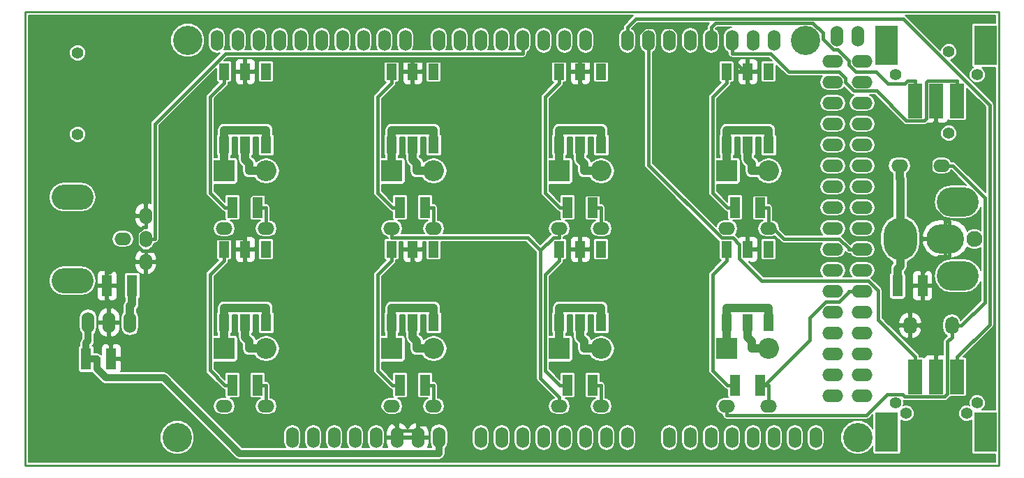
<source format=gbl>
G04 #@! TF.FileFunction,Copper,L2,Bot,Signal*
%FSLAX46Y46*%
G04 Gerber Fmt 4.6, Leading zero omitted, Abs format (unit mm)*
G04 Created by KiCad (PCBNEW 0.201603210401+6634~43~ubuntu14.04.1-product) date Fri 08 Apr 2016 01:16:15 PM EDT*
%MOMM*%
G01*
G04 APERTURE LIST*
%ADD10C,0.100000*%
%ADD11C,0.228600*%
%ADD12O,1.524000X2.540000*%
%ADD13C,1.930400*%
%ADD14O,4.572000X3.556000*%
%ADD15O,4.064000X5.080000*%
%ADD16O,5.080000X3.556000*%
%ADD17O,5.080000X3.048000*%
%ADD18O,2.032000X1.524000*%
%ADD19O,1.524000X2.032000*%
%ADD20C,3.556000*%
%ADD21O,2.540000X1.524000*%
%ADD22O,1.651000X2.159000*%
%ADD23C,1.397000*%
%ADD24R,1.778000X4.191000*%
%ADD25R,2.794000X4.826000*%
%ADD26R,1.270000X2.032000*%
%ADD27R,2.540000X2.540000*%
%ADD28O,2.540000X2.540000*%
%ADD29R,1.270000X2.540000*%
%ADD30C,1.016000*%
%ADD31C,0.406400*%
%ADD32C,0.812800*%
%ADD33C,0.203200*%
G04 APERTURE END LIST*
D10*
D11*
X211455000Y-75311000D02*
X93345000Y-75311000D01*
X211455000Y-130429000D02*
X211455000Y-75311000D01*
X93345000Y-130429000D02*
X211455000Y-130429000D01*
X93345000Y-75311000D02*
X93345000Y-130429000D01*
D12*
X103505000Y-113030000D03*
X100965000Y-113030000D03*
X106045000Y-113030000D03*
D13*
X208457800Y-102870000D03*
D14*
X204952600Y-102870000D03*
D15*
X199466200Y-102870000D03*
D16*
X206451200Y-98374200D03*
X206451200Y-107365800D03*
D17*
X99060000Y-107950000D03*
X99060000Y-97790000D03*
D18*
X105156000Y-102870000D03*
D19*
X107950000Y-102870000D03*
X107950000Y-100076000D03*
X107950000Y-105664000D03*
D20*
X111760000Y-127000000D03*
X113030000Y-78740000D03*
X194310000Y-127000000D03*
X187960000Y-78740000D03*
D12*
X125730000Y-127000000D03*
X128270000Y-127000000D03*
X130810000Y-127000000D03*
X133350000Y-127000000D03*
X135890000Y-127000000D03*
X138430000Y-127000000D03*
X140970000Y-127000000D03*
X143510000Y-127000000D03*
X148590000Y-127000000D03*
X151130000Y-127000000D03*
X153670000Y-127000000D03*
X156210000Y-127000000D03*
X158750000Y-127000000D03*
X161290000Y-127000000D03*
X163830000Y-127000000D03*
X166370000Y-127000000D03*
X171450000Y-127000000D03*
X173990000Y-127000000D03*
X176530000Y-127000000D03*
X179070000Y-127000000D03*
X181610000Y-127000000D03*
X184150000Y-127000000D03*
X186690000Y-127000000D03*
X189230000Y-127000000D03*
X116586000Y-78740000D03*
X119126000Y-78740000D03*
X121666000Y-78740000D03*
X124206000Y-78740000D03*
X126746000Y-78740000D03*
X129286000Y-78740000D03*
X131826000Y-78740000D03*
X134366000Y-78740000D03*
X136906000Y-78740000D03*
X139446000Y-78740000D03*
X143510000Y-78740000D03*
X161290000Y-78740000D03*
X158750000Y-78740000D03*
X156210000Y-78740000D03*
X153670000Y-78740000D03*
X151130000Y-78740000D03*
X148590000Y-78740000D03*
X146050000Y-78740000D03*
X166370000Y-78740000D03*
X168910000Y-78740000D03*
X171450000Y-78740000D03*
X173990000Y-78740000D03*
X176530000Y-78740000D03*
X179070000Y-78740000D03*
X181610000Y-78740000D03*
X184150000Y-78740000D03*
X191770000Y-78232000D03*
X194310000Y-78232000D03*
D21*
X191262000Y-81280000D03*
X194818000Y-81280000D03*
X191262000Y-83820000D03*
X194818000Y-83820000D03*
X191262000Y-86360000D03*
X194818000Y-86360000D03*
X191262000Y-88900000D03*
X194818000Y-88900000D03*
X191262000Y-91440000D03*
X194818000Y-91440000D03*
X191262000Y-93980000D03*
X194818000Y-93980000D03*
X191262000Y-96520000D03*
X194818000Y-96520000D03*
X191262000Y-99060000D03*
X194818000Y-99060000D03*
X191262000Y-101600000D03*
X194818000Y-101600000D03*
X191262000Y-104140000D03*
X194818000Y-104140000D03*
X191262000Y-106680000D03*
X194818000Y-106680000D03*
X191262000Y-109220000D03*
X194818000Y-109220000D03*
X191262000Y-111760000D03*
X194818000Y-111760000D03*
X191262000Y-114300000D03*
X194818000Y-114300000D03*
X191262000Y-116840000D03*
X194818000Y-116840000D03*
X191262000Y-119380000D03*
X194818000Y-119380000D03*
X191262000Y-121920000D03*
X194818000Y-121920000D03*
D22*
X200660000Y-113385600D03*
X205740000Y-113385600D03*
D23*
X99695000Y-90170000D03*
X99695000Y-80264000D03*
D24*
X206375000Y-86106000D03*
X203835000Y-86106000D03*
X201295000Y-86106000D03*
D23*
X208788000Y-82931000D03*
X198882000Y-82931000D03*
D25*
X209829400Y-79375000D03*
X197840600Y-79375000D03*
D23*
X205359000Y-80137000D03*
X205359000Y-90043000D03*
D24*
X201295000Y-119634000D03*
X203835000Y-119634000D03*
X206375000Y-119634000D03*
D23*
X198882000Y-122809000D03*
X208788000Y-122809000D03*
D25*
X197840600Y-126365000D03*
X209829400Y-126365000D03*
D23*
X207518000Y-124079000D03*
X200152000Y-124079000D03*
D26*
X117475000Y-82550000D03*
X120015000Y-82550000D03*
X122555000Y-82550000D03*
X122555000Y-91440000D03*
X120015000Y-91440000D03*
X117475000Y-91440000D03*
X137795000Y-82550000D03*
X140335000Y-82550000D03*
X142875000Y-82550000D03*
X142875000Y-91440000D03*
X140335000Y-91440000D03*
X137795000Y-91440000D03*
X158115000Y-82550000D03*
X160655000Y-82550000D03*
X163195000Y-82550000D03*
X163195000Y-91440000D03*
X160655000Y-91440000D03*
X158115000Y-91440000D03*
X178435000Y-82550000D03*
X180975000Y-82550000D03*
X183515000Y-82550000D03*
X183515000Y-91440000D03*
X180975000Y-91440000D03*
X178435000Y-91440000D03*
X117475000Y-104140000D03*
X120015000Y-104140000D03*
X122555000Y-104140000D03*
X122555000Y-113030000D03*
X120015000Y-113030000D03*
X117475000Y-113030000D03*
X137795000Y-104140000D03*
X140335000Y-104140000D03*
X142875000Y-104140000D03*
X142875000Y-113030000D03*
X140335000Y-113030000D03*
X137795000Y-113030000D03*
X158115000Y-104140000D03*
X160655000Y-104140000D03*
X163195000Y-104140000D03*
X163195000Y-113030000D03*
X160655000Y-113030000D03*
X158115000Y-113030000D03*
X178435000Y-104140000D03*
X180975000Y-104140000D03*
X183515000Y-104140000D03*
X183515000Y-113030000D03*
X180975000Y-113030000D03*
X178435000Y-113030000D03*
D18*
X183515000Y-123190000D03*
X178435000Y-123190000D03*
X163195000Y-123190000D03*
X158115000Y-123190000D03*
X142875000Y-123190000D03*
X137795000Y-123190000D03*
X122555000Y-123190000D03*
X117475000Y-123190000D03*
X183515000Y-101600000D03*
X178435000Y-101600000D03*
X163195000Y-101600000D03*
X158115000Y-101600000D03*
X142875000Y-101600000D03*
X137795000Y-101600000D03*
X122555000Y-101600000D03*
X117475000Y-101600000D03*
X199390000Y-93980000D03*
X204470000Y-93980000D03*
D27*
X178435000Y-116205000D03*
D28*
X183515000Y-116205000D03*
D27*
X158115000Y-116205000D03*
D28*
X163195000Y-116205000D03*
D27*
X137795000Y-116205000D03*
D28*
X142875000Y-116205000D03*
D27*
X117475000Y-116205000D03*
D28*
X122555000Y-116205000D03*
D27*
X178435000Y-94615000D03*
D28*
X183515000Y-94615000D03*
D27*
X158115000Y-94615000D03*
D28*
X163195000Y-94615000D03*
D27*
X137795000Y-94615000D03*
D28*
X142875000Y-94615000D03*
D27*
X117475000Y-94615000D03*
D28*
X122555000Y-94615000D03*
D29*
X179451000Y-120650000D03*
X182499000Y-120650000D03*
X159131000Y-120650000D03*
X162179000Y-120650000D03*
X138811000Y-120650000D03*
X141859000Y-120650000D03*
X118491000Y-120650000D03*
X121539000Y-120650000D03*
X179451000Y-99060000D03*
X182499000Y-99060000D03*
X159131000Y-99060000D03*
X162179000Y-99060000D03*
X138811000Y-99060000D03*
X141859000Y-99060000D03*
X118491000Y-99060000D03*
X121539000Y-99060000D03*
X100711000Y-117475000D03*
X103759000Y-117475000D03*
X106299000Y-108585000D03*
X103251000Y-108585000D03*
X199136000Y-108585000D03*
X202184000Y-108585000D03*
D30*
X199466200Y-95580500D02*
X199466200Y-102870000D01*
X199390000Y-95504300D02*
X199466200Y-95580500D01*
X199390000Y-93980000D02*
X199390000Y-95504300D01*
X106299000Y-110743700D02*
X106299000Y-108585000D01*
X106045000Y-110997700D02*
X106299000Y-110743700D01*
X106045000Y-113030000D02*
X106045000Y-110997700D01*
X199136000Y-106502500D02*
X199466200Y-106172300D01*
X199136000Y-108585000D02*
X199136000Y-106502500D01*
X199466200Y-102870000D02*
X199466200Y-106172300D01*
D31*
X103505000Y-110439200D02*
X103505000Y-113030000D01*
X103251000Y-110185200D02*
X103505000Y-110439200D01*
X103251000Y-108585000D02*
X103251000Y-110185200D01*
X103505000Y-115620800D02*
X103505000Y-113030000D01*
X103759000Y-115874800D02*
X103505000Y-115620800D01*
X103759000Y-117475000D02*
X103759000Y-115874800D01*
X203835000Y-115404900D02*
X201815700Y-113385600D01*
X203835000Y-119634000D02*
X203835000Y-115404900D01*
X203835000Y-86106000D02*
X203835000Y-88531700D01*
X205460600Y-102870000D02*
X205460600Y-100761800D01*
X205460600Y-102870000D02*
X205460600Y-104978200D01*
X202184000Y-113017300D02*
X202184000Y-108585000D01*
X201815700Y-113385600D02*
X202184000Y-113017300D01*
X204190600Y-104978200D02*
X205460600Y-104978200D01*
X202184000Y-106984800D02*
X204190600Y-104978200D01*
X202184000Y-108585000D02*
X202184000Y-106984800D01*
X120015000Y-107184800D02*
X120015000Y-105486200D01*
X138230000Y-125399800D02*
X120015000Y-107184800D01*
X138430000Y-125399800D02*
X138230000Y-125399800D01*
X120015000Y-104140000D02*
X120015000Y-105486200D01*
X107950000Y-100330000D02*
X107950000Y-101422200D01*
X103251000Y-108585000D02*
X103251000Y-106984800D01*
X103534600Y-106984800D02*
X106878900Y-103640500D01*
X103251000Y-106984800D02*
X103534600Y-106984800D01*
X107556200Y-104317800D02*
X106878900Y-103640500D01*
X107950000Y-104317800D02*
X107556200Y-104317800D01*
X107612500Y-101422200D02*
X107950000Y-101422200D01*
X106878900Y-102155800D02*
X107612500Y-101422200D01*
X106878900Y-103640500D02*
X106878900Y-102155800D01*
X200660000Y-113385600D02*
X201815700Y-113385600D01*
X107950000Y-105410000D02*
X107950000Y-104317800D01*
X120015000Y-104140000D02*
X120015000Y-102793800D01*
X144611200Y-109762400D02*
X140335000Y-105486200D01*
X144611200Y-123258800D02*
X144611200Y-109762400D01*
X142470200Y-125399800D02*
X144611200Y-123258800D01*
X140970000Y-125399800D02*
X142470200Y-125399800D01*
X140335000Y-104140000D02*
X140335000Y-105486200D01*
X112411300Y-104317800D02*
X107950000Y-104317800D01*
X113935300Y-102793800D02*
X112411300Y-104317800D01*
X120015000Y-102793800D02*
X113935300Y-102793800D01*
X120015000Y-82550000D02*
X120015000Y-83896200D01*
X140335000Y-82550000D02*
X140335000Y-81228800D01*
X124282600Y-95341000D02*
X124282600Y-88163800D01*
X122247400Y-97376200D02*
X124282600Y-95341000D01*
X120854700Y-97376200D02*
X122247400Y-97376200D01*
X120015000Y-98215900D02*
X120854700Y-97376200D01*
X120015000Y-102793800D02*
X120015000Y-98215900D01*
X124282600Y-88163800D02*
X120015000Y-83896200D01*
X138430000Y-126199900D02*
X140970000Y-126199900D01*
X140970000Y-127000000D02*
X140970000Y-126199900D01*
X140970000Y-126199900D02*
X140970000Y-125399800D01*
X138430000Y-127000000D02*
X138430000Y-126199900D01*
X138430000Y-126199900D02*
X138430000Y-125399800D01*
X203130300Y-89236400D02*
X203130300Y-89990500D01*
X203835000Y-88531700D02*
X203130300Y-89236400D01*
X205106300Y-100761800D02*
X205460600Y-100761800D01*
X203130300Y-98785800D02*
X205106300Y-100761800D01*
X203130300Y-89990500D02*
X203130300Y-98785800D01*
X186031600Y-89990500D02*
X203130300Y-89990500D01*
X186031600Y-88952800D02*
X186031600Y-89990500D01*
X180975000Y-83896200D02*
X186031600Y-88952800D01*
X180975000Y-98167600D02*
X180975000Y-104140000D01*
X181657800Y-97484800D02*
X180975000Y-98167600D01*
X183143400Y-97484800D02*
X181657800Y-97484800D01*
X186031600Y-94596600D02*
X183143400Y-97484800D01*
X186031600Y-89990500D02*
X186031600Y-94596600D01*
X160655000Y-98168300D02*
X160655000Y-104140000D01*
X161338500Y-97484800D02*
X160655000Y-98168300D01*
X162834500Y-97484800D02*
X161338500Y-97484800D01*
X164937400Y-95381900D02*
X162834500Y-97484800D01*
X164937400Y-88178600D02*
X164937400Y-95381900D01*
X160655000Y-83896200D02*
X164937400Y-88178600D01*
X160655000Y-82550000D02*
X160655000Y-83896200D01*
X180975000Y-82550000D02*
X180975000Y-82943600D01*
X180975000Y-82943600D02*
X180975000Y-83896200D01*
X165962100Y-81203800D02*
X160655000Y-81203800D01*
X167640000Y-79525900D02*
X165962100Y-81203800D01*
X167640000Y-77960600D02*
X167640000Y-79525900D01*
X168479300Y-77121300D02*
X167640000Y-77960600D01*
X171872400Y-77121300D02*
X168479300Y-77121300D01*
X172720000Y-77968900D02*
X171872400Y-77121300D01*
X172720000Y-79504200D02*
X172720000Y-77968900D01*
X174085000Y-80869200D02*
X172720000Y-79504200D01*
X178900600Y-80869200D02*
X174085000Y-80869200D01*
X180975000Y-82943600D02*
X178900600Y-80869200D01*
X131217600Y-81228800D02*
X140335000Y-81228800D01*
X124282600Y-88163800D02*
X131217600Y-81228800D01*
X140335000Y-81228800D02*
X160655000Y-81228800D01*
X160655000Y-82550000D02*
X160655000Y-81228800D01*
X160655000Y-81228800D02*
X160655000Y-81203800D01*
D32*
X100965000Y-115290300D02*
X100965000Y-113030000D01*
X100711000Y-115544300D02*
X100965000Y-115290300D01*
X100711000Y-117475000D02*
X100711000Y-115544300D01*
X102006700Y-118608700D02*
X102006700Y-117475000D01*
X103158000Y-119760000D02*
X102006700Y-118608700D01*
X110153100Y-119760000D02*
X103158000Y-119760000D01*
X119323800Y-128930700D02*
X110153100Y-119760000D01*
X143510000Y-128930700D02*
X119323800Y-128930700D01*
X143510000Y-127000000D02*
X143510000Y-128930700D01*
X100711000Y-117475000D02*
X102006700Y-117475000D01*
D31*
X167373700Y-76136100D02*
X166370000Y-77139800D01*
X199828700Y-76136100D02*
X167373700Y-76136100D01*
X210290400Y-86597800D02*
X199828700Y-76136100D01*
X210290400Y-113292900D02*
X210290400Y-86597800D01*
X206375000Y-117208300D02*
X210290400Y-113292900D01*
X206375000Y-119634000D02*
X206375000Y-117208300D01*
X166370000Y-78740000D02*
X166370000Y-77139800D01*
X109042200Y-88899700D02*
X109042200Y-102870000D01*
X117601700Y-80340200D02*
X109042200Y-88899700D01*
X153670000Y-80340200D02*
X117601700Y-80340200D01*
X153670000Y-78740000D02*
X153670000Y-80340200D01*
X107950000Y-102870000D02*
X109042200Y-102870000D01*
X168910000Y-93872200D02*
X168910000Y-78740000D01*
X177780800Y-102743000D02*
X168910000Y-93872200D01*
X179178300Y-102743000D02*
X177780800Y-102743000D01*
X179959000Y-103523700D02*
X179178300Y-102743000D01*
X179959000Y-105245300D02*
X179959000Y-103523700D01*
X182663700Y-107950000D02*
X179959000Y-105245300D01*
X195606300Y-107950000D02*
X182663700Y-107950000D01*
X196777400Y-109121100D02*
X195606300Y-107950000D01*
X196777400Y-112690700D02*
X196777400Y-109121100D01*
X201295000Y-117208300D02*
X196777400Y-112690700D01*
X201295000Y-119634000D02*
X201295000Y-117208300D01*
X177025300Y-76644500D02*
X176530000Y-77139800D01*
X188859500Y-76644500D02*
X177025300Y-76644500D01*
X190075500Y-77860500D02*
X188859500Y-76644500D01*
X190075500Y-78582900D02*
X190075500Y-77860500D01*
X191352600Y-79860000D02*
X190075500Y-78582900D01*
X191869600Y-79860000D02*
X191352600Y-79860000D01*
X193242800Y-81233200D02*
X191869600Y-79860000D01*
X193242800Y-81729100D02*
X193242800Y-81233200D01*
X194063700Y-82550000D02*
X193242800Y-81729100D01*
X196519800Y-82550000D02*
X194063700Y-82550000D01*
X197947500Y-83977700D02*
X196519800Y-82550000D01*
X200007100Y-83977700D02*
X197947500Y-83977700D01*
X200304500Y-83680300D02*
X200007100Y-83977700D01*
X201295000Y-83680300D02*
X200304500Y-83680300D01*
X201295000Y-86106000D02*
X201295000Y-83680300D01*
X176530000Y-78740000D02*
X176530000Y-77139800D01*
X183733000Y-80340200D02*
X179070000Y-80340200D01*
X185942800Y-82550000D02*
X183733000Y-80340200D01*
X192017300Y-82550000D02*
X185942800Y-82550000D01*
X192837200Y-83369900D02*
X192017300Y-82550000D01*
X192837200Y-83878500D02*
X192837200Y-83369900D01*
X193845900Y-84887200D02*
X192837200Y-83878500D01*
X196589900Y-84887200D02*
X193845900Y-84887200D01*
X200209400Y-88506700D02*
X196589900Y-84887200D01*
X202338600Y-88506700D02*
X200209400Y-88506700D01*
X202621900Y-88223400D02*
X202338600Y-88506700D01*
X202621900Y-83863800D02*
X202621900Y-88223400D01*
X202805400Y-83680300D02*
X202621900Y-83863800D01*
X206375000Y-83680300D02*
X202805400Y-83680300D01*
X206375000Y-86106000D02*
X206375000Y-83680300D01*
X179070000Y-78740000D02*
X179070000Y-80340200D01*
X122504200Y-100457000D02*
X122555000Y-100507800D01*
X122504200Y-99060000D02*
X122504200Y-100457000D01*
X121539000Y-99060000D02*
X122504200Y-99060000D01*
X122555000Y-101600000D02*
X122555000Y-100507800D01*
X142824200Y-100457000D02*
X142875000Y-100507800D01*
X142824200Y-99060000D02*
X142824200Y-100457000D01*
X141859000Y-99060000D02*
X142824200Y-99060000D01*
X142875000Y-101600000D02*
X142875000Y-100507800D01*
X163144200Y-100457000D02*
X163195000Y-100507800D01*
X163144200Y-99060000D02*
X163144200Y-100457000D01*
X162179000Y-99060000D02*
X163144200Y-99060000D01*
X163195000Y-101600000D02*
X163195000Y-100507800D01*
X183464200Y-100457000D02*
X183515000Y-100507800D01*
X183464200Y-99060000D02*
X183464200Y-100457000D01*
X182499000Y-99060000D02*
X183464200Y-99060000D01*
X183515000Y-101600000D02*
X183515000Y-101053900D01*
X183515000Y-101053900D02*
X183515000Y-100507800D01*
X193217800Y-104026800D02*
X193217800Y-104140000D01*
X192061000Y-102870000D02*
X193217800Y-104026800D01*
X185331100Y-102870000D02*
X192061000Y-102870000D01*
X183515000Y-101053900D02*
X185331100Y-102870000D01*
X194310000Y-104140000D02*
X193217800Y-104140000D01*
X122504200Y-122047000D02*
X122555000Y-122097800D01*
X122504200Y-120650000D02*
X122504200Y-122047000D01*
X121539000Y-120650000D02*
X122504200Y-120650000D01*
X122555000Y-123190000D02*
X122555000Y-122097800D01*
X142824200Y-122047000D02*
X142875000Y-122097800D01*
X142824200Y-120650000D02*
X142824200Y-122047000D01*
X141859000Y-120650000D02*
X142824200Y-120650000D01*
X142875000Y-123190000D02*
X142875000Y-122097800D01*
X163144200Y-122047000D02*
X163195000Y-122097800D01*
X163144200Y-120650000D02*
X163144200Y-122047000D01*
X162179000Y-120650000D02*
X163144200Y-120650000D01*
X163195000Y-123190000D02*
X163195000Y-122097800D01*
X183464200Y-122047000D02*
X183515000Y-122097800D01*
X183464200Y-120650000D02*
X183464200Y-122047000D01*
X183515000Y-123190000D02*
X183515000Y-122097800D01*
X182499000Y-120650000D02*
X182981600Y-120650000D01*
X182981600Y-120650000D02*
X183464200Y-120650000D01*
X193217800Y-109333200D02*
X193217800Y-109220000D01*
X192061000Y-110490000D02*
X193217800Y-109333200D01*
X190450500Y-110490000D02*
X192061000Y-110490000D01*
X188468300Y-112472200D02*
X190450500Y-110490000D01*
X188468300Y-115163300D02*
X188468300Y-112472200D01*
X182981600Y-120650000D02*
X188468300Y-115163300D01*
X194310000Y-109220000D02*
X193217800Y-109220000D01*
X156387400Y-97281600D02*
X158165800Y-99060000D01*
X156387400Y-85623800D02*
X156387400Y-97281600D01*
X158115000Y-83896200D02*
X156387400Y-85623800D01*
X158115000Y-82550000D02*
X158115000Y-83896200D01*
X159131000Y-99060000D02*
X158165800Y-99060000D01*
X176707400Y-85623800D02*
X178435000Y-83896200D01*
X176707400Y-97281600D02*
X176707400Y-85623800D01*
X178485800Y-99060000D02*
X176707400Y-97281600D01*
X179451000Y-99060000D02*
X178485800Y-99060000D01*
X178435000Y-82550000D02*
X178435000Y-83896200D01*
X115714900Y-107246300D02*
X117475000Y-105486200D01*
X115714900Y-118839100D02*
X115714900Y-107246300D01*
X117525800Y-120650000D02*
X115714900Y-118839100D01*
X118491000Y-120650000D02*
X117525800Y-120650000D01*
X117475000Y-104140000D02*
X117475000Y-105486200D01*
X136067400Y-118871600D02*
X137845800Y-120650000D01*
X136067400Y-107213800D02*
X136067400Y-118871600D01*
X137795000Y-105486200D02*
X136067400Y-107213800D01*
X137795000Y-104140000D02*
X137795000Y-105486200D01*
X138811000Y-120650000D02*
X137845800Y-120650000D01*
X156387400Y-107213800D02*
X158115000Y-105486200D01*
X156387400Y-118871600D02*
X156387400Y-107213800D01*
X158165800Y-120650000D02*
X156387400Y-118871600D01*
X159131000Y-120650000D02*
X158165800Y-120650000D01*
X158115000Y-104140000D02*
X158115000Y-105486200D01*
X176706900Y-107214300D02*
X178435000Y-105486200D01*
X176706900Y-118871100D02*
X176706900Y-107214300D01*
X178485800Y-120650000D02*
X176706900Y-118871100D01*
X179451000Y-120650000D02*
X178485800Y-120650000D01*
X178435000Y-104140000D02*
X178435000Y-105486200D01*
D30*
X117475000Y-94615000D02*
X117475000Y-91440000D01*
X117475000Y-89661700D02*
X122555000Y-89661700D01*
X117475000Y-91440000D02*
X117475000Y-89661700D01*
X122555000Y-91440000D02*
X122555000Y-89661700D01*
X120522700Y-93726000D02*
X120015000Y-93218300D01*
X120522700Y-94615000D02*
X120522700Y-93726000D01*
X120015000Y-91440000D02*
X120015000Y-93218300D01*
X122555000Y-94615000D02*
X120522700Y-94615000D01*
X137795000Y-94615000D02*
X137795000Y-91440000D01*
X137795000Y-89661700D02*
X142875000Y-89661700D01*
X137795000Y-91440000D02*
X137795000Y-89661700D01*
X142875000Y-91440000D02*
X142875000Y-89661700D01*
X140842700Y-93726000D02*
X140335000Y-93218300D01*
X140842700Y-94615000D02*
X140842700Y-93726000D01*
X140335000Y-91440000D02*
X140335000Y-93218300D01*
X142875000Y-94615000D02*
X140842700Y-94615000D01*
X158115000Y-94615000D02*
X158115000Y-91440000D01*
X158115000Y-89661700D02*
X163195000Y-89661700D01*
X158115000Y-91440000D02*
X158115000Y-89661700D01*
X163195000Y-91440000D02*
X163195000Y-89661700D01*
X161162700Y-93726000D02*
X160655000Y-93218300D01*
X161162700Y-94615000D02*
X161162700Y-93726000D01*
X160655000Y-91440000D02*
X160655000Y-93218300D01*
X163195000Y-94615000D02*
X161162700Y-94615000D01*
X178435000Y-94615000D02*
X178435000Y-91440000D01*
X178435000Y-89661700D02*
X183515000Y-89661700D01*
X178435000Y-91440000D02*
X178435000Y-89661700D01*
X183515000Y-91440000D02*
X183515000Y-89661700D01*
X181482700Y-93726000D02*
X180975000Y-93218300D01*
X181482700Y-94615000D02*
X181482700Y-93726000D01*
X180975000Y-91440000D02*
X180975000Y-93218300D01*
X183515000Y-94615000D02*
X181482700Y-94615000D01*
X117475000Y-116205000D02*
X117475000Y-113030000D01*
X117475000Y-111251700D02*
X122555000Y-111251700D01*
X117475000Y-113030000D02*
X117475000Y-111251700D01*
X122555000Y-113030000D02*
X122555000Y-111251700D01*
X120522700Y-115316000D02*
X120015000Y-114808300D01*
X120522700Y-116205000D02*
X120522700Y-115316000D01*
X120015000Y-113030000D02*
X120015000Y-114808300D01*
X122555000Y-116205000D02*
X120522700Y-116205000D01*
X137795000Y-116205000D02*
X137795000Y-113030000D01*
X137795000Y-111251700D02*
X142875000Y-111251700D01*
X137795000Y-113030000D02*
X137795000Y-111251700D01*
X142875000Y-113030000D02*
X142875000Y-111251700D01*
X140842700Y-115316000D02*
X140335000Y-114808300D01*
X140842700Y-116205000D02*
X140842700Y-115316000D01*
X140335000Y-113030000D02*
X140335000Y-114808300D01*
X142875000Y-116205000D02*
X140842700Y-116205000D01*
X158115000Y-116205000D02*
X158115000Y-113030000D01*
X158115000Y-111251700D02*
X163195000Y-111251700D01*
X158115000Y-113030000D02*
X158115000Y-111251700D01*
X163195000Y-113030000D02*
X163195000Y-111251700D01*
X161162700Y-115316000D02*
X160655000Y-114808300D01*
X161162700Y-116205000D02*
X161162700Y-115316000D01*
X160655000Y-113030000D02*
X160655000Y-114808300D01*
X163195000Y-116205000D02*
X161162700Y-116205000D01*
X178435000Y-116205000D02*
X178435000Y-113030000D01*
X178435000Y-111251700D02*
X183515000Y-111251700D01*
X178435000Y-113030000D02*
X178435000Y-111251700D01*
X183515000Y-113030000D02*
X183515000Y-111251700D01*
X181482700Y-115316000D02*
X180975000Y-114808300D01*
X181482700Y-116205000D02*
X181482700Y-115316000D01*
X180975000Y-113030000D02*
X180975000Y-114808300D01*
X183515000Y-116205000D02*
X181482700Y-116205000D01*
D31*
X195367400Y-124282200D02*
X178435000Y-124282200D01*
X197917900Y-121731700D02*
X195367400Y-124282200D01*
X199735100Y-121731700D02*
X197917900Y-121731700D01*
X200038100Y-122034700D02*
X199735100Y-121731700D01*
X204853900Y-122034700D02*
X200038100Y-122034700D01*
X205180800Y-121707800D02*
X204853900Y-122034700D01*
X205180800Y-115354500D02*
X205180800Y-121707800D01*
X205740000Y-114795300D02*
X205180800Y-115354500D01*
X178435000Y-123190000D02*
X178435000Y-124282200D01*
X158115000Y-101600000D02*
X158115000Y-102692200D01*
X209729300Y-110552000D02*
X206895700Y-113385600D01*
X209729300Y-97893100D02*
X209729300Y-110552000D01*
X205816200Y-93980000D02*
X209729300Y-97893100D01*
X204470000Y-93980000D02*
X205816200Y-93980000D01*
X205740000Y-113385600D02*
X206895700Y-113385600D01*
X205740000Y-113385600D02*
X205740000Y-114795300D01*
X137795000Y-101600000D02*
X137795000Y-102692200D01*
X158115000Y-123190000D02*
X158115000Y-122097800D01*
X154251600Y-102692200D02*
X137795000Y-102692200D01*
X155830000Y-104270600D02*
X154251600Y-102692200D01*
X155830000Y-119812800D02*
X155830000Y-104270600D01*
X158115000Y-122097800D02*
X155830000Y-119812800D01*
X157408400Y-102692200D02*
X158115000Y-102692200D01*
X155830000Y-104270600D02*
X157408400Y-102692200D01*
X115746500Y-85624700D02*
X117475000Y-83896200D01*
X115746500Y-97280700D02*
X115746500Y-85624700D01*
X117525800Y-99060000D02*
X115746500Y-97280700D01*
X118491000Y-99060000D02*
X117525800Y-99060000D01*
X117475000Y-82550000D02*
X117475000Y-83896200D01*
X136067400Y-97281600D02*
X137845800Y-99060000D01*
X136067400Y-85623800D02*
X136067400Y-97281600D01*
X137795000Y-83896200D02*
X136067400Y-85623800D01*
X137795000Y-82550000D02*
X137795000Y-83896200D01*
X138811000Y-99060000D02*
X137845800Y-99060000D01*
D33*
G36*
X167014490Y-75776890D02*
X166010790Y-76780590D01*
X165900669Y-76945397D01*
X165862000Y-77139800D01*
X165862000Y-77282206D01*
X165615658Y-77446806D01*
X165384405Y-77792901D01*
X165303200Y-78201148D01*
X165303200Y-79278852D01*
X165384405Y-79687099D01*
X165615658Y-80033194D01*
X165961753Y-80264447D01*
X166370000Y-80345652D01*
X166778247Y-80264447D01*
X167124342Y-80033194D01*
X167355595Y-79687099D01*
X167436800Y-79278852D01*
X167436800Y-78201148D01*
X167355595Y-77792901D01*
X167124342Y-77446806D01*
X166918772Y-77309448D01*
X167584120Y-76644100D01*
X176307280Y-76644100D01*
X176170790Y-76780590D01*
X176060669Y-76945397D01*
X176022000Y-77139800D01*
X176022000Y-77282206D01*
X175775658Y-77446806D01*
X175544405Y-77792901D01*
X175463200Y-78201148D01*
X175463200Y-79278852D01*
X175544405Y-79687099D01*
X175775658Y-80033194D01*
X176121753Y-80264447D01*
X176530000Y-80345652D01*
X176938247Y-80264447D01*
X177284342Y-80033194D01*
X177515595Y-79687099D01*
X177596800Y-79278852D01*
X177596800Y-78201148D01*
X177515595Y-77792901D01*
X177284342Y-77446806D01*
X177078772Y-77309448D01*
X177235720Y-77152500D01*
X178978743Y-77152500D01*
X178661753Y-77215553D01*
X178315658Y-77446806D01*
X178084405Y-77792901D01*
X178003200Y-78201148D01*
X178003200Y-79278852D01*
X178084405Y-79687099D01*
X178315658Y-80033194D01*
X178562000Y-80197794D01*
X178562000Y-80340200D01*
X178600669Y-80534603D01*
X178710790Y-80699410D01*
X178875597Y-80809531D01*
X179070000Y-80848200D01*
X183522580Y-80848200D01*
X183897609Y-81223229D01*
X182880000Y-81223229D01*
X182761073Y-81246885D01*
X182660252Y-81314252D01*
X182592885Y-81415073D01*
X182569229Y-81534000D01*
X182569229Y-83566000D01*
X182592885Y-83684927D01*
X182660252Y-83785748D01*
X182761073Y-83853115D01*
X182880000Y-83876771D01*
X184150000Y-83876771D01*
X184268927Y-83853115D01*
X184369748Y-83785748D01*
X184437115Y-83684927D01*
X184460771Y-83566000D01*
X184460771Y-81786391D01*
X185583590Y-82909210D01*
X185748396Y-83019331D01*
X185942800Y-83058000D01*
X189980267Y-83058000D01*
X189968806Y-83065658D01*
X189737553Y-83411753D01*
X189656348Y-83820000D01*
X189737553Y-84228247D01*
X189968806Y-84574342D01*
X190314901Y-84805595D01*
X190723148Y-84886800D01*
X191800852Y-84886800D01*
X192209099Y-84805595D01*
X192555194Y-84574342D01*
X192659106Y-84418826D01*
X193486690Y-85246410D01*
X193651496Y-85356531D01*
X193683750Y-85362946D01*
X193841183Y-85394262D01*
X193524806Y-85605658D01*
X193293553Y-85951753D01*
X193212348Y-86360000D01*
X193293553Y-86768247D01*
X193524806Y-87114342D01*
X193870901Y-87345595D01*
X194279148Y-87426800D01*
X195356852Y-87426800D01*
X195765099Y-87345595D01*
X196111194Y-87114342D01*
X196342447Y-86768247D01*
X196423652Y-86360000D01*
X196342447Y-85951753D01*
X196111194Y-85605658D01*
X195796221Y-85395200D01*
X196379480Y-85395200D01*
X199850190Y-88865910D01*
X200014997Y-88976031D01*
X200209400Y-89014700D01*
X202338600Y-89014700D01*
X202533003Y-88976031D01*
X202697810Y-88865910D01*
X202773744Y-88789976D01*
X202824743Y-88811100D01*
X203530200Y-88811100D01*
X203682600Y-88658700D01*
X203682600Y-86258400D01*
X203662600Y-86258400D01*
X203662600Y-85953600D01*
X203682600Y-85953600D01*
X203682600Y-85933600D01*
X203987400Y-85933600D01*
X203987400Y-85953600D01*
X204007400Y-85953600D01*
X204007400Y-86258400D01*
X203987400Y-86258400D01*
X203987400Y-88658700D01*
X204139800Y-88811100D01*
X204845257Y-88811100D01*
X205069311Y-88718294D01*
X205240794Y-88546811D01*
X205287048Y-88435144D01*
X205367073Y-88488615D01*
X205486000Y-88512271D01*
X207264000Y-88512271D01*
X207382927Y-88488615D01*
X207483748Y-88421248D01*
X207551115Y-88320427D01*
X207574771Y-88201500D01*
X207574771Y-84600591D01*
X209782400Y-86808220D01*
X209782400Y-97227780D01*
X206175410Y-93620790D01*
X206010603Y-93510669D01*
X205816200Y-93472000D01*
X205668818Y-93472000D01*
X205504218Y-93225658D01*
X205158123Y-92994405D01*
X204749876Y-92913200D01*
X204190124Y-92913200D01*
X203781877Y-92994405D01*
X203435782Y-93225658D01*
X203204529Y-93571753D01*
X203123324Y-93980000D01*
X203204529Y-94388247D01*
X203435782Y-94734342D01*
X203781877Y-94965595D01*
X204190124Y-95046800D01*
X204749876Y-95046800D01*
X205158123Y-94965595D01*
X205504218Y-94734342D01*
X205643569Y-94525789D01*
X207444004Y-96326224D01*
X207268933Y-96291400D01*
X205633467Y-96291400D01*
X204836414Y-96449944D01*
X204160705Y-96901438D01*
X203709211Y-97577147D01*
X203550667Y-98374200D01*
X203709211Y-99171253D01*
X204160705Y-99846962D01*
X204836414Y-100298456D01*
X205633467Y-100457000D01*
X207268933Y-100457000D01*
X208065986Y-100298456D01*
X208741695Y-99846962D01*
X209193189Y-99171253D01*
X209221300Y-99029930D01*
X209221300Y-101837212D01*
X209178137Y-101793974D01*
X208711527Y-101600221D01*
X208206290Y-101599780D01*
X207739342Y-101792718D01*
X207618352Y-101913498D01*
X207256651Y-101289475D01*
X206515094Y-100722466D01*
X205613000Y-100482400D01*
X205105000Y-100482400D01*
X205105000Y-102717600D01*
X205125000Y-102717600D01*
X205125000Y-103022400D01*
X205105000Y-103022400D01*
X205105000Y-105257600D01*
X205613000Y-105257600D01*
X206515094Y-105017534D01*
X207256651Y-104450525D01*
X207618277Y-103826632D01*
X207737463Y-103946026D01*
X208204073Y-104139779D01*
X208709310Y-104140220D01*
X209176258Y-103947282D01*
X209221300Y-103902318D01*
X209221300Y-106710070D01*
X209193189Y-106568747D01*
X208741695Y-105893038D01*
X208065986Y-105441544D01*
X207268933Y-105283000D01*
X205633467Y-105283000D01*
X204836414Y-105441544D01*
X204160705Y-105893038D01*
X203709211Y-106568747D01*
X203550667Y-107365800D01*
X203709211Y-108162853D01*
X204160705Y-108838562D01*
X204836414Y-109290056D01*
X205633467Y-109448600D01*
X207268933Y-109448600D01*
X208065986Y-109290056D01*
X208741695Y-108838562D01*
X209193189Y-108162853D01*
X209221300Y-108021530D01*
X209221300Y-110341579D01*
X206801961Y-112760919D01*
X206784261Y-112671933D01*
X206539243Y-112305237D01*
X206172547Y-112060219D01*
X205740000Y-111974180D01*
X205307453Y-112060219D01*
X204940757Y-112305237D01*
X204695739Y-112671933D01*
X204609700Y-113104480D01*
X204609700Y-113666720D01*
X204695739Y-114099267D01*
X204940757Y-114465963D01*
X205186630Y-114630250D01*
X204821590Y-114995290D01*
X204711469Y-115160097D01*
X204672800Y-115354500D01*
X204672800Y-116928900D01*
X204139800Y-116928900D01*
X203987400Y-117081300D01*
X203987400Y-119481600D01*
X204007400Y-119481600D01*
X204007400Y-119786400D01*
X203987400Y-119786400D01*
X203987400Y-119806400D01*
X203682600Y-119806400D01*
X203682600Y-119786400D01*
X203662600Y-119786400D01*
X203662600Y-119481600D01*
X203682600Y-119481600D01*
X203682600Y-117081300D01*
X203530200Y-116928900D01*
X202824743Y-116928900D01*
X202600689Y-117021706D01*
X202429206Y-117193189D01*
X202382952Y-117304856D01*
X202302927Y-117251385D01*
X202184000Y-117227729D01*
X201803000Y-117227729D01*
X201803000Y-117208300D01*
X201798046Y-117183395D01*
X201764331Y-117013896D01*
X201654210Y-116849090D01*
X198569711Y-113764591D01*
X199221364Y-113764591D01*
X199378706Y-114305619D01*
X199731113Y-114745251D01*
X200224935Y-115016558D01*
X200286247Y-115025176D01*
X200507600Y-114913214D01*
X200507600Y-113538000D01*
X200812400Y-113538000D01*
X200812400Y-114913214D01*
X201033753Y-115025176D01*
X201095065Y-115016558D01*
X201588887Y-114745251D01*
X201941294Y-114305619D01*
X202098636Y-113764591D01*
X201948077Y-113538000D01*
X200812400Y-113538000D01*
X200507600Y-113538000D01*
X199371923Y-113538000D01*
X199221364Y-113764591D01*
X198569711Y-113764591D01*
X197811729Y-113006609D01*
X199221364Y-113006609D01*
X199371923Y-113233200D01*
X200507600Y-113233200D01*
X200507600Y-111857986D01*
X200812400Y-111857986D01*
X200812400Y-113233200D01*
X201948077Y-113233200D01*
X202098636Y-113006609D01*
X201941294Y-112465581D01*
X201588887Y-112025949D01*
X201095065Y-111754642D01*
X201033753Y-111746024D01*
X200812400Y-111857986D01*
X200507600Y-111857986D01*
X200286247Y-111746024D01*
X200224935Y-111754642D01*
X199731113Y-112025949D01*
X199378706Y-112465581D01*
X199221364Y-113006609D01*
X197811729Y-113006609D01*
X197285400Y-112480280D01*
X197285400Y-109121100D01*
X197246731Y-108926697D01*
X197222077Y-108889800D01*
X197136611Y-108761890D01*
X195965510Y-107590790D01*
X195921281Y-107561237D01*
X196111194Y-107434342D01*
X196342447Y-107088247D01*
X196423652Y-106680000D01*
X196342447Y-106271753D01*
X196111194Y-105925658D01*
X195765099Y-105694405D01*
X195356852Y-105613200D01*
X194279148Y-105613200D01*
X193870901Y-105694405D01*
X193524806Y-105925658D01*
X193293553Y-106271753D01*
X193212348Y-106680000D01*
X193293553Y-107088247D01*
X193524806Y-107434342D01*
X193536267Y-107442000D01*
X192543733Y-107442000D01*
X192555194Y-107434342D01*
X192786447Y-107088247D01*
X192867652Y-106680000D01*
X192786447Y-106271753D01*
X192555194Y-105925658D01*
X192209099Y-105694405D01*
X191800852Y-105613200D01*
X190723148Y-105613200D01*
X190314901Y-105694405D01*
X189968806Y-105925658D01*
X189737553Y-106271753D01*
X189656348Y-106680000D01*
X189737553Y-107088247D01*
X189968806Y-107434342D01*
X189980267Y-107442000D01*
X182874121Y-107442000D01*
X181127402Y-105695282D01*
X181127402Y-105613202D01*
X181279800Y-105765600D01*
X181731257Y-105765600D01*
X181955311Y-105672794D01*
X182126794Y-105501311D01*
X182219600Y-105277257D01*
X182219600Y-104444800D01*
X182067200Y-104292400D01*
X181127400Y-104292400D01*
X181127400Y-104312400D01*
X180822600Y-104312400D01*
X180822600Y-104292400D01*
X180802600Y-104292400D01*
X180802600Y-103987600D01*
X180822600Y-103987600D01*
X180822600Y-102666800D01*
X181127400Y-102666800D01*
X181127400Y-103987600D01*
X182067200Y-103987600D01*
X182219600Y-103835200D01*
X182219600Y-103124000D01*
X182569229Y-103124000D01*
X182569229Y-105156000D01*
X182592885Y-105274927D01*
X182660252Y-105375748D01*
X182761073Y-105443115D01*
X182880000Y-105466771D01*
X184150000Y-105466771D01*
X184268927Y-105443115D01*
X184369748Y-105375748D01*
X184437115Y-105274927D01*
X184460771Y-105156000D01*
X184460771Y-103124000D01*
X184437115Y-103005073D01*
X184369748Y-102904252D01*
X184268927Y-102836885D01*
X184150000Y-102813229D01*
X182880000Y-102813229D01*
X182761073Y-102836885D01*
X182660252Y-102904252D01*
X182592885Y-103005073D01*
X182569229Y-103124000D01*
X182219600Y-103124000D01*
X182219600Y-103002743D01*
X182126794Y-102778689D01*
X181955311Y-102607206D01*
X181731257Y-102514400D01*
X181279800Y-102514400D01*
X181127400Y-102666800D01*
X180822600Y-102666800D01*
X180670200Y-102514400D01*
X180218743Y-102514400D01*
X179994689Y-102607206D01*
X179877808Y-102724087D01*
X179537510Y-102383790D01*
X179476694Y-102343154D01*
X179700471Y-102008247D01*
X179781676Y-101600000D01*
X179700471Y-101191753D01*
X179469218Y-100845658D01*
X179162583Y-100640771D01*
X180086000Y-100640771D01*
X180204927Y-100617115D01*
X180305748Y-100549748D01*
X180373115Y-100448927D01*
X180396771Y-100330000D01*
X180396771Y-97790000D01*
X181553229Y-97790000D01*
X181553229Y-100330000D01*
X181576885Y-100448927D01*
X181644252Y-100549748D01*
X181745073Y-100617115D01*
X181864000Y-100640771D01*
X182787417Y-100640771D01*
X182480782Y-100845658D01*
X182249529Y-101191753D01*
X182168324Y-101600000D01*
X182249529Y-102008247D01*
X182480782Y-102354342D01*
X182826877Y-102585595D01*
X183235124Y-102666800D01*
X183794876Y-102666800D01*
X184203123Y-102585595D01*
X184278146Y-102535466D01*
X184971890Y-103229210D01*
X185136696Y-103339331D01*
X185168950Y-103345746D01*
X185331100Y-103378000D01*
X189980267Y-103378000D01*
X189968806Y-103385658D01*
X189737553Y-103731753D01*
X189656348Y-104140000D01*
X189737553Y-104548247D01*
X189968806Y-104894342D01*
X190314901Y-105125595D01*
X190723148Y-105206800D01*
X191800852Y-105206800D01*
X192209099Y-105125595D01*
X192555194Y-104894342D01*
X192786447Y-104548247D01*
X192810513Y-104427258D01*
X192858590Y-104499210D01*
X193023397Y-104609331D01*
X193217800Y-104648000D01*
X193360206Y-104648000D01*
X193524806Y-104894342D01*
X193870901Y-105125595D01*
X194279148Y-105206800D01*
X195356852Y-105206800D01*
X195765099Y-105125595D01*
X196111194Y-104894342D01*
X196342447Y-104548247D01*
X196423652Y-104140000D01*
X196342447Y-103731753D01*
X196111194Y-103385658D01*
X195765099Y-103154405D01*
X195356852Y-103073200D01*
X194279148Y-103073200D01*
X193870901Y-103154405D01*
X193524806Y-103385658D01*
X193432790Y-103523370D01*
X192420210Y-102510790D01*
X192370632Y-102477663D01*
X192555194Y-102354342D01*
X192786447Y-102008247D01*
X192867652Y-101600000D01*
X193212348Y-101600000D01*
X193293553Y-102008247D01*
X193524806Y-102354342D01*
X193870901Y-102585595D01*
X194279148Y-102666800D01*
X195356852Y-102666800D01*
X195765099Y-102585595D01*
X196111194Y-102354342D01*
X196143981Y-102305272D01*
X197078600Y-102305272D01*
X197078600Y-103434728D01*
X197260345Y-104348423D01*
X197777912Y-105123016D01*
X198552505Y-105640583D01*
X198602600Y-105650548D01*
X198602600Y-105814586D01*
X198525343Y-105891843D01*
X198338138Y-106172015D01*
X198272400Y-106502500D01*
X198272400Y-107040070D01*
X198244627Y-107058627D01*
X198166033Y-107176252D01*
X198138434Y-107315000D01*
X198138434Y-109855000D01*
X198166033Y-109993748D01*
X198244627Y-110111373D01*
X198362252Y-110189967D01*
X198501000Y-110217566D01*
X199771000Y-110217566D01*
X199909748Y-110189967D01*
X200027373Y-110111373D01*
X200105967Y-109993748D01*
X200133566Y-109855000D01*
X200133566Y-108889800D01*
X200939400Y-108889800D01*
X200939400Y-109976257D01*
X201032206Y-110200311D01*
X201203689Y-110371794D01*
X201427743Y-110464600D01*
X201879200Y-110464600D01*
X202031600Y-110312200D01*
X202031600Y-108737400D01*
X202336400Y-108737400D01*
X202336400Y-110312200D01*
X202488800Y-110464600D01*
X202940257Y-110464600D01*
X203164311Y-110371794D01*
X203335794Y-110200311D01*
X203428600Y-109976257D01*
X203428600Y-108889800D01*
X203276200Y-108737400D01*
X202336400Y-108737400D01*
X202031600Y-108737400D01*
X201091800Y-108737400D01*
X200939400Y-108889800D01*
X200133566Y-108889800D01*
X200133566Y-107315000D01*
X200109447Y-107193743D01*
X200939400Y-107193743D01*
X200939400Y-108280200D01*
X201091800Y-108432600D01*
X202031600Y-108432600D01*
X202031600Y-106857800D01*
X202336400Y-106857800D01*
X202336400Y-108432600D01*
X203276200Y-108432600D01*
X203428600Y-108280200D01*
X203428600Y-107193743D01*
X203335794Y-106969689D01*
X203164311Y-106798206D01*
X202940257Y-106705400D01*
X202488800Y-106705400D01*
X202336400Y-106857800D01*
X202031600Y-106857800D01*
X201879200Y-106705400D01*
X201427743Y-106705400D01*
X201203689Y-106798206D01*
X201032206Y-106969689D01*
X200939400Y-107193743D01*
X200109447Y-107193743D01*
X200105967Y-107176252D01*
X200027373Y-107058627D01*
X199999600Y-107040070D01*
X199999600Y-106860215D01*
X200076857Y-106782958D01*
X200264062Y-106502786D01*
X200310017Y-106271753D01*
X200329800Y-106172300D01*
X200329800Y-105650548D01*
X200379895Y-105640583D01*
X201154488Y-105123016D01*
X201672055Y-104348423D01*
X201853800Y-103434728D01*
X201853800Y-103393265D01*
X202115045Y-103393265D01*
X202180425Y-103642896D01*
X202648549Y-104450525D01*
X203390106Y-105017534D01*
X204292200Y-105257600D01*
X204800200Y-105257600D01*
X204800200Y-103022400D01*
X202214602Y-103022400D01*
X202115045Y-103393265D01*
X201853800Y-103393265D01*
X201853800Y-102346735D01*
X202115045Y-102346735D01*
X202214602Y-102717600D01*
X204800200Y-102717600D01*
X204800200Y-100482400D01*
X204292200Y-100482400D01*
X203390106Y-100722466D01*
X202648549Y-101289475D01*
X202180425Y-102097104D01*
X202115045Y-102346735D01*
X201853800Y-102346735D01*
X201853800Y-102305272D01*
X201672055Y-101391577D01*
X201154488Y-100616984D01*
X200379895Y-100099417D01*
X200329800Y-100089452D01*
X200329800Y-95580500D01*
X200264062Y-95250015D01*
X200253600Y-95234358D01*
X200253600Y-94908932D01*
X200461134Y-94770263D01*
X200703399Y-94407687D01*
X200788471Y-93980000D01*
X200703399Y-93552313D01*
X200461134Y-93189737D01*
X200098558Y-92947472D01*
X199670871Y-92862400D01*
X199109129Y-92862400D01*
X198681442Y-92947472D01*
X198318866Y-93189737D01*
X198076601Y-93552313D01*
X197991529Y-93980000D01*
X198076601Y-94407687D01*
X198318866Y-94770263D01*
X198526400Y-94908932D01*
X198526400Y-95504300D01*
X198578152Y-95764473D01*
X198592138Y-95834785D01*
X198602600Y-95850442D01*
X198602600Y-100089452D01*
X198552505Y-100099417D01*
X197777912Y-100616984D01*
X197260345Y-101391577D01*
X197078600Y-102305272D01*
X196143981Y-102305272D01*
X196342447Y-102008247D01*
X196423652Y-101600000D01*
X196342447Y-101191753D01*
X196111194Y-100845658D01*
X195765099Y-100614405D01*
X195356852Y-100533200D01*
X194279148Y-100533200D01*
X193870901Y-100614405D01*
X193524806Y-100845658D01*
X193293553Y-101191753D01*
X193212348Y-101600000D01*
X192867652Y-101600000D01*
X192786447Y-101191753D01*
X192555194Y-100845658D01*
X192209099Y-100614405D01*
X191800852Y-100533200D01*
X190723148Y-100533200D01*
X190314901Y-100614405D01*
X189968806Y-100845658D01*
X189737553Y-101191753D01*
X189656348Y-101600000D01*
X189737553Y-102008247D01*
X189968806Y-102354342D01*
X189980267Y-102362000D01*
X185541520Y-102362000D01*
X184848045Y-101668525D01*
X184861676Y-101600000D01*
X184780471Y-101191753D01*
X184549218Y-100845658D01*
X184203123Y-100614405D01*
X184023000Y-100578576D01*
X184023000Y-100507800D01*
X183984331Y-100313397D01*
X183972200Y-100295242D01*
X183972200Y-99060000D01*
X189656348Y-99060000D01*
X189737553Y-99468247D01*
X189968806Y-99814342D01*
X190314901Y-100045595D01*
X190723148Y-100126800D01*
X191800852Y-100126800D01*
X192209099Y-100045595D01*
X192555194Y-99814342D01*
X192786447Y-99468247D01*
X192867652Y-99060000D01*
X193212348Y-99060000D01*
X193293553Y-99468247D01*
X193524806Y-99814342D01*
X193870901Y-100045595D01*
X194279148Y-100126800D01*
X195356852Y-100126800D01*
X195765099Y-100045595D01*
X196111194Y-99814342D01*
X196342447Y-99468247D01*
X196423652Y-99060000D01*
X196342447Y-98651753D01*
X196111194Y-98305658D01*
X195765099Y-98074405D01*
X195356852Y-97993200D01*
X194279148Y-97993200D01*
X193870901Y-98074405D01*
X193524806Y-98305658D01*
X193293553Y-98651753D01*
X193212348Y-99060000D01*
X192867652Y-99060000D01*
X192786447Y-98651753D01*
X192555194Y-98305658D01*
X192209099Y-98074405D01*
X191800852Y-97993200D01*
X190723148Y-97993200D01*
X190314901Y-98074405D01*
X189968806Y-98305658D01*
X189737553Y-98651753D01*
X189656348Y-99060000D01*
X183972200Y-99060000D01*
X183933531Y-98865597D01*
X183823410Y-98700790D01*
X183658603Y-98590669D01*
X183464200Y-98552000D01*
X183444771Y-98552000D01*
X183444771Y-97790000D01*
X183421115Y-97671073D01*
X183353748Y-97570252D01*
X183252927Y-97502885D01*
X183134000Y-97479229D01*
X181864000Y-97479229D01*
X181745073Y-97502885D01*
X181644252Y-97570252D01*
X181576885Y-97671073D01*
X181553229Y-97790000D01*
X180396771Y-97790000D01*
X180373115Y-97671073D01*
X180305748Y-97570252D01*
X180204927Y-97502885D01*
X180086000Y-97479229D01*
X178816000Y-97479229D01*
X178697073Y-97502885D01*
X178596252Y-97570252D01*
X178528885Y-97671073D01*
X178505229Y-97790000D01*
X178505229Y-98361008D01*
X177215400Y-97071180D01*
X177215400Y-96520000D01*
X189656348Y-96520000D01*
X189737553Y-96928247D01*
X189968806Y-97274342D01*
X190314901Y-97505595D01*
X190723148Y-97586800D01*
X191800852Y-97586800D01*
X192209099Y-97505595D01*
X192555194Y-97274342D01*
X192786447Y-96928247D01*
X192867652Y-96520000D01*
X193212348Y-96520000D01*
X193293553Y-96928247D01*
X193524806Y-97274342D01*
X193870901Y-97505595D01*
X194279148Y-97586800D01*
X195356852Y-97586800D01*
X195765099Y-97505595D01*
X196111194Y-97274342D01*
X196342447Y-96928247D01*
X196423652Y-96520000D01*
X196342447Y-96111753D01*
X196111194Y-95765658D01*
X195765099Y-95534405D01*
X195356852Y-95453200D01*
X194279148Y-95453200D01*
X193870901Y-95534405D01*
X193524806Y-95765658D01*
X193293553Y-96111753D01*
X193212348Y-96520000D01*
X192867652Y-96520000D01*
X192786447Y-96111753D01*
X192555194Y-95765658D01*
X192209099Y-95534405D01*
X191800852Y-95453200D01*
X190723148Y-95453200D01*
X190314901Y-95534405D01*
X189968806Y-95765658D01*
X189737553Y-96111753D01*
X189656348Y-96520000D01*
X177215400Y-96520000D01*
X177215400Y-96247566D01*
X179705000Y-96247566D01*
X179843748Y-96219967D01*
X179961373Y-96141373D01*
X180039967Y-96023748D01*
X180067566Y-95885000D01*
X180067566Y-93345000D01*
X180039967Y-93206252D01*
X179961373Y-93088627D01*
X179843748Y-93010033D01*
X179705000Y-92982434D01*
X179298600Y-92982434D01*
X179298600Y-92730930D01*
X179326373Y-92712373D01*
X179404967Y-92594748D01*
X179432566Y-92456000D01*
X179432566Y-90525300D01*
X179977434Y-90525300D01*
X179977434Y-92456000D01*
X180005033Y-92594748D01*
X180083627Y-92712373D01*
X180111400Y-92730930D01*
X180111400Y-93218300D01*
X180169556Y-93510669D01*
X180177138Y-93548785D01*
X180364343Y-93828957D01*
X180619100Y-94083715D01*
X180619100Y-94615000D01*
X180684838Y-94945485D01*
X180872043Y-95225657D01*
X181152215Y-95412862D01*
X181482700Y-95478600D01*
X182142666Y-95478600D01*
X182333680Y-95764473D01*
X182861063Y-96116859D01*
X183483153Y-96240600D01*
X183546847Y-96240600D01*
X184168937Y-96116859D01*
X184696320Y-95764473D01*
X185048706Y-95237090D01*
X185172447Y-94615000D01*
X185048706Y-93992910D01*
X185040080Y-93980000D01*
X189656348Y-93980000D01*
X189737553Y-94388247D01*
X189968806Y-94734342D01*
X190314901Y-94965595D01*
X190723148Y-95046800D01*
X191800852Y-95046800D01*
X192209099Y-94965595D01*
X192555194Y-94734342D01*
X192786447Y-94388247D01*
X192867652Y-93980000D01*
X193212348Y-93980000D01*
X193293553Y-94388247D01*
X193524806Y-94734342D01*
X193870901Y-94965595D01*
X194279148Y-95046800D01*
X195356852Y-95046800D01*
X195765099Y-94965595D01*
X196111194Y-94734342D01*
X196342447Y-94388247D01*
X196423652Y-93980000D01*
X196342447Y-93571753D01*
X196111194Y-93225658D01*
X195765099Y-92994405D01*
X195356852Y-92913200D01*
X194279148Y-92913200D01*
X193870901Y-92994405D01*
X193524806Y-93225658D01*
X193293553Y-93571753D01*
X193212348Y-93980000D01*
X192867652Y-93980000D01*
X192786447Y-93571753D01*
X192555194Y-93225658D01*
X192209099Y-92994405D01*
X191800852Y-92913200D01*
X190723148Y-92913200D01*
X190314901Y-92994405D01*
X189968806Y-93225658D01*
X189737553Y-93571753D01*
X189656348Y-93980000D01*
X185040080Y-93980000D01*
X184696320Y-93465527D01*
X184168937Y-93113141D01*
X183546847Y-92989400D01*
X183483153Y-92989400D01*
X182861063Y-93113141D01*
X182333680Y-93465527D01*
X182303479Y-93510726D01*
X182280562Y-93395515D01*
X182280562Y-93395514D01*
X182093357Y-93115342D01*
X181838600Y-92860586D01*
X181838600Y-92730930D01*
X181866373Y-92712373D01*
X181944967Y-92594748D01*
X181972566Y-92456000D01*
X181972566Y-90525300D01*
X182517434Y-90525300D01*
X182517434Y-92456000D01*
X182545033Y-92594748D01*
X182623627Y-92712373D01*
X182741252Y-92790967D01*
X182880000Y-92818566D01*
X184150000Y-92818566D01*
X184288748Y-92790967D01*
X184406373Y-92712373D01*
X184484967Y-92594748D01*
X184512566Y-92456000D01*
X184512566Y-91440000D01*
X189656348Y-91440000D01*
X189737553Y-91848247D01*
X189968806Y-92194342D01*
X190314901Y-92425595D01*
X190723148Y-92506800D01*
X191800852Y-92506800D01*
X192209099Y-92425595D01*
X192555194Y-92194342D01*
X192786447Y-91848247D01*
X192867652Y-91440000D01*
X193212348Y-91440000D01*
X193293553Y-91848247D01*
X193524806Y-92194342D01*
X193870901Y-92425595D01*
X194279148Y-92506800D01*
X195356852Y-92506800D01*
X195765099Y-92425595D01*
X196111194Y-92194342D01*
X196342447Y-91848247D01*
X196423652Y-91440000D01*
X196342447Y-91031753D01*
X196111194Y-90685658D01*
X195765099Y-90454405D01*
X195356852Y-90373200D01*
X194279148Y-90373200D01*
X193870901Y-90454405D01*
X193524806Y-90685658D01*
X193293553Y-91031753D01*
X193212348Y-91440000D01*
X192867652Y-91440000D01*
X192786447Y-91031753D01*
X192555194Y-90685658D01*
X192209099Y-90454405D01*
X191800852Y-90373200D01*
X190723148Y-90373200D01*
X190314901Y-90454405D01*
X189968806Y-90685658D01*
X189737553Y-91031753D01*
X189656348Y-91440000D01*
X184512566Y-91440000D01*
X184512566Y-90424000D01*
X184484967Y-90285252D01*
X184455862Y-90241693D01*
X204355526Y-90241693D01*
X204507948Y-90610581D01*
X204789934Y-90893061D01*
X205158556Y-91046126D01*
X205557693Y-91046474D01*
X205926581Y-90894052D01*
X206209061Y-90612066D01*
X206362126Y-90243444D01*
X206362474Y-89844307D01*
X206210052Y-89475419D01*
X205928066Y-89192939D01*
X205559444Y-89039874D01*
X205160307Y-89039526D01*
X204791419Y-89191948D01*
X204508939Y-89473934D01*
X204355874Y-89842556D01*
X204355526Y-90241693D01*
X184455862Y-90241693D01*
X184406373Y-90167627D01*
X184378600Y-90149070D01*
X184378600Y-89661700D01*
X184312862Y-89331215D01*
X184125657Y-89051043D01*
X183899606Y-88900000D01*
X189656348Y-88900000D01*
X189737553Y-89308247D01*
X189968806Y-89654342D01*
X190314901Y-89885595D01*
X190723148Y-89966800D01*
X191800852Y-89966800D01*
X192209099Y-89885595D01*
X192555194Y-89654342D01*
X192786447Y-89308247D01*
X192867652Y-88900000D01*
X193212348Y-88900000D01*
X193293553Y-89308247D01*
X193524806Y-89654342D01*
X193870901Y-89885595D01*
X194279148Y-89966800D01*
X195356852Y-89966800D01*
X195765099Y-89885595D01*
X196111194Y-89654342D01*
X196342447Y-89308247D01*
X196423652Y-88900000D01*
X196342447Y-88491753D01*
X196111194Y-88145658D01*
X195765099Y-87914405D01*
X195356852Y-87833200D01*
X194279148Y-87833200D01*
X193870901Y-87914405D01*
X193524806Y-88145658D01*
X193293553Y-88491753D01*
X193212348Y-88900000D01*
X192867652Y-88900000D01*
X192786447Y-88491753D01*
X192555194Y-88145658D01*
X192209099Y-87914405D01*
X191800852Y-87833200D01*
X190723148Y-87833200D01*
X190314901Y-87914405D01*
X189968806Y-88145658D01*
X189737553Y-88491753D01*
X189656348Y-88900000D01*
X183899606Y-88900000D01*
X183845485Y-88863838D01*
X183515000Y-88798100D01*
X178435000Y-88798100D01*
X178104515Y-88863838D01*
X177824343Y-89051043D01*
X177637138Y-89331215D01*
X177571400Y-89661700D01*
X177571400Y-90149070D01*
X177543627Y-90167627D01*
X177465033Y-90285252D01*
X177437434Y-90424000D01*
X177437434Y-92456000D01*
X177465033Y-92594748D01*
X177543627Y-92712373D01*
X177571400Y-92730930D01*
X177571400Y-92982434D01*
X177215400Y-92982434D01*
X177215400Y-86360000D01*
X189656348Y-86360000D01*
X189737553Y-86768247D01*
X189968806Y-87114342D01*
X190314901Y-87345595D01*
X190723148Y-87426800D01*
X191800852Y-87426800D01*
X192209099Y-87345595D01*
X192555194Y-87114342D01*
X192786447Y-86768247D01*
X192867652Y-86360000D01*
X192786447Y-85951753D01*
X192555194Y-85605658D01*
X192209099Y-85374405D01*
X191800852Y-85293200D01*
X190723148Y-85293200D01*
X190314901Y-85374405D01*
X189968806Y-85605658D01*
X189737553Y-85951753D01*
X189656348Y-86360000D01*
X177215400Y-86360000D01*
X177215400Y-85834220D01*
X178794210Y-84255410D01*
X178904331Y-84090604D01*
X178920264Y-84010500D01*
X178943000Y-83896200D01*
X178943000Y-83876771D01*
X179070000Y-83876771D01*
X179188927Y-83853115D01*
X179289748Y-83785748D01*
X179357115Y-83684927D01*
X179380771Y-83566000D01*
X179380771Y-82854800D01*
X179730400Y-82854800D01*
X179730400Y-83687257D01*
X179823206Y-83911311D01*
X179994689Y-84082794D01*
X180218743Y-84175600D01*
X180670200Y-84175600D01*
X180822600Y-84023200D01*
X180822600Y-82702400D01*
X181127400Y-82702400D01*
X181127400Y-84023200D01*
X181279800Y-84175600D01*
X181731257Y-84175600D01*
X181955311Y-84082794D01*
X182126794Y-83911311D01*
X182219600Y-83687257D01*
X182219600Y-82854800D01*
X182067200Y-82702400D01*
X181127400Y-82702400D01*
X180822600Y-82702400D01*
X179882800Y-82702400D01*
X179730400Y-82854800D01*
X179380771Y-82854800D01*
X179380771Y-81534000D01*
X179357115Y-81415073D01*
X179355559Y-81412743D01*
X179730400Y-81412743D01*
X179730400Y-82245200D01*
X179882800Y-82397600D01*
X180822600Y-82397600D01*
X180822600Y-81076800D01*
X181127400Y-81076800D01*
X181127400Y-82397600D01*
X182067200Y-82397600D01*
X182219600Y-82245200D01*
X182219600Y-81412743D01*
X182126794Y-81188689D01*
X181955311Y-81017206D01*
X181731257Y-80924400D01*
X181279800Y-80924400D01*
X181127400Y-81076800D01*
X180822600Y-81076800D01*
X180670200Y-80924400D01*
X180218743Y-80924400D01*
X179994689Y-81017206D01*
X179823206Y-81188689D01*
X179730400Y-81412743D01*
X179355559Y-81412743D01*
X179289748Y-81314252D01*
X179188927Y-81246885D01*
X179070000Y-81223229D01*
X177800000Y-81223229D01*
X177681073Y-81246885D01*
X177580252Y-81314252D01*
X177512885Y-81415073D01*
X177489229Y-81534000D01*
X177489229Y-83566000D01*
X177512885Y-83684927D01*
X177580252Y-83785748D01*
X177681073Y-83853115D01*
X177746626Y-83866154D01*
X176348190Y-85264590D01*
X176238069Y-85429397D01*
X176199400Y-85623800D01*
X176199400Y-97281600D01*
X176238069Y-97476003D01*
X176348190Y-97640810D01*
X178126589Y-99419210D01*
X178291396Y-99529331D01*
X178323650Y-99535746D01*
X178485800Y-99568000D01*
X178505229Y-99568000D01*
X178505229Y-100330000D01*
X178528885Y-100448927D01*
X178585195Y-100533200D01*
X178155124Y-100533200D01*
X177746877Y-100614405D01*
X177400782Y-100845658D01*
X177169529Y-101191753D01*
X177132771Y-101376551D01*
X169418000Y-93661780D01*
X169418000Y-80197794D01*
X169664342Y-80033194D01*
X169895595Y-79687099D01*
X169976800Y-79278852D01*
X169976800Y-78201148D01*
X170383200Y-78201148D01*
X170383200Y-79278852D01*
X170464405Y-79687099D01*
X170695658Y-80033194D01*
X171041753Y-80264447D01*
X171450000Y-80345652D01*
X171858247Y-80264447D01*
X172204342Y-80033194D01*
X172435595Y-79687099D01*
X172516800Y-79278852D01*
X172516800Y-78201148D01*
X172923200Y-78201148D01*
X172923200Y-79278852D01*
X173004405Y-79687099D01*
X173235658Y-80033194D01*
X173581753Y-80264447D01*
X173990000Y-80345652D01*
X174398247Y-80264447D01*
X174744342Y-80033194D01*
X174975595Y-79687099D01*
X175056800Y-79278852D01*
X175056800Y-78201148D01*
X174975595Y-77792901D01*
X174744342Y-77446806D01*
X174398247Y-77215553D01*
X173990000Y-77134348D01*
X173581753Y-77215553D01*
X173235658Y-77446806D01*
X173004405Y-77792901D01*
X172923200Y-78201148D01*
X172516800Y-78201148D01*
X172435595Y-77792901D01*
X172204342Y-77446806D01*
X171858247Y-77215553D01*
X171450000Y-77134348D01*
X171041753Y-77215553D01*
X170695658Y-77446806D01*
X170464405Y-77792901D01*
X170383200Y-78201148D01*
X169976800Y-78201148D01*
X169895595Y-77792901D01*
X169664342Y-77446806D01*
X169318247Y-77215553D01*
X168910000Y-77134348D01*
X168501753Y-77215553D01*
X168155658Y-77446806D01*
X167924405Y-77792901D01*
X167843200Y-78201148D01*
X167843200Y-79278852D01*
X167924405Y-79687099D01*
X168155658Y-80033194D01*
X168402000Y-80197794D01*
X168402000Y-93872200D01*
X168440669Y-94066603D01*
X168550790Y-94231410D01*
X177421590Y-103102210D01*
X177489229Y-103147405D01*
X177489229Y-105156000D01*
X177512885Y-105274927D01*
X177580252Y-105375748D01*
X177681073Y-105443115D01*
X177746625Y-105456154D01*
X176347690Y-106855090D01*
X176237569Y-107019897D01*
X176198900Y-107214300D01*
X176198900Y-118871100D01*
X176237569Y-119065503D01*
X176347690Y-119230310D01*
X178126590Y-121009211D01*
X178291397Y-121119331D01*
X178485800Y-121158000D01*
X178505229Y-121158000D01*
X178505229Y-121920000D01*
X178528885Y-122038927D01*
X178585195Y-122123200D01*
X178155124Y-122123200D01*
X177746877Y-122204405D01*
X177400782Y-122435658D01*
X177169529Y-122781753D01*
X177088324Y-123190000D01*
X177169529Y-123598247D01*
X177400782Y-123944342D01*
X177746877Y-124175595D01*
X177927000Y-124211424D01*
X177927000Y-124282200D01*
X177965669Y-124476603D01*
X178075790Y-124641410D01*
X178240597Y-124751531D01*
X178435000Y-124790200D01*
X195367400Y-124790200D01*
X195561803Y-124751531D01*
X195726610Y-124641410D01*
X196132829Y-124235191D01*
X196132829Y-125957473D01*
X196076741Y-125821730D01*
X195491352Y-125235318D01*
X194726112Y-124917563D01*
X193897523Y-124916840D01*
X193131730Y-125233259D01*
X192545318Y-125818648D01*
X192227563Y-126583888D01*
X192226840Y-127412477D01*
X192543259Y-128178270D01*
X193128648Y-128764682D01*
X193893888Y-129082437D01*
X194722477Y-129083160D01*
X195488270Y-128766741D01*
X196074682Y-128181352D01*
X196132829Y-128041318D01*
X196132829Y-128778000D01*
X196156485Y-128896927D01*
X196223852Y-128997748D01*
X196324673Y-129065115D01*
X196443600Y-129088771D01*
X199237600Y-129088771D01*
X199356527Y-129065115D01*
X199457348Y-128997748D01*
X199524715Y-128896927D01*
X199548371Y-128778000D01*
X199548371Y-124894437D01*
X199582934Y-124929061D01*
X199951556Y-125082126D01*
X200350693Y-125082474D01*
X200719581Y-124930052D01*
X201002061Y-124648066D01*
X201155126Y-124279444D01*
X201155474Y-123880307D01*
X201003052Y-123511419D01*
X200721066Y-123228939D01*
X200352444Y-123075874D01*
X199953307Y-123075526D01*
X199837883Y-123123219D01*
X199885126Y-123009444D01*
X199885474Y-122610307D01*
X199840747Y-122502060D01*
X199843697Y-122504031D01*
X200038100Y-122542700D01*
X204853900Y-122542700D01*
X205048303Y-122504031D01*
X205213110Y-122393910D01*
X205540010Y-122067011D01*
X205557877Y-122040271D01*
X207264000Y-122040271D01*
X207382927Y-122016615D01*
X207483748Y-121949248D01*
X207551115Y-121848427D01*
X207574771Y-121729500D01*
X207574771Y-117538500D01*
X207551115Y-117419573D01*
X207483748Y-117318752D01*
X207382927Y-117251385D01*
X207264000Y-117227729D01*
X207073991Y-117227729D01*
X210649610Y-113652110D01*
X210759731Y-113487303D01*
X210798400Y-113292900D01*
X210798400Y-86597800D01*
X210759731Y-86403397D01*
X210649610Y-86238590D01*
X205551489Y-81140469D01*
X205557693Y-81140474D01*
X205926581Y-80988052D01*
X206209061Y-80706066D01*
X206362126Y-80337444D01*
X206362474Y-79938307D01*
X206210052Y-79569419D01*
X205928066Y-79286939D01*
X205559444Y-79133874D01*
X205160307Y-79133526D01*
X204791419Y-79285948D01*
X204508939Y-79567934D01*
X204355874Y-79936556D01*
X204355867Y-79944847D01*
X200187910Y-75776890D01*
X200117884Y-75730100D01*
X211035900Y-75730100D01*
X211035900Y-76651229D01*
X208432400Y-76651229D01*
X208313473Y-76674885D01*
X208212652Y-76742252D01*
X208145285Y-76843073D01*
X208121629Y-76962000D01*
X208121629Y-81788000D01*
X208145285Y-81906927D01*
X208212652Y-82007748D01*
X208282386Y-82054343D01*
X208220419Y-82079948D01*
X207937939Y-82361934D01*
X207784874Y-82730556D01*
X207784526Y-83129693D01*
X207936948Y-83498581D01*
X208218934Y-83781061D01*
X208587556Y-83934126D01*
X208986693Y-83934474D01*
X209355581Y-83782052D01*
X209638061Y-83500066D01*
X209791126Y-83131444D01*
X209791474Y-82732307D01*
X209639052Y-82363419D01*
X209374867Y-82098771D01*
X211035900Y-82098771D01*
X211035900Y-123641229D01*
X209374437Y-123641229D01*
X209638061Y-123378066D01*
X209791126Y-123009444D01*
X209791474Y-122610307D01*
X209639052Y-122241419D01*
X209357066Y-121958939D01*
X208988444Y-121805874D01*
X208589307Y-121805526D01*
X208220419Y-121957948D01*
X207937939Y-122239934D01*
X207784874Y-122608556D01*
X207784526Y-123007693D01*
X207832219Y-123123117D01*
X207718444Y-123075874D01*
X207319307Y-123075526D01*
X206950419Y-123227948D01*
X206667939Y-123509934D01*
X206514874Y-123878556D01*
X206514526Y-124277693D01*
X206666948Y-124646581D01*
X206948934Y-124929061D01*
X207317556Y-125082126D01*
X207716693Y-125082474D01*
X208085581Y-124930052D01*
X208121629Y-124894067D01*
X208121629Y-128778000D01*
X208145285Y-128896927D01*
X208212652Y-128997748D01*
X208313473Y-129065115D01*
X208432400Y-129088771D01*
X211035900Y-129088771D01*
X211035900Y-130009900D01*
X93764100Y-130009900D01*
X93764100Y-127412477D01*
X109676840Y-127412477D01*
X109993259Y-128178270D01*
X110578648Y-128764682D01*
X111343888Y-129082437D01*
X112172477Y-129083160D01*
X112938270Y-128766741D01*
X113524682Y-128181352D01*
X113842437Y-127416112D01*
X113843160Y-126587523D01*
X113526741Y-125821730D01*
X112941352Y-125235318D01*
X112176112Y-124917563D01*
X111347523Y-124916840D01*
X110581730Y-125233259D01*
X109995318Y-125818648D01*
X109677563Y-126583888D01*
X109676840Y-127412477D01*
X93764100Y-127412477D01*
X93764100Y-116205000D01*
X99713434Y-116205000D01*
X99713434Y-118745000D01*
X99741033Y-118883748D01*
X99819627Y-119001373D01*
X99937252Y-119079967D01*
X100076000Y-119107566D01*
X101346000Y-119107566D01*
X101430024Y-119090852D01*
X101431382Y-119092885D01*
X101467885Y-119147515D01*
X102619185Y-120298815D01*
X102866395Y-120463996D01*
X103158000Y-120522000D01*
X109837470Y-120522000D01*
X118784984Y-129469515D01*
X119032195Y-129634696D01*
X119323800Y-129692700D01*
X143510000Y-129692700D01*
X143801605Y-129634696D01*
X144048815Y-129469515D01*
X144213996Y-129222305D01*
X144272000Y-128930700D01*
X144272000Y-128348995D01*
X144300263Y-128330110D01*
X144542528Y-127967534D01*
X144627600Y-127539847D01*
X144627600Y-126461148D01*
X147523200Y-126461148D01*
X147523200Y-127538852D01*
X147604405Y-127947099D01*
X147835658Y-128293194D01*
X148181753Y-128524447D01*
X148590000Y-128605652D01*
X148998247Y-128524447D01*
X149344342Y-128293194D01*
X149575595Y-127947099D01*
X149656800Y-127538852D01*
X149656800Y-126461148D01*
X150063200Y-126461148D01*
X150063200Y-127538852D01*
X150144405Y-127947099D01*
X150375658Y-128293194D01*
X150721753Y-128524447D01*
X151130000Y-128605652D01*
X151538247Y-128524447D01*
X151884342Y-128293194D01*
X152115595Y-127947099D01*
X152196800Y-127538852D01*
X152196800Y-126461148D01*
X152603200Y-126461148D01*
X152603200Y-127538852D01*
X152684405Y-127947099D01*
X152915658Y-128293194D01*
X153261753Y-128524447D01*
X153670000Y-128605652D01*
X154078247Y-128524447D01*
X154424342Y-128293194D01*
X154655595Y-127947099D01*
X154736800Y-127538852D01*
X154736800Y-126461148D01*
X155143200Y-126461148D01*
X155143200Y-127538852D01*
X155224405Y-127947099D01*
X155455658Y-128293194D01*
X155801753Y-128524447D01*
X156210000Y-128605652D01*
X156618247Y-128524447D01*
X156964342Y-128293194D01*
X157195595Y-127947099D01*
X157276800Y-127538852D01*
X157276800Y-126461148D01*
X157683200Y-126461148D01*
X157683200Y-127538852D01*
X157764405Y-127947099D01*
X157995658Y-128293194D01*
X158341753Y-128524447D01*
X158750000Y-128605652D01*
X159158247Y-128524447D01*
X159504342Y-128293194D01*
X159735595Y-127947099D01*
X159816800Y-127538852D01*
X159816800Y-126461148D01*
X160223200Y-126461148D01*
X160223200Y-127538852D01*
X160304405Y-127947099D01*
X160535658Y-128293194D01*
X160881753Y-128524447D01*
X161290000Y-128605652D01*
X161698247Y-128524447D01*
X162044342Y-128293194D01*
X162275595Y-127947099D01*
X162356800Y-127538852D01*
X162356800Y-126461148D01*
X162763200Y-126461148D01*
X162763200Y-127538852D01*
X162844405Y-127947099D01*
X163075658Y-128293194D01*
X163421753Y-128524447D01*
X163830000Y-128605652D01*
X164238247Y-128524447D01*
X164584342Y-128293194D01*
X164815595Y-127947099D01*
X164896800Y-127538852D01*
X164896800Y-126461148D01*
X165303200Y-126461148D01*
X165303200Y-127538852D01*
X165384405Y-127947099D01*
X165615658Y-128293194D01*
X165961753Y-128524447D01*
X166370000Y-128605652D01*
X166778247Y-128524447D01*
X167124342Y-128293194D01*
X167355595Y-127947099D01*
X167436800Y-127538852D01*
X167436800Y-126461148D01*
X170383200Y-126461148D01*
X170383200Y-127538852D01*
X170464405Y-127947099D01*
X170695658Y-128293194D01*
X171041753Y-128524447D01*
X171450000Y-128605652D01*
X171858247Y-128524447D01*
X172204342Y-128293194D01*
X172435595Y-127947099D01*
X172516800Y-127538852D01*
X172516800Y-126461148D01*
X172923200Y-126461148D01*
X172923200Y-127538852D01*
X173004405Y-127947099D01*
X173235658Y-128293194D01*
X173581753Y-128524447D01*
X173990000Y-128605652D01*
X174398247Y-128524447D01*
X174744342Y-128293194D01*
X174975595Y-127947099D01*
X175056800Y-127538852D01*
X175056800Y-126461148D01*
X175463200Y-126461148D01*
X175463200Y-127538852D01*
X175544405Y-127947099D01*
X175775658Y-128293194D01*
X176121753Y-128524447D01*
X176530000Y-128605652D01*
X176938247Y-128524447D01*
X177284342Y-128293194D01*
X177515595Y-127947099D01*
X177596800Y-127538852D01*
X177596800Y-126461148D01*
X178003200Y-126461148D01*
X178003200Y-127538852D01*
X178084405Y-127947099D01*
X178315658Y-128293194D01*
X178661753Y-128524447D01*
X179070000Y-128605652D01*
X179478247Y-128524447D01*
X179824342Y-128293194D01*
X180055595Y-127947099D01*
X180136800Y-127538852D01*
X180136800Y-126461148D01*
X180543200Y-126461148D01*
X180543200Y-127538852D01*
X180624405Y-127947099D01*
X180855658Y-128293194D01*
X181201753Y-128524447D01*
X181610000Y-128605652D01*
X182018247Y-128524447D01*
X182364342Y-128293194D01*
X182595595Y-127947099D01*
X182676800Y-127538852D01*
X182676800Y-126461148D01*
X183083200Y-126461148D01*
X183083200Y-127538852D01*
X183164405Y-127947099D01*
X183395658Y-128293194D01*
X183741753Y-128524447D01*
X184150000Y-128605652D01*
X184558247Y-128524447D01*
X184904342Y-128293194D01*
X185135595Y-127947099D01*
X185216800Y-127538852D01*
X185216800Y-126461148D01*
X185623200Y-126461148D01*
X185623200Y-127538852D01*
X185704405Y-127947099D01*
X185935658Y-128293194D01*
X186281753Y-128524447D01*
X186690000Y-128605652D01*
X187098247Y-128524447D01*
X187444342Y-128293194D01*
X187675595Y-127947099D01*
X187756800Y-127538852D01*
X187756800Y-126461148D01*
X188163200Y-126461148D01*
X188163200Y-127538852D01*
X188244405Y-127947099D01*
X188475658Y-128293194D01*
X188821753Y-128524447D01*
X189230000Y-128605652D01*
X189638247Y-128524447D01*
X189984342Y-128293194D01*
X190215595Y-127947099D01*
X190296800Y-127538852D01*
X190296800Y-126461148D01*
X190215595Y-126052901D01*
X189984342Y-125706806D01*
X189638247Y-125475553D01*
X189230000Y-125394348D01*
X188821753Y-125475553D01*
X188475658Y-125706806D01*
X188244405Y-126052901D01*
X188163200Y-126461148D01*
X187756800Y-126461148D01*
X187675595Y-126052901D01*
X187444342Y-125706806D01*
X187098247Y-125475553D01*
X186690000Y-125394348D01*
X186281753Y-125475553D01*
X185935658Y-125706806D01*
X185704405Y-126052901D01*
X185623200Y-126461148D01*
X185216800Y-126461148D01*
X185135595Y-126052901D01*
X184904342Y-125706806D01*
X184558247Y-125475553D01*
X184150000Y-125394348D01*
X183741753Y-125475553D01*
X183395658Y-125706806D01*
X183164405Y-126052901D01*
X183083200Y-126461148D01*
X182676800Y-126461148D01*
X182595595Y-126052901D01*
X182364342Y-125706806D01*
X182018247Y-125475553D01*
X181610000Y-125394348D01*
X181201753Y-125475553D01*
X180855658Y-125706806D01*
X180624405Y-126052901D01*
X180543200Y-126461148D01*
X180136800Y-126461148D01*
X180055595Y-126052901D01*
X179824342Y-125706806D01*
X179478247Y-125475553D01*
X179070000Y-125394348D01*
X178661753Y-125475553D01*
X178315658Y-125706806D01*
X178084405Y-126052901D01*
X178003200Y-126461148D01*
X177596800Y-126461148D01*
X177515595Y-126052901D01*
X177284342Y-125706806D01*
X176938247Y-125475553D01*
X176530000Y-125394348D01*
X176121753Y-125475553D01*
X175775658Y-125706806D01*
X175544405Y-126052901D01*
X175463200Y-126461148D01*
X175056800Y-126461148D01*
X174975595Y-126052901D01*
X174744342Y-125706806D01*
X174398247Y-125475553D01*
X173990000Y-125394348D01*
X173581753Y-125475553D01*
X173235658Y-125706806D01*
X173004405Y-126052901D01*
X172923200Y-126461148D01*
X172516800Y-126461148D01*
X172435595Y-126052901D01*
X172204342Y-125706806D01*
X171858247Y-125475553D01*
X171450000Y-125394348D01*
X171041753Y-125475553D01*
X170695658Y-125706806D01*
X170464405Y-126052901D01*
X170383200Y-126461148D01*
X167436800Y-126461148D01*
X167355595Y-126052901D01*
X167124342Y-125706806D01*
X166778247Y-125475553D01*
X166370000Y-125394348D01*
X165961753Y-125475553D01*
X165615658Y-125706806D01*
X165384405Y-126052901D01*
X165303200Y-126461148D01*
X164896800Y-126461148D01*
X164815595Y-126052901D01*
X164584342Y-125706806D01*
X164238247Y-125475553D01*
X163830000Y-125394348D01*
X163421753Y-125475553D01*
X163075658Y-125706806D01*
X162844405Y-126052901D01*
X162763200Y-126461148D01*
X162356800Y-126461148D01*
X162275595Y-126052901D01*
X162044342Y-125706806D01*
X161698247Y-125475553D01*
X161290000Y-125394348D01*
X160881753Y-125475553D01*
X160535658Y-125706806D01*
X160304405Y-126052901D01*
X160223200Y-126461148D01*
X159816800Y-126461148D01*
X159735595Y-126052901D01*
X159504342Y-125706806D01*
X159158247Y-125475553D01*
X158750000Y-125394348D01*
X158341753Y-125475553D01*
X157995658Y-125706806D01*
X157764405Y-126052901D01*
X157683200Y-126461148D01*
X157276800Y-126461148D01*
X157195595Y-126052901D01*
X156964342Y-125706806D01*
X156618247Y-125475553D01*
X156210000Y-125394348D01*
X155801753Y-125475553D01*
X155455658Y-125706806D01*
X155224405Y-126052901D01*
X155143200Y-126461148D01*
X154736800Y-126461148D01*
X154655595Y-126052901D01*
X154424342Y-125706806D01*
X154078247Y-125475553D01*
X153670000Y-125394348D01*
X153261753Y-125475553D01*
X152915658Y-125706806D01*
X152684405Y-126052901D01*
X152603200Y-126461148D01*
X152196800Y-126461148D01*
X152115595Y-126052901D01*
X151884342Y-125706806D01*
X151538247Y-125475553D01*
X151130000Y-125394348D01*
X150721753Y-125475553D01*
X150375658Y-125706806D01*
X150144405Y-126052901D01*
X150063200Y-126461148D01*
X149656800Y-126461148D01*
X149575595Y-126052901D01*
X149344342Y-125706806D01*
X148998247Y-125475553D01*
X148590000Y-125394348D01*
X148181753Y-125475553D01*
X147835658Y-125706806D01*
X147604405Y-126052901D01*
X147523200Y-126461148D01*
X144627600Y-126461148D01*
X144627600Y-126460153D01*
X144542528Y-126032466D01*
X144300263Y-125669890D01*
X143937687Y-125427625D01*
X143510000Y-125342553D01*
X143082313Y-125427625D01*
X142719737Y-125669890D01*
X142477472Y-126032466D01*
X142392400Y-126460153D01*
X142392400Y-127539847D01*
X142477472Y-127967534D01*
X142611887Y-128168700D01*
X142180453Y-128168700D01*
X142341600Y-127660400D01*
X142341600Y-127152400D01*
X141122400Y-127152400D01*
X141122400Y-127172400D01*
X140817600Y-127172400D01*
X140817600Y-127152400D01*
X138582400Y-127152400D01*
X138582400Y-127172400D01*
X138277600Y-127172400D01*
X138277600Y-127152400D01*
X137058400Y-127152400D01*
X137058400Y-127660400D01*
X137219547Y-128168700D01*
X136727526Y-128168700D01*
X136875595Y-127947099D01*
X136956800Y-127538852D01*
X136956800Y-126461148D01*
X136932623Y-126339600D01*
X137058400Y-126339600D01*
X137058400Y-126847600D01*
X138277600Y-126847600D01*
X138277600Y-125282363D01*
X138582400Y-125282363D01*
X138582400Y-126847600D01*
X140817600Y-126847600D01*
X140817600Y-125282363D01*
X141122400Y-125282363D01*
X141122400Y-126847600D01*
X142341600Y-126847600D01*
X142341600Y-126339600D01*
X142178872Y-125826312D01*
X141832104Y-125414369D01*
X141333761Y-125169516D01*
X141122400Y-125282363D01*
X140817600Y-125282363D01*
X140606239Y-125169516D01*
X140107896Y-125414369D01*
X139761128Y-125826312D01*
X139700000Y-126019126D01*
X139638872Y-125826312D01*
X139292104Y-125414369D01*
X138793761Y-125169516D01*
X138582400Y-125282363D01*
X138277600Y-125282363D01*
X138066239Y-125169516D01*
X137567896Y-125414369D01*
X137221128Y-125826312D01*
X137058400Y-126339600D01*
X136932623Y-126339600D01*
X136875595Y-126052901D01*
X136644342Y-125706806D01*
X136298247Y-125475553D01*
X135890000Y-125394348D01*
X135481753Y-125475553D01*
X135135658Y-125706806D01*
X134904405Y-126052901D01*
X134823200Y-126461148D01*
X134823200Y-127538852D01*
X134904405Y-127947099D01*
X135052474Y-128168700D01*
X134187526Y-128168700D01*
X134335595Y-127947099D01*
X134416800Y-127538852D01*
X134416800Y-126461148D01*
X134335595Y-126052901D01*
X134104342Y-125706806D01*
X133758247Y-125475553D01*
X133350000Y-125394348D01*
X132941753Y-125475553D01*
X132595658Y-125706806D01*
X132364405Y-126052901D01*
X132283200Y-126461148D01*
X132283200Y-127538852D01*
X132364405Y-127947099D01*
X132512474Y-128168700D01*
X131647526Y-128168700D01*
X131795595Y-127947099D01*
X131876800Y-127538852D01*
X131876800Y-126461148D01*
X131795595Y-126052901D01*
X131564342Y-125706806D01*
X131218247Y-125475553D01*
X130810000Y-125394348D01*
X130401753Y-125475553D01*
X130055658Y-125706806D01*
X129824405Y-126052901D01*
X129743200Y-126461148D01*
X129743200Y-127538852D01*
X129824405Y-127947099D01*
X129972474Y-128168700D01*
X129107526Y-128168700D01*
X129255595Y-127947099D01*
X129336800Y-127538852D01*
X129336800Y-126461148D01*
X129255595Y-126052901D01*
X129024342Y-125706806D01*
X128678247Y-125475553D01*
X128270000Y-125394348D01*
X127861753Y-125475553D01*
X127515658Y-125706806D01*
X127284405Y-126052901D01*
X127203200Y-126461148D01*
X127203200Y-127538852D01*
X127284405Y-127947099D01*
X127432474Y-128168700D01*
X126567526Y-128168700D01*
X126715595Y-127947099D01*
X126796800Y-127538852D01*
X126796800Y-126461148D01*
X126715595Y-126052901D01*
X126484342Y-125706806D01*
X126138247Y-125475553D01*
X125730000Y-125394348D01*
X125321753Y-125475553D01*
X124975658Y-125706806D01*
X124744405Y-126052901D01*
X124663200Y-126461148D01*
X124663200Y-127538852D01*
X124744405Y-127947099D01*
X124892474Y-128168700D01*
X119639431Y-128168700D01*
X110691915Y-119221185D01*
X110657680Y-119198310D01*
X110444705Y-119056004D01*
X110153100Y-118998000D01*
X104949030Y-118998000D01*
X105003600Y-118866257D01*
X105003600Y-117779800D01*
X104851200Y-117627400D01*
X103911400Y-117627400D01*
X103911400Y-117647400D01*
X103606600Y-117647400D01*
X103606600Y-117627400D01*
X103586600Y-117627400D01*
X103586600Y-117322600D01*
X103606600Y-117322600D01*
X103606600Y-115747800D01*
X103911400Y-115747800D01*
X103911400Y-117322600D01*
X104851200Y-117322600D01*
X105003600Y-117170200D01*
X105003600Y-116083743D01*
X104910794Y-115859689D01*
X104739311Y-115688206D01*
X104515257Y-115595400D01*
X104063800Y-115595400D01*
X103911400Y-115747800D01*
X103606600Y-115747800D01*
X103454200Y-115595400D01*
X103002743Y-115595400D01*
X102778689Y-115688206D01*
X102607206Y-115859689D01*
X102514400Y-116083743D01*
X102514400Y-116915395D01*
X102298305Y-116771004D01*
X102006700Y-116713000D01*
X101708566Y-116713000D01*
X101708566Y-116205000D01*
X101680967Y-116066252D01*
X101602373Y-115948627D01*
X101484748Y-115870033D01*
X101473000Y-115867696D01*
X101473000Y-115859931D01*
X101503815Y-115829116D01*
X101668996Y-115581905D01*
X101727000Y-115290300D01*
X101727000Y-114378995D01*
X101755263Y-114360110D01*
X101997528Y-113997534D01*
X102082600Y-113569847D01*
X102082600Y-113182400D01*
X102133400Y-113182400D01*
X102133400Y-113690400D01*
X102296128Y-114203688D01*
X102642896Y-114615631D01*
X103141239Y-114860484D01*
X103352600Y-114747637D01*
X103352600Y-113182400D01*
X103657400Y-113182400D01*
X103657400Y-114747637D01*
X103868761Y-114860484D01*
X104367104Y-114615631D01*
X104713872Y-114203688D01*
X104876600Y-113690400D01*
X104876600Y-113182400D01*
X103657400Y-113182400D01*
X103352600Y-113182400D01*
X102133400Y-113182400D01*
X102082600Y-113182400D01*
X102082600Y-112490153D01*
X102058621Y-112369600D01*
X102133400Y-112369600D01*
X102133400Y-112877600D01*
X103352600Y-112877600D01*
X103352600Y-111312363D01*
X103657400Y-111312363D01*
X103657400Y-112877600D01*
X104876600Y-112877600D01*
X104876600Y-112490153D01*
X104927400Y-112490153D01*
X104927400Y-113569847D01*
X105012472Y-113997534D01*
X105254737Y-114360110D01*
X105617313Y-114602375D01*
X106045000Y-114687447D01*
X106472687Y-114602375D01*
X106835263Y-114360110D01*
X107077528Y-113997534D01*
X107162600Y-113569847D01*
X107162600Y-112490153D01*
X107077528Y-112062466D01*
X106908600Y-111809647D01*
X106908600Y-111355415D01*
X106909657Y-111354358D01*
X107096862Y-111074186D01*
X107119708Y-110959331D01*
X107162600Y-110743700D01*
X107162600Y-110129930D01*
X107190373Y-110111373D01*
X107268967Y-109993748D01*
X107296566Y-109855000D01*
X107296566Y-107315000D01*
X107282901Y-107246300D01*
X115206900Y-107246300D01*
X115206900Y-118839100D01*
X115245569Y-119033503D01*
X115355690Y-119198310D01*
X117166590Y-121009210D01*
X117331396Y-121119331D01*
X117363650Y-121125746D01*
X117525800Y-121158000D01*
X117545229Y-121158000D01*
X117545229Y-121920000D01*
X117568885Y-122038927D01*
X117625195Y-122123200D01*
X117195124Y-122123200D01*
X116786877Y-122204405D01*
X116440782Y-122435658D01*
X116209529Y-122781753D01*
X116128324Y-123190000D01*
X116209529Y-123598247D01*
X116440782Y-123944342D01*
X116786877Y-124175595D01*
X117195124Y-124256800D01*
X117754876Y-124256800D01*
X118163123Y-124175595D01*
X118509218Y-123944342D01*
X118740471Y-123598247D01*
X118821676Y-123190000D01*
X118740471Y-122781753D01*
X118509218Y-122435658D01*
X118202583Y-122230771D01*
X119126000Y-122230771D01*
X119244927Y-122207115D01*
X119345748Y-122139748D01*
X119413115Y-122038927D01*
X119436771Y-121920000D01*
X119436771Y-119380000D01*
X120593229Y-119380000D01*
X120593229Y-121920000D01*
X120616885Y-122038927D01*
X120684252Y-122139748D01*
X120785073Y-122207115D01*
X120904000Y-122230771D01*
X121827417Y-122230771D01*
X121520782Y-122435658D01*
X121289529Y-122781753D01*
X121208324Y-123190000D01*
X121289529Y-123598247D01*
X121520782Y-123944342D01*
X121866877Y-124175595D01*
X122275124Y-124256800D01*
X122834876Y-124256800D01*
X123243123Y-124175595D01*
X123589218Y-123944342D01*
X123820471Y-123598247D01*
X123901676Y-123190000D01*
X123820471Y-122781753D01*
X123589218Y-122435658D01*
X123243123Y-122204405D01*
X123063000Y-122168576D01*
X123063000Y-122097800D01*
X123024331Y-121903397D01*
X123012200Y-121885242D01*
X123012200Y-120650000D01*
X122973531Y-120455597D01*
X122863410Y-120290790D01*
X122698603Y-120180669D01*
X122504200Y-120142000D01*
X122484771Y-120142000D01*
X122484771Y-119380000D01*
X122461115Y-119261073D01*
X122393748Y-119160252D01*
X122292927Y-119092885D01*
X122174000Y-119069229D01*
X120904000Y-119069229D01*
X120785073Y-119092885D01*
X120684252Y-119160252D01*
X120616885Y-119261073D01*
X120593229Y-119380000D01*
X119436771Y-119380000D01*
X119413115Y-119261073D01*
X119345748Y-119160252D01*
X119244927Y-119092885D01*
X119126000Y-119069229D01*
X117856000Y-119069229D01*
X117737073Y-119092885D01*
X117636252Y-119160252D01*
X117568885Y-119261073D01*
X117545229Y-119380000D01*
X117545229Y-119951009D01*
X116222900Y-118628680D01*
X116222900Y-117837566D01*
X118745000Y-117837566D01*
X118883748Y-117809967D01*
X119001373Y-117731373D01*
X119079967Y-117613748D01*
X119107566Y-117475000D01*
X119107566Y-114935000D01*
X119079967Y-114796252D01*
X119001373Y-114678627D01*
X118883748Y-114600033D01*
X118745000Y-114572434D01*
X118338600Y-114572434D01*
X118338600Y-114320930D01*
X118366373Y-114302373D01*
X118444967Y-114184748D01*
X118472566Y-114046000D01*
X118472566Y-112115300D01*
X119017434Y-112115300D01*
X119017434Y-114046000D01*
X119045033Y-114184748D01*
X119123627Y-114302373D01*
X119151400Y-114320930D01*
X119151400Y-114808300D01*
X119194540Y-115025176D01*
X119217138Y-115138785D01*
X119404343Y-115418957D01*
X119659100Y-115673715D01*
X119659100Y-116205000D01*
X119724838Y-116535485D01*
X119912043Y-116815657D01*
X120192215Y-117002862D01*
X120522700Y-117068600D01*
X121182666Y-117068600D01*
X121373680Y-117354473D01*
X121901063Y-117706859D01*
X122523153Y-117830600D01*
X122586847Y-117830600D01*
X123208937Y-117706859D01*
X123736320Y-117354473D01*
X124088706Y-116827090D01*
X124212447Y-116205000D01*
X124088706Y-115582910D01*
X123736320Y-115055527D01*
X123208937Y-114703141D01*
X122586847Y-114579400D01*
X122523153Y-114579400D01*
X121901063Y-114703141D01*
X121373680Y-115055527D01*
X121343479Y-115100726D01*
X121323184Y-114998696D01*
X121320562Y-114985514D01*
X121133357Y-114705342D01*
X120878600Y-114450586D01*
X120878600Y-114320930D01*
X120906373Y-114302373D01*
X120984967Y-114184748D01*
X121012566Y-114046000D01*
X121012566Y-112115300D01*
X121557434Y-112115300D01*
X121557434Y-114046000D01*
X121585033Y-114184748D01*
X121663627Y-114302373D01*
X121781252Y-114380967D01*
X121920000Y-114408566D01*
X123190000Y-114408566D01*
X123328748Y-114380967D01*
X123446373Y-114302373D01*
X123524967Y-114184748D01*
X123552566Y-114046000D01*
X123552566Y-112014000D01*
X123524967Y-111875252D01*
X123446373Y-111757627D01*
X123418600Y-111739070D01*
X123418600Y-111251700D01*
X123352862Y-110921215D01*
X123165657Y-110641043D01*
X122885485Y-110453838D01*
X122555000Y-110388100D01*
X117475000Y-110388100D01*
X117144515Y-110453838D01*
X116864343Y-110641043D01*
X116677138Y-110921215D01*
X116611400Y-111251700D01*
X116611400Y-111739070D01*
X116583627Y-111757627D01*
X116505033Y-111875252D01*
X116477434Y-112014000D01*
X116477434Y-114046000D01*
X116505033Y-114184748D01*
X116583627Y-114302373D01*
X116611400Y-114320930D01*
X116611400Y-114572434D01*
X116222900Y-114572434D01*
X116222900Y-107456720D01*
X117834210Y-105845410D01*
X117944331Y-105680604D01*
X117959467Y-105604510D01*
X117983000Y-105486200D01*
X117983000Y-105466771D01*
X118110000Y-105466771D01*
X118228927Y-105443115D01*
X118329748Y-105375748D01*
X118397115Y-105274927D01*
X118420771Y-105156000D01*
X118420771Y-104444800D01*
X118770400Y-104444800D01*
X118770400Y-105277257D01*
X118863206Y-105501311D01*
X119034689Y-105672794D01*
X119258743Y-105765600D01*
X119710200Y-105765600D01*
X119862600Y-105613200D01*
X119862600Y-104292400D01*
X120167400Y-104292400D01*
X120167400Y-105613200D01*
X120319800Y-105765600D01*
X120771257Y-105765600D01*
X120995311Y-105672794D01*
X121166794Y-105501311D01*
X121259600Y-105277257D01*
X121259600Y-104444800D01*
X121107200Y-104292400D01*
X120167400Y-104292400D01*
X119862600Y-104292400D01*
X118922800Y-104292400D01*
X118770400Y-104444800D01*
X118420771Y-104444800D01*
X118420771Y-103124000D01*
X118397115Y-103005073D01*
X118395559Y-103002743D01*
X118770400Y-103002743D01*
X118770400Y-103835200D01*
X118922800Y-103987600D01*
X119862600Y-103987600D01*
X119862600Y-102666800D01*
X120167400Y-102666800D01*
X120167400Y-103987600D01*
X121107200Y-103987600D01*
X121259600Y-103835200D01*
X121259600Y-103124000D01*
X121609229Y-103124000D01*
X121609229Y-105156000D01*
X121632885Y-105274927D01*
X121700252Y-105375748D01*
X121801073Y-105443115D01*
X121920000Y-105466771D01*
X123190000Y-105466771D01*
X123308927Y-105443115D01*
X123409748Y-105375748D01*
X123477115Y-105274927D01*
X123500771Y-105156000D01*
X123500771Y-103124000D01*
X123477115Y-103005073D01*
X123409748Y-102904252D01*
X123308927Y-102836885D01*
X123190000Y-102813229D01*
X121920000Y-102813229D01*
X121801073Y-102836885D01*
X121700252Y-102904252D01*
X121632885Y-103005073D01*
X121609229Y-103124000D01*
X121259600Y-103124000D01*
X121259600Y-103002743D01*
X121166794Y-102778689D01*
X120995311Y-102607206D01*
X120771257Y-102514400D01*
X120319800Y-102514400D01*
X120167400Y-102666800D01*
X119862600Y-102666800D01*
X119710200Y-102514400D01*
X119258743Y-102514400D01*
X119034689Y-102607206D01*
X118863206Y-102778689D01*
X118770400Y-103002743D01*
X118395559Y-103002743D01*
X118329748Y-102904252D01*
X118228927Y-102836885D01*
X118110000Y-102813229D01*
X116840000Y-102813229D01*
X116721073Y-102836885D01*
X116620252Y-102904252D01*
X116552885Y-103005073D01*
X116529229Y-103124000D01*
X116529229Y-105156000D01*
X116552885Y-105274927D01*
X116620252Y-105375748D01*
X116721073Y-105443115D01*
X116786626Y-105456154D01*
X115355690Y-106887090D01*
X115245569Y-107051897D01*
X115206900Y-107246300D01*
X107282901Y-107246300D01*
X107268967Y-107176252D01*
X107190373Y-107058627D01*
X107076675Y-106982657D01*
X107529701Y-107233454D01*
X107586239Y-107240484D01*
X107797600Y-107127637D01*
X107797600Y-105816400D01*
X108102400Y-105816400D01*
X108102400Y-107127637D01*
X108313761Y-107240484D01*
X108370299Y-107233454D01*
X108841708Y-106972480D01*
X109177363Y-106550970D01*
X109326163Y-106033096D01*
X109174825Y-105816400D01*
X108102400Y-105816400D01*
X107797600Y-105816400D01*
X106725175Y-105816400D01*
X106573837Y-106033096D01*
X106722637Y-106550970D01*
X107058292Y-106972480D01*
X107071480Y-106979781D01*
X106934000Y-106952434D01*
X105664000Y-106952434D01*
X105525252Y-106980033D01*
X105407627Y-107058627D01*
X105329033Y-107176252D01*
X105301434Y-107315000D01*
X105301434Y-109855000D01*
X105329033Y-109993748D01*
X105407627Y-110111373D01*
X105435400Y-110129930D01*
X105435400Y-110385986D01*
X105434343Y-110387043D01*
X105247138Y-110667215D01*
X105181400Y-110997700D01*
X105181400Y-111809647D01*
X105012472Y-112062466D01*
X104927400Y-112490153D01*
X104876600Y-112490153D01*
X104876600Y-112369600D01*
X104713872Y-111856312D01*
X104367104Y-111444369D01*
X103868761Y-111199516D01*
X103657400Y-111312363D01*
X103352600Y-111312363D01*
X103141239Y-111199516D01*
X102642896Y-111444369D01*
X102296128Y-111856312D01*
X102133400Y-112369600D01*
X102058621Y-112369600D01*
X101997528Y-112062466D01*
X101755263Y-111699890D01*
X101392687Y-111457625D01*
X100965000Y-111372553D01*
X100537313Y-111457625D01*
X100174737Y-111699890D01*
X99932472Y-112062466D01*
X99847400Y-112490153D01*
X99847400Y-113569847D01*
X99932472Y-113997534D01*
X100174737Y-114360110D01*
X100203000Y-114378995D01*
X100203000Y-114974670D01*
X100172185Y-115005485D01*
X100007004Y-115252695D01*
X99949000Y-115544300D01*
X99949000Y-115867696D01*
X99937252Y-115870033D01*
X99819627Y-115948627D01*
X99741033Y-116066252D01*
X99713434Y-116205000D01*
X93764100Y-116205000D01*
X93764100Y-107950000D01*
X96159467Y-107950000D01*
X96298676Y-108649851D01*
X96695110Y-109243157D01*
X97288416Y-109639591D01*
X97988267Y-109778800D01*
X100131733Y-109778800D01*
X100831584Y-109639591D01*
X101424890Y-109243157D01*
X101660995Y-108889800D01*
X102006400Y-108889800D01*
X102006400Y-109976257D01*
X102099206Y-110200311D01*
X102270689Y-110371794D01*
X102494743Y-110464600D01*
X102946200Y-110464600D01*
X103098600Y-110312200D01*
X103098600Y-108737400D01*
X103403400Y-108737400D01*
X103403400Y-110312200D01*
X103555800Y-110464600D01*
X104007257Y-110464600D01*
X104231311Y-110371794D01*
X104402794Y-110200311D01*
X104495600Y-109976257D01*
X104495600Y-108889800D01*
X104343200Y-108737400D01*
X103403400Y-108737400D01*
X103098600Y-108737400D01*
X102158800Y-108737400D01*
X102006400Y-108889800D01*
X101660995Y-108889800D01*
X101821324Y-108649851D01*
X101960533Y-107950000D01*
X101821324Y-107250149D01*
X101783635Y-107193743D01*
X102006400Y-107193743D01*
X102006400Y-108280200D01*
X102158800Y-108432600D01*
X103098600Y-108432600D01*
X103098600Y-106857800D01*
X103403400Y-106857800D01*
X103403400Y-108432600D01*
X104343200Y-108432600D01*
X104495600Y-108280200D01*
X104495600Y-107193743D01*
X104402794Y-106969689D01*
X104231311Y-106798206D01*
X104007257Y-106705400D01*
X103555800Y-106705400D01*
X103403400Y-106857800D01*
X103098600Y-106857800D01*
X102946200Y-106705400D01*
X102494743Y-106705400D01*
X102270689Y-106798206D01*
X102099206Y-106969689D01*
X102006400Y-107193743D01*
X101783635Y-107193743D01*
X101424890Y-106656843D01*
X100831584Y-106260409D01*
X100131733Y-106121200D01*
X97988267Y-106121200D01*
X97288416Y-106260409D01*
X96695110Y-106656843D01*
X96298676Y-107250149D01*
X96159467Y-107950000D01*
X93764100Y-107950000D01*
X93764100Y-102870000D01*
X103809324Y-102870000D01*
X103890529Y-103278247D01*
X104121782Y-103624342D01*
X104467877Y-103855595D01*
X104876124Y-103936800D01*
X105435876Y-103936800D01*
X105844123Y-103855595D01*
X106190218Y-103624342D01*
X106421471Y-103278247D01*
X106502676Y-102870000D01*
X106421471Y-102461753D01*
X106190218Y-102115658D01*
X105844123Y-101884405D01*
X105435876Y-101803200D01*
X104876124Y-101803200D01*
X104467877Y-101884405D01*
X104121782Y-102115658D01*
X103890529Y-102461753D01*
X103809324Y-102870000D01*
X93764100Y-102870000D01*
X93764100Y-100445096D01*
X106573837Y-100445096D01*
X106722637Y-100962970D01*
X107058292Y-101384480D01*
X107502796Y-101630559D01*
X107195658Y-101835782D01*
X106964405Y-102181877D01*
X106883200Y-102590124D01*
X106883200Y-103149876D01*
X106964405Y-103558123D01*
X107195658Y-103904218D01*
X107502796Y-104109441D01*
X107058292Y-104355520D01*
X106722637Y-104777030D01*
X106573837Y-105294904D01*
X106725175Y-105511600D01*
X107797600Y-105511600D01*
X107797600Y-105491600D01*
X108102400Y-105491600D01*
X108102400Y-105511600D01*
X109174825Y-105511600D01*
X109326163Y-105294904D01*
X109177363Y-104777030D01*
X108841708Y-104355520D01*
X108397204Y-104109441D01*
X108704342Y-103904218D01*
X108935595Y-103558123D01*
X108971424Y-103378000D01*
X109042200Y-103378000D01*
X109236603Y-103339331D01*
X109401410Y-103229210D01*
X109511531Y-103064403D01*
X109550200Y-102870000D01*
X109550200Y-89110120D01*
X116529229Y-82131091D01*
X116529229Y-83566000D01*
X116552885Y-83684927D01*
X116620252Y-83785748D01*
X116721073Y-83853115D01*
X116786626Y-83866154D01*
X115387290Y-85265490D01*
X115277169Y-85430297D01*
X115238500Y-85624700D01*
X115238500Y-97280700D01*
X115277169Y-97475103D01*
X115387290Y-97639910D01*
X117166590Y-99419210D01*
X117331396Y-99529331D01*
X117525800Y-99568000D01*
X117545229Y-99568000D01*
X117545229Y-100330000D01*
X117568885Y-100448927D01*
X117625195Y-100533200D01*
X117195124Y-100533200D01*
X116786877Y-100614405D01*
X116440782Y-100845658D01*
X116209529Y-101191753D01*
X116128324Y-101600000D01*
X116209529Y-102008247D01*
X116440782Y-102354342D01*
X116786877Y-102585595D01*
X117195124Y-102666800D01*
X117754876Y-102666800D01*
X118163123Y-102585595D01*
X118509218Y-102354342D01*
X118740471Y-102008247D01*
X118821676Y-101600000D01*
X118740471Y-101191753D01*
X118509218Y-100845658D01*
X118202583Y-100640771D01*
X119126000Y-100640771D01*
X119244927Y-100617115D01*
X119345748Y-100549748D01*
X119413115Y-100448927D01*
X119436771Y-100330000D01*
X119436771Y-97790000D01*
X120593229Y-97790000D01*
X120593229Y-100330000D01*
X120616885Y-100448927D01*
X120684252Y-100549748D01*
X120785073Y-100617115D01*
X120904000Y-100640771D01*
X121827417Y-100640771D01*
X121520782Y-100845658D01*
X121289529Y-101191753D01*
X121208324Y-101600000D01*
X121289529Y-102008247D01*
X121520782Y-102354342D01*
X121866877Y-102585595D01*
X122275124Y-102666800D01*
X122834876Y-102666800D01*
X123243123Y-102585595D01*
X123589218Y-102354342D01*
X123820471Y-102008247D01*
X123901676Y-101600000D01*
X123820471Y-101191753D01*
X123589218Y-100845658D01*
X123243123Y-100614405D01*
X123063000Y-100578576D01*
X123063000Y-100507800D01*
X123024331Y-100313397D01*
X123012200Y-100295242D01*
X123012200Y-99060000D01*
X122973531Y-98865597D01*
X122863410Y-98700790D01*
X122698603Y-98590669D01*
X122504200Y-98552000D01*
X122484771Y-98552000D01*
X122484771Y-97790000D01*
X122461115Y-97671073D01*
X122393748Y-97570252D01*
X122292927Y-97502885D01*
X122174000Y-97479229D01*
X120904000Y-97479229D01*
X120785073Y-97502885D01*
X120684252Y-97570252D01*
X120616885Y-97671073D01*
X120593229Y-97790000D01*
X119436771Y-97790000D01*
X119413115Y-97671073D01*
X119345748Y-97570252D01*
X119244927Y-97502885D01*
X119126000Y-97479229D01*
X117856000Y-97479229D01*
X117737073Y-97502885D01*
X117636252Y-97570252D01*
X117568885Y-97671073D01*
X117545229Y-97790000D01*
X117545229Y-98361009D01*
X116254500Y-97070280D01*
X116254500Y-96247566D01*
X118745000Y-96247566D01*
X118883748Y-96219967D01*
X119001373Y-96141373D01*
X119079967Y-96023748D01*
X119107566Y-95885000D01*
X119107566Y-93345000D01*
X119079967Y-93206252D01*
X119001373Y-93088627D01*
X118883748Y-93010033D01*
X118745000Y-92982434D01*
X118338600Y-92982434D01*
X118338600Y-92730930D01*
X118366373Y-92712373D01*
X118444967Y-92594748D01*
X118472566Y-92456000D01*
X118472566Y-90525300D01*
X119017434Y-90525300D01*
X119017434Y-92456000D01*
X119045033Y-92594748D01*
X119123627Y-92712373D01*
X119151400Y-92730930D01*
X119151400Y-93218300D01*
X119209556Y-93510669D01*
X119217138Y-93548785D01*
X119404343Y-93828957D01*
X119659100Y-94083715D01*
X119659100Y-94615000D01*
X119724838Y-94945485D01*
X119912043Y-95225657D01*
X120192215Y-95412862D01*
X120522700Y-95478600D01*
X121182666Y-95478600D01*
X121373680Y-95764473D01*
X121901063Y-96116859D01*
X122523153Y-96240600D01*
X122586847Y-96240600D01*
X123208937Y-96116859D01*
X123736320Y-95764473D01*
X124088706Y-95237090D01*
X124212447Y-94615000D01*
X124088706Y-93992910D01*
X123736320Y-93465527D01*
X123208937Y-93113141D01*
X122586847Y-92989400D01*
X122523153Y-92989400D01*
X121901063Y-93113141D01*
X121373680Y-93465527D01*
X121343479Y-93510726D01*
X121320562Y-93395515D01*
X121320562Y-93395514D01*
X121133357Y-93115342D01*
X120878600Y-92860586D01*
X120878600Y-92730930D01*
X120906373Y-92712373D01*
X120984967Y-92594748D01*
X121012566Y-92456000D01*
X121012566Y-90525300D01*
X121557434Y-90525300D01*
X121557434Y-92456000D01*
X121585033Y-92594748D01*
X121663627Y-92712373D01*
X121781252Y-92790967D01*
X121920000Y-92818566D01*
X123190000Y-92818566D01*
X123328748Y-92790967D01*
X123446373Y-92712373D01*
X123524967Y-92594748D01*
X123552566Y-92456000D01*
X123552566Y-90424000D01*
X123524967Y-90285252D01*
X123446373Y-90167627D01*
X123418600Y-90149070D01*
X123418600Y-89661700D01*
X123352862Y-89331215D01*
X123165657Y-89051043D01*
X122885485Y-88863838D01*
X122555000Y-88798100D01*
X117475000Y-88798100D01*
X117144515Y-88863838D01*
X116864343Y-89051043D01*
X116677138Y-89331215D01*
X116611400Y-89661700D01*
X116611400Y-90149070D01*
X116583627Y-90167627D01*
X116505033Y-90285252D01*
X116477434Y-90424000D01*
X116477434Y-92456000D01*
X116505033Y-92594748D01*
X116583627Y-92712373D01*
X116611400Y-92730930D01*
X116611400Y-92982434D01*
X116254500Y-92982434D01*
X116254500Y-85835120D01*
X116465820Y-85623800D01*
X135559400Y-85623800D01*
X135559400Y-97281600D01*
X135598069Y-97476003D01*
X135708190Y-97640810D01*
X137486589Y-99419210D01*
X137651396Y-99529331D01*
X137683650Y-99535746D01*
X137845800Y-99568000D01*
X137865229Y-99568000D01*
X137865229Y-100330000D01*
X137888885Y-100448927D01*
X137945195Y-100533200D01*
X137515124Y-100533200D01*
X137106877Y-100614405D01*
X136760782Y-100845658D01*
X136529529Y-101191753D01*
X136448324Y-101600000D01*
X136529529Y-102008247D01*
X136760782Y-102354342D01*
X137106877Y-102585595D01*
X137287000Y-102621424D01*
X137287000Y-102692200D01*
X137311074Y-102813229D01*
X137160000Y-102813229D01*
X137041073Y-102836885D01*
X136940252Y-102904252D01*
X136872885Y-103005073D01*
X136849229Y-103124000D01*
X136849229Y-105156000D01*
X136872885Y-105274927D01*
X136940252Y-105375748D01*
X137041073Y-105443115D01*
X137106626Y-105456154D01*
X135708190Y-106854590D01*
X135598069Y-107019397D01*
X135559400Y-107213800D01*
X135559400Y-118871600D01*
X135598069Y-119066003D01*
X135708190Y-119230810D01*
X137486589Y-121009210D01*
X137651396Y-121119331D01*
X137683650Y-121125746D01*
X137845800Y-121158000D01*
X137865229Y-121158000D01*
X137865229Y-121920000D01*
X137888885Y-122038927D01*
X137945195Y-122123200D01*
X137515124Y-122123200D01*
X137106877Y-122204405D01*
X136760782Y-122435658D01*
X136529529Y-122781753D01*
X136448324Y-123190000D01*
X136529529Y-123598247D01*
X136760782Y-123944342D01*
X137106877Y-124175595D01*
X137515124Y-124256800D01*
X138074876Y-124256800D01*
X138483123Y-124175595D01*
X138829218Y-123944342D01*
X139060471Y-123598247D01*
X139141676Y-123190000D01*
X139060471Y-122781753D01*
X138829218Y-122435658D01*
X138522583Y-122230771D01*
X139446000Y-122230771D01*
X139564927Y-122207115D01*
X139665748Y-122139748D01*
X139733115Y-122038927D01*
X139756771Y-121920000D01*
X139756771Y-119380000D01*
X140913229Y-119380000D01*
X140913229Y-121920000D01*
X140936885Y-122038927D01*
X141004252Y-122139748D01*
X141105073Y-122207115D01*
X141224000Y-122230771D01*
X142147417Y-122230771D01*
X141840782Y-122435658D01*
X141609529Y-122781753D01*
X141528324Y-123190000D01*
X141609529Y-123598247D01*
X141840782Y-123944342D01*
X142186877Y-124175595D01*
X142595124Y-124256800D01*
X143154876Y-124256800D01*
X143563123Y-124175595D01*
X143909218Y-123944342D01*
X144140471Y-123598247D01*
X144221676Y-123190000D01*
X144140471Y-122781753D01*
X143909218Y-122435658D01*
X143563123Y-122204405D01*
X143383000Y-122168576D01*
X143383000Y-122097800D01*
X143344331Y-121903397D01*
X143332200Y-121885242D01*
X143332200Y-120650000D01*
X143293531Y-120455597D01*
X143183410Y-120290790D01*
X143018603Y-120180669D01*
X142824200Y-120142000D01*
X142804771Y-120142000D01*
X142804771Y-119380000D01*
X142781115Y-119261073D01*
X142713748Y-119160252D01*
X142612927Y-119092885D01*
X142494000Y-119069229D01*
X141224000Y-119069229D01*
X141105073Y-119092885D01*
X141004252Y-119160252D01*
X140936885Y-119261073D01*
X140913229Y-119380000D01*
X139756771Y-119380000D01*
X139733115Y-119261073D01*
X139665748Y-119160252D01*
X139564927Y-119092885D01*
X139446000Y-119069229D01*
X138176000Y-119069229D01*
X138057073Y-119092885D01*
X137956252Y-119160252D01*
X137888885Y-119261073D01*
X137865229Y-119380000D01*
X137865229Y-119951008D01*
X136575400Y-118661180D01*
X136575400Y-117837566D01*
X139065000Y-117837566D01*
X139203748Y-117809967D01*
X139321373Y-117731373D01*
X139399967Y-117613748D01*
X139427566Y-117475000D01*
X139427566Y-114935000D01*
X139399967Y-114796252D01*
X139321373Y-114678627D01*
X139203748Y-114600033D01*
X139065000Y-114572434D01*
X138658600Y-114572434D01*
X138658600Y-114320930D01*
X138686373Y-114302373D01*
X138764967Y-114184748D01*
X138792566Y-114046000D01*
X138792566Y-112115300D01*
X139337434Y-112115300D01*
X139337434Y-114046000D01*
X139365033Y-114184748D01*
X139443627Y-114302373D01*
X139471400Y-114320930D01*
X139471400Y-114808300D01*
X139514540Y-115025176D01*
X139537138Y-115138785D01*
X139724343Y-115418957D01*
X139979100Y-115673715D01*
X139979100Y-116205000D01*
X140044838Y-116535485D01*
X140232043Y-116815657D01*
X140512215Y-117002862D01*
X140842700Y-117068600D01*
X141502666Y-117068600D01*
X141693680Y-117354473D01*
X142221063Y-117706859D01*
X142843153Y-117830600D01*
X142906847Y-117830600D01*
X143528937Y-117706859D01*
X144056320Y-117354473D01*
X144408706Y-116827090D01*
X144532447Y-116205000D01*
X144408706Y-115582910D01*
X144056320Y-115055527D01*
X143528937Y-114703141D01*
X142906847Y-114579400D01*
X142843153Y-114579400D01*
X142221063Y-114703141D01*
X141693680Y-115055527D01*
X141663479Y-115100726D01*
X141643184Y-114998696D01*
X141640562Y-114985514D01*
X141453357Y-114705342D01*
X141198600Y-114450586D01*
X141198600Y-114320930D01*
X141226373Y-114302373D01*
X141304967Y-114184748D01*
X141332566Y-114046000D01*
X141332566Y-112115300D01*
X141877434Y-112115300D01*
X141877434Y-114046000D01*
X141905033Y-114184748D01*
X141983627Y-114302373D01*
X142101252Y-114380967D01*
X142240000Y-114408566D01*
X143510000Y-114408566D01*
X143648748Y-114380967D01*
X143766373Y-114302373D01*
X143844967Y-114184748D01*
X143872566Y-114046000D01*
X143872566Y-112014000D01*
X143844967Y-111875252D01*
X143766373Y-111757627D01*
X143738600Y-111739070D01*
X143738600Y-111251700D01*
X143672862Y-110921215D01*
X143485657Y-110641043D01*
X143205485Y-110453838D01*
X142875000Y-110388100D01*
X137795000Y-110388100D01*
X137464515Y-110453838D01*
X137184343Y-110641043D01*
X136997138Y-110921215D01*
X136931400Y-111251700D01*
X136931400Y-111739070D01*
X136903627Y-111757627D01*
X136825033Y-111875252D01*
X136797434Y-112014000D01*
X136797434Y-114046000D01*
X136825033Y-114184748D01*
X136903627Y-114302373D01*
X136931400Y-114320930D01*
X136931400Y-114572434D01*
X136575400Y-114572434D01*
X136575400Y-107424220D01*
X138154210Y-105845410D01*
X138264331Y-105680604D01*
X138279467Y-105604510D01*
X138303000Y-105486200D01*
X138303000Y-105466771D01*
X138430000Y-105466771D01*
X138548927Y-105443115D01*
X138649748Y-105375748D01*
X138717115Y-105274927D01*
X138740771Y-105156000D01*
X138740771Y-104444800D01*
X139090400Y-104444800D01*
X139090400Y-105277257D01*
X139183206Y-105501311D01*
X139354689Y-105672794D01*
X139578743Y-105765600D01*
X140030200Y-105765600D01*
X140182600Y-105613200D01*
X140182600Y-104292400D01*
X140487400Y-104292400D01*
X140487400Y-105613200D01*
X140639800Y-105765600D01*
X141091257Y-105765600D01*
X141315311Y-105672794D01*
X141486794Y-105501311D01*
X141579600Y-105277257D01*
X141579600Y-104444800D01*
X141427200Y-104292400D01*
X140487400Y-104292400D01*
X140182600Y-104292400D01*
X139242800Y-104292400D01*
X139090400Y-104444800D01*
X138740771Y-104444800D01*
X138740771Y-103200200D01*
X139090400Y-103200200D01*
X139090400Y-103835200D01*
X139242800Y-103987600D01*
X140182600Y-103987600D01*
X140182600Y-103967600D01*
X140487400Y-103967600D01*
X140487400Y-103987600D01*
X141427200Y-103987600D01*
X141579600Y-103835200D01*
X141579600Y-103200200D01*
X141929229Y-103200200D01*
X141929229Y-105156000D01*
X141952885Y-105274927D01*
X142020252Y-105375748D01*
X142121073Y-105443115D01*
X142240000Y-105466771D01*
X143510000Y-105466771D01*
X143628927Y-105443115D01*
X143729748Y-105375748D01*
X143797115Y-105274927D01*
X143820771Y-105156000D01*
X143820771Y-103200200D01*
X154041180Y-103200200D01*
X155322000Y-104481020D01*
X155322000Y-119812800D01*
X155360669Y-120007203D01*
X155470790Y-120172010D01*
X157490525Y-122191745D01*
X157426877Y-122204405D01*
X157080782Y-122435658D01*
X156849529Y-122781753D01*
X156768324Y-123190000D01*
X156849529Y-123598247D01*
X157080782Y-123944342D01*
X157426877Y-124175595D01*
X157835124Y-124256800D01*
X158394876Y-124256800D01*
X158803123Y-124175595D01*
X159149218Y-123944342D01*
X159380471Y-123598247D01*
X159461676Y-123190000D01*
X159380471Y-122781753D01*
X159149218Y-122435658D01*
X158842583Y-122230771D01*
X159766000Y-122230771D01*
X159884927Y-122207115D01*
X159985748Y-122139748D01*
X160053115Y-122038927D01*
X160076771Y-121920000D01*
X160076771Y-119380000D01*
X161233229Y-119380000D01*
X161233229Y-121920000D01*
X161256885Y-122038927D01*
X161324252Y-122139748D01*
X161425073Y-122207115D01*
X161544000Y-122230771D01*
X162467417Y-122230771D01*
X162160782Y-122435658D01*
X161929529Y-122781753D01*
X161848324Y-123190000D01*
X161929529Y-123598247D01*
X162160782Y-123944342D01*
X162506877Y-124175595D01*
X162915124Y-124256800D01*
X163474876Y-124256800D01*
X163883123Y-124175595D01*
X164229218Y-123944342D01*
X164460471Y-123598247D01*
X164541676Y-123190000D01*
X164460471Y-122781753D01*
X164229218Y-122435658D01*
X163883123Y-122204405D01*
X163703000Y-122168576D01*
X163703000Y-122097800D01*
X163664331Y-121903397D01*
X163652200Y-121885242D01*
X163652200Y-120650000D01*
X163613531Y-120455597D01*
X163503410Y-120290790D01*
X163338603Y-120180669D01*
X163144200Y-120142000D01*
X163124771Y-120142000D01*
X163124771Y-119380000D01*
X163101115Y-119261073D01*
X163033748Y-119160252D01*
X162932927Y-119092885D01*
X162814000Y-119069229D01*
X161544000Y-119069229D01*
X161425073Y-119092885D01*
X161324252Y-119160252D01*
X161256885Y-119261073D01*
X161233229Y-119380000D01*
X160076771Y-119380000D01*
X160053115Y-119261073D01*
X159985748Y-119160252D01*
X159884927Y-119092885D01*
X159766000Y-119069229D01*
X158496000Y-119069229D01*
X158377073Y-119092885D01*
X158276252Y-119160252D01*
X158208885Y-119261073D01*
X158185229Y-119380000D01*
X158185229Y-119951008D01*
X156895400Y-118661180D01*
X156895400Y-117837566D01*
X159385000Y-117837566D01*
X159523748Y-117809967D01*
X159641373Y-117731373D01*
X159719967Y-117613748D01*
X159747566Y-117475000D01*
X159747566Y-114935000D01*
X159719967Y-114796252D01*
X159641373Y-114678627D01*
X159523748Y-114600033D01*
X159385000Y-114572434D01*
X158978600Y-114572434D01*
X158978600Y-114320930D01*
X159006373Y-114302373D01*
X159084967Y-114184748D01*
X159112566Y-114046000D01*
X159112566Y-112115300D01*
X159657434Y-112115300D01*
X159657434Y-114046000D01*
X159685033Y-114184748D01*
X159763627Y-114302373D01*
X159791400Y-114320930D01*
X159791400Y-114808300D01*
X159834540Y-115025176D01*
X159857138Y-115138785D01*
X160044343Y-115418957D01*
X160299100Y-115673715D01*
X160299100Y-116205000D01*
X160364838Y-116535485D01*
X160552043Y-116815657D01*
X160832215Y-117002862D01*
X161162700Y-117068600D01*
X161822666Y-117068600D01*
X162013680Y-117354473D01*
X162541063Y-117706859D01*
X163163153Y-117830600D01*
X163226847Y-117830600D01*
X163848937Y-117706859D01*
X164376320Y-117354473D01*
X164728706Y-116827090D01*
X164852447Y-116205000D01*
X164728706Y-115582910D01*
X164376320Y-115055527D01*
X163848937Y-114703141D01*
X163226847Y-114579400D01*
X163163153Y-114579400D01*
X162541063Y-114703141D01*
X162013680Y-115055527D01*
X161983479Y-115100726D01*
X161963184Y-114998696D01*
X161960562Y-114985514D01*
X161773357Y-114705342D01*
X161518600Y-114450586D01*
X161518600Y-114320930D01*
X161546373Y-114302373D01*
X161624967Y-114184748D01*
X161652566Y-114046000D01*
X161652566Y-112115300D01*
X162197434Y-112115300D01*
X162197434Y-114046000D01*
X162225033Y-114184748D01*
X162303627Y-114302373D01*
X162421252Y-114380967D01*
X162560000Y-114408566D01*
X163830000Y-114408566D01*
X163968748Y-114380967D01*
X164086373Y-114302373D01*
X164164967Y-114184748D01*
X164192566Y-114046000D01*
X164192566Y-112014000D01*
X164164967Y-111875252D01*
X164086373Y-111757627D01*
X164058600Y-111739070D01*
X164058600Y-111251700D01*
X163992862Y-110921215D01*
X163805657Y-110641043D01*
X163525485Y-110453838D01*
X163195000Y-110388100D01*
X158115000Y-110388100D01*
X157784515Y-110453838D01*
X157504343Y-110641043D01*
X157317138Y-110921215D01*
X157251400Y-111251700D01*
X157251400Y-111739070D01*
X157223627Y-111757627D01*
X157145033Y-111875252D01*
X157117434Y-112014000D01*
X157117434Y-114046000D01*
X157145033Y-114184748D01*
X157223627Y-114302373D01*
X157251400Y-114320930D01*
X157251400Y-114572434D01*
X156895400Y-114572434D01*
X156895400Y-107424220D01*
X158474210Y-105845410D01*
X158584331Y-105680604D01*
X158599467Y-105604510D01*
X158623000Y-105486200D01*
X158623000Y-105466771D01*
X158750000Y-105466771D01*
X158868927Y-105443115D01*
X158969748Y-105375748D01*
X159037115Y-105274927D01*
X159060771Y-105156000D01*
X159060771Y-104444800D01*
X159410400Y-104444800D01*
X159410400Y-105277257D01*
X159503206Y-105501311D01*
X159674689Y-105672794D01*
X159898743Y-105765600D01*
X160350200Y-105765600D01*
X160502600Y-105613200D01*
X160502600Y-104292400D01*
X160807400Y-104292400D01*
X160807400Y-105613200D01*
X160959800Y-105765600D01*
X161411257Y-105765600D01*
X161635311Y-105672794D01*
X161806794Y-105501311D01*
X161899600Y-105277257D01*
X161899600Y-104444800D01*
X161747200Y-104292400D01*
X160807400Y-104292400D01*
X160502600Y-104292400D01*
X159562800Y-104292400D01*
X159410400Y-104444800D01*
X159060771Y-104444800D01*
X159060771Y-103124000D01*
X159037115Y-103005073D01*
X159035559Y-103002743D01*
X159410400Y-103002743D01*
X159410400Y-103835200D01*
X159562800Y-103987600D01*
X160502600Y-103987600D01*
X160502600Y-102666800D01*
X160807400Y-102666800D01*
X160807400Y-103987600D01*
X161747200Y-103987600D01*
X161899600Y-103835200D01*
X161899600Y-103124000D01*
X162249229Y-103124000D01*
X162249229Y-105156000D01*
X162272885Y-105274927D01*
X162340252Y-105375748D01*
X162441073Y-105443115D01*
X162560000Y-105466771D01*
X163830000Y-105466771D01*
X163948927Y-105443115D01*
X164049748Y-105375748D01*
X164117115Y-105274927D01*
X164140771Y-105156000D01*
X164140771Y-103124000D01*
X164117115Y-103005073D01*
X164049748Y-102904252D01*
X163948927Y-102836885D01*
X163830000Y-102813229D01*
X162560000Y-102813229D01*
X162441073Y-102836885D01*
X162340252Y-102904252D01*
X162272885Y-103005073D01*
X162249229Y-103124000D01*
X161899600Y-103124000D01*
X161899600Y-103002743D01*
X161806794Y-102778689D01*
X161635311Y-102607206D01*
X161411257Y-102514400D01*
X160959800Y-102514400D01*
X160807400Y-102666800D01*
X160502600Y-102666800D01*
X160350200Y-102514400D01*
X159898743Y-102514400D01*
X159674689Y-102607206D01*
X159503206Y-102778689D01*
X159410400Y-103002743D01*
X159035559Y-103002743D01*
X158969748Y-102904252D01*
X158868927Y-102836885D01*
X158750000Y-102813229D01*
X158598926Y-102813229D01*
X158623000Y-102692200D01*
X158623000Y-102621424D01*
X158803123Y-102585595D01*
X159149218Y-102354342D01*
X159380471Y-102008247D01*
X159461676Y-101600000D01*
X159380471Y-101191753D01*
X159149218Y-100845658D01*
X158842583Y-100640771D01*
X159766000Y-100640771D01*
X159884927Y-100617115D01*
X159985748Y-100549748D01*
X160053115Y-100448927D01*
X160076771Y-100330000D01*
X160076771Y-97790000D01*
X161233229Y-97790000D01*
X161233229Y-100330000D01*
X161256885Y-100448927D01*
X161324252Y-100549748D01*
X161425073Y-100617115D01*
X161544000Y-100640771D01*
X162467417Y-100640771D01*
X162160782Y-100845658D01*
X161929529Y-101191753D01*
X161848324Y-101600000D01*
X161929529Y-102008247D01*
X162160782Y-102354342D01*
X162506877Y-102585595D01*
X162915124Y-102666800D01*
X163474876Y-102666800D01*
X163883123Y-102585595D01*
X164229218Y-102354342D01*
X164460471Y-102008247D01*
X164541676Y-101600000D01*
X164460471Y-101191753D01*
X164229218Y-100845658D01*
X163883123Y-100614405D01*
X163703000Y-100578576D01*
X163703000Y-100507800D01*
X163664331Y-100313397D01*
X163652200Y-100295242D01*
X163652200Y-99060000D01*
X163613531Y-98865597D01*
X163503410Y-98700790D01*
X163338603Y-98590669D01*
X163144200Y-98552000D01*
X163124771Y-98552000D01*
X163124771Y-97790000D01*
X163101115Y-97671073D01*
X163033748Y-97570252D01*
X162932927Y-97502885D01*
X162814000Y-97479229D01*
X161544000Y-97479229D01*
X161425073Y-97502885D01*
X161324252Y-97570252D01*
X161256885Y-97671073D01*
X161233229Y-97790000D01*
X160076771Y-97790000D01*
X160053115Y-97671073D01*
X159985748Y-97570252D01*
X159884927Y-97502885D01*
X159766000Y-97479229D01*
X158496000Y-97479229D01*
X158377073Y-97502885D01*
X158276252Y-97570252D01*
X158208885Y-97671073D01*
X158185229Y-97790000D01*
X158185229Y-98361008D01*
X156895400Y-97071180D01*
X156895400Y-96247566D01*
X159385000Y-96247566D01*
X159523748Y-96219967D01*
X159641373Y-96141373D01*
X159719967Y-96023748D01*
X159747566Y-95885000D01*
X159747566Y-93345000D01*
X159719967Y-93206252D01*
X159641373Y-93088627D01*
X159523748Y-93010033D01*
X159385000Y-92982434D01*
X158978600Y-92982434D01*
X158978600Y-92730930D01*
X159006373Y-92712373D01*
X159084967Y-92594748D01*
X159112566Y-92456000D01*
X159112566Y-90525300D01*
X159657434Y-90525300D01*
X159657434Y-92456000D01*
X159685033Y-92594748D01*
X159763627Y-92712373D01*
X159791400Y-92730930D01*
X159791400Y-93218300D01*
X159849556Y-93510669D01*
X159857138Y-93548785D01*
X160044343Y-93828957D01*
X160299100Y-94083715D01*
X160299100Y-94615000D01*
X160364838Y-94945485D01*
X160552043Y-95225657D01*
X160832215Y-95412862D01*
X161162700Y-95478600D01*
X161822666Y-95478600D01*
X162013680Y-95764473D01*
X162541063Y-96116859D01*
X163163153Y-96240600D01*
X163226847Y-96240600D01*
X163848937Y-96116859D01*
X164376320Y-95764473D01*
X164728706Y-95237090D01*
X164852447Y-94615000D01*
X164728706Y-93992910D01*
X164376320Y-93465527D01*
X163848937Y-93113141D01*
X163226847Y-92989400D01*
X163163153Y-92989400D01*
X162541063Y-93113141D01*
X162013680Y-93465527D01*
X161983479Y-93510726D01*
X161960562Y-93395515D01*
X161960562Y-93395514D01*
X161773357Y-93115342D01*
X161518600Y-92860586D01*
X161518600Y-92730930D01*
X161546373Y-92712373D01*
X161624967Y-92594748D01*
X161652566Y-92456000D01*
X161652566Y-90525300D01*
X162197434Y-90525300D01*
X162197434Y-92456000D01*
X162225033Y-92594748D01*
X162303627Y-92712373D01*
X162421252Y-92790967D01*
X162560000Y-92818566D01*
X163830000Y-92818566D01*
X163968748Y-92790967D01*
X164086373Y-92712373D01*
X164164967Y-92594748D01*
X164192566Y-92456000D01*
X164192566Y-90424000D01*
X164164967Y-90285252D01*
X164086373Y-90167627D01*
X164058600Y-90149070D01*
X164058600Y-89661700D01*
X163992862Y-89331215D01*
X163805657Y-89051043D01*
X163525485Y-88863838D01*
X163195000Y-88798100D01*
X158115000Y-88798100D01*
X157784515Y-88863838D01*
X157504343Y-89051043D01*
X157317138Y-89331215D01*
X157251400Y-89661700D01*
X157251400Y-90149070D01*
X157223627Y-90167627D01*
X157145033Y-90285252D01*
X157117434Y-90424000D01*
X157117434Y-92456000D01*
X157145033Y-92594748D01*
X157223627Y-92712373D01*
X157251400Y-92730930D01*
X157251400Y-92982434D01*
X156895400Y-92982434D01*
X156895400Y-85834220D01*
X158474210Y-84255410D01*
X158584331Y-84090604D01*
X158600264Y-84010500D01*
X158623000Y-83896200D01*
X158623000Y-83876771D01*
X158750000Y-83876771D01*
X158868927Y-83853115D01*
X158969748Y-83785748D01*
X159037115Y-83684927D01*
X159060771Y-83566000D01*
X159060771Y-82854800D01*
X159410400Y-82854800D01*
X159410400Y-83687257D01*
X159503206Y-83911311D01*
X159674689Y-84082794D01*
X159898743Y-84175600D01*
X160350200Y-84175600D01*
X160502600Y-84023200D01*
X160502600Y-82702400D01*
X160807400Y-82702400D01*
X160807400Y-84023200D01*
X160959800Y-84175600D01*
X161411257Y-84175600D01*
X161635311Y-84082794D01*
X161806794Y-83911311D01*
X161899600Y-83687257D01*
X161899600Y-82854800D01*
X161747200Y-82702400D01*
X160807400Y-82702400D01*
X160502600Y-82702400D01*
X159562800Y-82702400D01*
X159410400Y-82854800D01*
X159060771Y-82854800D01*
X159060771Y-81534000D01*
X159037115Y-81415073D01*
X159035559Y-81412743D01*
X159410400Y-81412743D01*
X159410400Y-82245200D01*
X159562800Y-82397600D01*
X160502600Y-82397600D01*
X160502600Y-81076800D01*
X160807400Y-81076800D01*
X160807400Y-82397600D01*
X161747200Y-82397600D01*
X161899600Y-82245200D01*
X161899600Y-81534000D01*
X162249229Y-81534000D01*
X162249229Y-83566000D01*
X162272885Y-83684927D01*
X162340252Y-83785748D01*
X162441073Y-83853115D01*
X162560000Y-83876771D01*
X163830000Y-83876771D01*
X163948927Y-83853115D01*
X164049748Y-83785748D01*
X164117115Y-83684927D01*
X164140771Y-83566000D01*
X164140771Y-81534000D01*
X164117115Y-81415073D01*
X164049748Y-81314252D01*
X163948927Y-81246885D01*
X163830000Y-81223229D01*
X162560000Y-81223229D01*
X162441073Y-81246885D01*
X162340252Y-81314252D01*
X162272885Y-81415073D01*
X162249229Y-81534000D01*
X161899600Y-81534000D01*
X161899600Y-81412743D01*
X161806794Y-81188689D01*
X161635311Y-81017206D01*
X161411257Y-80924400D01*
X160959800Y-80924400D01*
X160807400Y-81076800D01*
X160502600Y-81076800D01*
X160350200Y-80924400D01*
X159898743Y-80924400D01*
X159674689Y-81017206D01*
X159503206Y-81188689D01*
X159410400Y-81412743D01*
X159035559Y-81412743D01*
X158969748Y-81314252D01*
X158868927Y-81246885D01*
X158750000Y-81223229D01*
X157480000Y-81223229D01*
X157361073Y-81246885D01*
X157260252Y-81314252D01*
X157192885Y-81415073D01*
X157169229Y-81534000D01*
X157169229Y-83566000D01*
X157192885Y-83684927D01*
X157260252Y-83785748D01*
X157361073Y-83853115D01*
X157426626Y-83866154D01*
X156028190Y-85264590D01*
X155918069Y-85429397D01*
X155879400Y-85623800D01*
X155879400Y-97281600D01*
X155918069Y-97476003D01*
X156028190Y-97640810D01*
X157806589Y-99419210D01*
X157971396Y-99529331D01*
X158003650Y-99535746D01*
X158165800Y-99568000D01*
X158185229Y-99568000D01*
X158185229Y-100330000D01*
X158208885Y-100448927D01*
X158265195Y-100533200D01*
X157835124Y-100533200D01*
X157426877Y-100614405D01*
X157080782Y-100845658D01*
X156849529Y-101191753D01*
X156768324Y-101600000D01*
X156849529Y-102008247D01*
X157061168Y-102324987D01*
X157049190Y-102332990D01*
X155830000Y-103552180D01*
X154610810Y-102332990D01*
X154446003Y-102222869D01*
X154251600Y-102184200D01*
X144022903Y-102184200D01*
X144140471Y-102008247D01*
X144221676Y-101600000D01*
X144140471Y-101191753D01*
X143909218Y-100845658D01*
X143563123Y-100614405D01*
X143383000Y-100578576D01*
X143383000Y-100507800D01*
X143344331Y-100313397D01*
X143332200Y-100295242D01*
X143332200Y-99060000D01*
X143293531Y-98865597D01*
X143183410Y-98700790D01*
X143018603Y-98590669D01*
X142824200Y-98552000D01*
X142804771Y-98552000D01*
X142804771Y-97790000D01*
X142781115Y-97671073D01*
X142713748Y-97570252D01*
X142612927Y-97502885D01*
X142494000Y-97479229D01*
X141224000Y-97479229D01*
X141105073Y-97502885D01*
X141004252Y-97570252D01*
X140936885Y-97671073D01*
X140913229Y-97790000D01*
X140913229Y-100330000D01*
X140936885Y-100448927D01*
X141004252Y-100549748D01*
X141105073Y-100617115D01*
X141224000Y-100640771D01*
X142147417Y-100640771D01*
X141840782Y-100845658D01*
X141609529Y-101191753D01*
X141528324Y-101600000D01*
X141609529Y-102008247D01*
X141727097Y-102184200D01*
X138942903Y-102184200D01*
X139060471Y-102008247D01*
X139141676Y-101600000D01*
X139060471Y-101191753D01*
X138829218Y-100845658D01*
X138522583Y-100640771D01*
X139446000Y-100640771D01*
X139564927Y-100617115D01*
X139665748Y-100549748D01*
X139733115Y-100448927D01*
X139756771Y-100330000D01*
X139756771Y-97790000D01*
X139733115Y-97671073D01*
X139665748Y-97570252D01*
X139564927Y-97502885D01*
X139446000Y-97479229D01*
X138176000Y-97479229D01*
X138057073Y-97502885D01*
X137956252Y-97570252D01*
X137888885Y-97671073D01*
X137865229Y-97790000D01*
X137865229Y-98361008D01*
X136575400Y-97071180D01*
X136575400Y-96247566D01*
X139065000Y-96247566D01*
X139203748Y-96219967D01*
X139321373Y-96141373D01*
X139399967Y-96023748D01*
X139427566Y-95885000D01*
X139427566Y-93345000D01*
X139399967Y-93206252D01*
X139321373Y-93088627D01*
X139203748Y-93010033D01*
X139065000Y-92982434D01*
X138658600Y-92982434D01*
X138658600Y-92730930D01*
X138686373Y-92712373D01*
X138764967Y-92594748D01*
X138792566Y-92456000D01*
X138792566Y-90525300D01*
X139337434Y-90525300D01*
X139337434Y-92456000D01*
X139365033Y-92594748D01*
X139443627Y-92712373D01*
X139471400Y-92730930D01*
X139471400Y-93218300D01*
X139529556Y-93510669D01*
X139537138Y-93548785D01*
X139724343Y-93828957D01*
X139979100Y-94083715D01*
X139979100Y-94615000D01*
X140044838Y-94945485D01*
X140232043Y-95225657D01*
X140512215Y-95412862D01*
X140842700Y-95478600D01*
X141502666Y-95478600D01*
X141693680Y-95764473D01*
X142221063Y-96116859D01*
X142843153Y-96240600D01*
X142906847Y-96240600D01*
X143528937Y-96116859D01*
X144056320Y-95764473D01*
X144408706Y-95237090D01*
X144532447Y-94615000D01*
X144408706Y-93992910D01*
X144056320Y-93465527D01*
X143528937Y-93113141D01*
X142906847Y-92989400D01*
X142843153Y-92989400D01*
X142221063Y-93113141D01*
X141693680Y-93465527D01*
X141663479Y-93510726D01*
X141640562Y-93395515D01*
X141640562Y-93395514D01*
X141453357Y-93115342D01*
X141198600Y-92860586D01*
X141198600Y-92730930D01*
X141226373Y-92712373D01*
X141304967Y-92594748D01*
X141332566Y-92456000D01*
X141332566Y-90525300D01*
X141877434Y-90525300D01*
X141877434Y-92456000D01*
X141905033Y-92594748D01*
X141983627Y-92712373D01*
X142101252Y-92790967D01*
X142240000Y-92818566D01*
X143510000Y-92818566D01*
X143648748Y-92790967D01*
X143766373Y-92712373D01*
X143844967Y-92594748D01*
X143872566Y-92456000D01*
X143872566Y-90424000D01*
X143844967Y-90285252D01*
X143766373Y-90167627D01*
X143738600Y-90149070D01*
X143738600Y-89661700D01*
X143672862Y-89331215D01*
X143485657Y-89051043D01*
X143205485Y-88863838D01*
X142875000Y-88798100D01*
X137795000Y-88798100D01*
X137464515Y-88863838D01*
X137184343Y-89051043D01*
X136997138Y-89331215D01*
X136931400Y-89661700D01*
X136931400Y-90149070D01*
X136903627Y-90167627D01*
X136825033Y-90285252D01*
X136797434Y-90424000D01*
X136797434Y-92456000D01*
X136825033Y-92594748D01*
X136903627Y-92712373D01*
X136931400Y-92730930D01*
X136931400Y-92982434D01*
X136575400Y-92982434D01*
X136575400Y-85834220D01*
X138154210Y-84255410D01*
X138264331Y-84090604D01*
X138280264Y-84010500D01*
X138303000Y-83896200D01*
X138303000Y-83876771D01*
X138430000Y-83876771D01*
X138548927Y-83853115D01*
X138649748Y-83785748D01*
X138717115Y-83684927D01*
X138740771Y-83566000D01*
X138740771Y-82854800D01*
X139090400Y-82854800D01*
X139090400Y-83687257D01*
X139183206Y-83911311D01*
X139354689Y-84082794D01*
X139578743Y-84175600D01*
X140030200Y-84175600D01*
X140182600Y-84023200D01*
X140182600Y-82702400D01*
X140487400Y-82702400D01*
X140487400Y-84023200D01*
X140639800Y-84175600D01*
X141091257Y-84175600D01*
X141315311Y-84082794D01*
X141486794Y-83911311D01*
X141579600Y-83687257D01*
X141579600Y-82854800D01*
X141427200Y-82702400D01*
X140487400Y-82702400D01*
X140182600Y-82702400D01*
X139242800Y-82702400D01*
X139090400Y-82854800D01*
X138740771Y-82854800D01*
X138740771Y-81534000D01*
X138717115Y-81415073D01*
X138715559Y-81412743D01*
X139090400Y-81412743D01*
X139090400Y-82245200D01*
X139242800Y-82397600D01*
X140182600Y-82397600D01*
X140182600Y-81076800D01*
X140487400Y-81076800D01*
X140487400Y-82397600D01*
X141427200Y-82397600D01*
X141579600Y-82245200D01*
X141579600Y-81534000D01*
X141929229Y-81534000D01*
X141929229Y-83566000D01*
X141952885Y-83684927D01*
X142020252Y-83785748D01*
X142121073Y-83853115D01*
X142240000Y-83876771D01*
X143510000Y-83876771D01*
X143628927Y-83853115D01*
X143729748Y-83785748D01*
X143797115Y-83684927D01*
X143820771Y-83566000D01*
X143820771Y-81534000D01*
X143797115Y-81415073D01*
X143729748Y-81314252D01*
X143628927Y-81246885D01*
X143510000Y-81223229D01*
X142240000Y-81223229D01*
X142121073Y-81246885D01*
X142020252Y-81314252D01*
X141952885Y-81415073D01*
X141929229Y-81534000D01*
X141579600Y-81534000D01*
X141579600Y-81412743D01*
X141486794Y-81188689D01*
X141315311Y-81017206D01*
X141091257Y-80924400D01*
X140639800Y-80924400D01*
X140487400Y-81076800D01*
X140182600Y-81076800D01*
X140030200Y-80924400D01*
X139578743Y-80924400D01*
X139354689Y-81017206D01*
X139183206Y-81188689D01*
X139090400Y-81412743D01*
X138715559Y-81412743D01*
X138649748Y-81314252D01*
X138548927Y-81246885D01*
X138430000Y-81223229D01*
X137160000Y-81223229D01*
X137041073Y-81246885D01*
X136940252Y-81314252D01*
X136872885Y-81415073D01*
X136849229Y-81534000D01*
X136849229Y-83566000D01*
X136872885Y-83684927D01*
X136940252Y-83785748D01*
X137041073Y-83853115D01*
X137106626Y-83866154D01*
X135708190Y-85264590D01*
X135598069Y-85429397D01*
X135559400Y-85623800D01*
X116465820Y-85623800D01*
X117834210Y-84255410D01*
X117944331Y-84090604D01*
X117983000Y-83896200D01*
X117983000Y-83876771D01*
X118110000Y-83876771D01*
X118228927Y-83853115D01*
X118329748Y-83785748D01*
X118397115Y-83684927D01*
X118420771Y-83566000D01*
X118420771Y-82854800D01*
X118770400Y-82854800D01*
X118770400Y-83687257D01*
X118863206Y-83911311D01*
X119034689Y-84082794D01*
X119258743Y-84175600D01*
X119710200Y-84175600D01*
X119862600Y-84023200D01*
X119862600Y-82702400D01*
X120167400Y-82702400D01*
X120167400Y-84023200D01*
X120319800Y-84175600D01*
X120771257Y-84175600D01*
X120995311Y-84082794D01*
X121166794Y-83911311D01*
X121259600Y-83687257D01*
X121259600Y-82854800D01*
X121107200Y-82702400D01*
X120167400Y-82702400D01*
X119862600Y-82702400D01*
X118922800Y-82702400D01*
X118770400Y-82854800D01*
X118420771Y-82854800D01*
X118420771Y-81534000D01*
X118397115Y-81415073D01*
X118395559Y-81412743D01*
X118770400Y-81412743D01*
X118770400Y-82245200D01*
X118922800Y-82397600D01*
X119862600Y-82397600D01*
X119862600Y-81076800D01*
X120167400Y-81076800D01*
X120167400Y-82397600D01*
X121107200Y-82397600D01*
X121259600Y-82245200D01*
X121259600Y-81534000D01*
X121609229Y-81534000D01*
X121609229Y-83566000D01*
X121632885Y-83684927D01*
X121700252Y-83785748D01*
X121801073Y-83853115D01*
X121920000Y-83876771D01*
X123190000Y-83876771D01*
X123308927Y-83853115D01*
X123409748Y-83785748D01*
X123477115Y-83684927D01*
X123500771Y-83566000D01*
X123500771Y-81534000D01*
X123477115Y-81415073D01*
X123409748Y-81314252D01*
X123308927Y-81246885D01*
X123190000Y-81223229D01*
X121920000Y-81223229D01*
X121801073Y-81246885D01*
X121700252Y-81314252D01*
X121632885Y-81415073D01*
X121609229Y-81534000D01*
X121259600Y-81534000D01*
X121259600Y-81412743D01*
X121166794Y-81188689D01*
X120995311Y-81017206D01*
X120771257Y-80924400D01*
X120319800Y-80924400D01*
X120167400Y-81076800D01*
X119862600Y-81076800D01*
X119710200Y-80924400D01*
X119258743Y-80924400D01*
X119034689Y-81017206D01*
X118863206Y-81188689D01*
X118770400Y-81412743D01*
X118395559Y-81412743D01*
X118329748Y-81314252D01*
X118228927Y-81246885D01*
X118110000Y-81223229D01*
X117437091Y-81223229D01*
X117812120Y-80848200D01*
X153670000Y-80848200D01*
X153864403Y-80809531D01*
X154029210Y-80699410D01*
X154139331Y-80534603D01*
X154178000Y-80340200D01*
X154178000Y-80197794D01*
X154424342Y-80033194D01*
X154655595Y-79687099D01*
X154736800Y-79278852D01*
X154736800Y-78201148D01*
X155143200Y-78201148D01*
X155143200Y-79278852D01*
X155224405Y-79687099D01*
X155455658Y-80033194D01*
X155801753Y-80264447D01*
X156210000Y-80345652D01*
X156618247Y-80264447D01*
X156964342Y-80033194D01*
X157195595Y-79687099D01*
X157276800Y-79278852D01*
X157276800Y-78201148D01*
X157683200Y-78201148D01*
X157683200Y-79278852D01*
X157764405Y-79687099D01*
X157995658Y-80033194D01*
X158341753Y-80264447D01*
X158750000Y-80345652D01*
X159158247Y-80264447D01*
X159504342Y-80033194D01*
X159735595Y-79687099D01*
X159816800Y-79278852D01*
X159816800Y-78201148D01*
X160223200Y-78201148D01*
X160223200Y-79278852D01*
X160304405Y-79687099D01*
X160535658Y-80033194D01*
X160881753Y-80264447D01*
X161290000Y-80345652D01*
X161698247Y-80264447D01*
X162044342Y-80033194D01*
X162275595Y-79687099D01*
X162356800Y-79278852D01*
X162356800Y-78201148D01*
X162275595Y-77792901D01*
X162044342Y-77446806D01*
X161698247Y-77215553D01*
X161290000Y-77134348D01*
X160881753Y-77215553D01*
X160535658Y-77446806D01*
X160304405Y-77792901D01*
X160223200Y-78201148D01*
X159816800Y-78201148D01*
X159735595Y-77792901D01*
X159504342Y-77446806D01*
X159158247Y-77215553D01*
X158750000Y-77134348D01*
X158341753Y-77215553D01*
X157995658Y-77446806D01*
X157764405Y-77792901D01*
X157683200Y-78201148D01*
X157276800Y-78201148D01*
X157195595Y-77792901D01*
X156964342Y-77446806D01*
X156618247Y-77215553D01*
X156210000Y-77134348D01*
X155801753Y-77215553D01*
X155455658Y-77446806D01*
X155224405Y-77792901D01*
X155143200Y-78201148D01*
X154736800Y-78201148D01*
X154655595Y-77792901D01*
X154424342Y-77446806D01*
X154078247Y-77215553D01*
X153670000Y-77134348D01*
X153261753Y-77215553D01*
X152915658Y-77446806D01*
X152684405Y-77792901D01*
X152603200Y-78201148D01*
X152603200Y-79278852D01*
X152684405Y-79687099D01*
X152781358Y-79832200D01*
X152018642Y-79832200D01*
X152115595Y-79687099D01*
X152196800Y-79278852D01*
X152196800Y-78201148D01*
X152115595Y-77792901D01*
X151884342Y-77446806D01*
X151538247Y-77215553D01*
X151130000Y-77134348D01*
X150721753Y-77215553D01*
X150375658Y-77446806D01*
X150144405Y-77792901D01*
X150063200Y-78201148D01*
X150063200Y-79278852D01*
X150144405Y-79687099D01*
X150241358Y-79832200D01*
X149478642Y-79832200D01*
X149575595Y-79687099D01*
X149656800Y-79278852D01*
X149656800Y-78201148D01*
X149575595Y-77792901D01*
X149344342Y-77446806D01*
X148998247Y-77215553D01*
X148590000Y-77134348D01*
X148181753Y-77215553D01*
X147835658Y-77446806D01*
X147604405Y-77792901D01*
X147523200Y-78201148D01*
X147523200Y-79278852D01*
X147604405Y-79687099D01*
X147701358Y-79832200D01*
X146938642Y-79832200D01*
X147035595Y-79687099D01*
X147116800Y-79278852D01*
X147116800Y-78201148D01*
X147035595Y-77792901D01*
X146804342Y-77446806D01*
X146458247Y-77215553D01*
X146050000Y-77134348D01*
X145641753Y-77215553D01*
X145295658Y-77446806D01*
X145064405Y-77792901D01*
X144983200Y-78201148D01*
X144983200Y-79278852D01*
X145064405Y-79687099D01*
X145161358Y-79832200D01*
X144398642Y-79832200D01*
X144495595Y-79687099D01*
X144576800Y-79278852D01*
X144576800Y-78201148D01*
X144495595Y-77792901D01*
X144264342Y-77446806D01*
X143918247Y-77215553D01*
X143510000Y-77134348D01*
X143101753Y-77215553D01*
X142755658Y-77446806D01*
X142524405Y-77792901D01*
X142443200Y-78201148D01*
X142443200Y-79278852D01*
X142524405Y-79687099D01*
X142621358Y-79832200D01*
X140334642Y-79832200D01*
X140431595Y-79687099D01*
X140512800Y-79278852D01*
X140512800Y-78201148D01*
X140431595Y-77792901D01*
X140200342Y-77446806D01*
X139854247Y-77215553D01*
X139446000Y-77134348D01*
X139037753Y-77215553D01*
X138691658Y-77446806D01*
X138460405Y-77792901D01*
X138379200Y-78201148D01*
X138379200Y-79278852D01*
X138460405Y-79687099D01*
X138557358Y-79832200D01*
X137794642Y-79832200D01*
X137891595Y-79687099D01*
X137972800Y-79278852D01*
X137972800Y-78201148D01*
X137891595Y-77792901D01*
X137660342Y-77446806D01*
X137314247Y-77215553D01*
X136906000Y-77134348D01*
X136497753Y-77215553D01*
X136151658Y-77446806D01*
X135920405Y-77792901D01*
X135839200Y-78201148D01*
X135839200Y-79278852D01*
X135920405Y-79687099D01*
X136017358Y-79832200D01*
X135254642Y-79832200D01*
X135351595Y-79687099D01*
X135432800Y-79278852D01*
X135432800Y-78201148D01*
X135351595Y-77792901D01*
X135120342Y-77446806D01*
X134774247Y-77215553D01*
X134366000Y-77134348D01*
X133957753Y-77215553D01*
X133611658Y-77446806D01*
X133380405Y-77792901D01*
X133299200Y-78201148D01*
X133299200Y-79278852D01*
X133380405Y-79687099D01*
X133477358Y-79832200D01*
X132714642Y-79832200D01*
X132811595Y-79687099D01*
X132892800Y-79278852D01*
X132892800Y-78201148D01*
X132811595Y-77792901D01*
X132580342Y-77446806D01*
X132234247Y-77215553D01*
X131826000Y-77134348D01*
X131417753Y-77215553D01*
X131071658Y-77446806D01*
X130840405Y-77792901D01*
X130759200Y-78201148D01*
X130759200Y-79278852D01*
X130840405Y-79687099D01*
X130937358Y-79832200D01*
X130174642Y-79832200D01*
X130271595Y-79687099D01*
X130352800Y-79278852D01*
X130352800Y-78201148D01*
X130271595Y-77792901D01*
X130040342Y-77446806D01*
X129694247Y-77215553D01*
X129286000Y-77134348D01*
X128877753Y-77215553D01*
X128531658Y-77446806D01*
X128300405Y-77792901D01*
X128219200Y-78201148D01*
X128219200Y-79278852D01*
X128300405Y-79687099D01*
X128397358Y-79832200D01*
X127634642Y-79832200D01*
X127731595Y-79687099D01*
X127812800Y-79278852D01*
X127812800Y-78201148D01*
X127731595Y-77792901D01*
X127500342Y-77446806D01*
X127154247Y-77215553D01*
X126746000Y-77134348D01*
X126337753Y-77215553D01*
X125991658Y-77446806D01*
X125760405Y-77792901D01*
X125679200Y-78201148D01*
X125679200Y-79278852D01*
X125760405Y-79687099D01*
X125857358Y-79832200D01*
X125094642Y-79832200D01*
X125191595Y-79687099D01*
X125272800Y-79278852D01*
X125272800Y-78201148D01*
X125191595Y-77792901D01*
X124960342Y-77446806D01*
X124614247Y-77215553D01*
X124206000Y-77134348D01*
X123797753Y-77215553D01*
X123451658Y-77446806D01*
X123220405Y-77792901D01*
X123139200Y-78201148D01*
X123139200Y-79278852D01*
X123220405Y-79687099D01*
X123317358Y-79832200D01*
X122554642Y-79832200D01*
X122651595Y-79687099D01*
X122732800Y-79278852D01*
X122732800Y-78201148D01*
X122651595Y-77792901D01*
X122420342Y-77446806D01*
X122074247Y-77215553D01*
X121666000Y-77134348D01*
X121257753Y-77215553D01*
X120911658Y-77446806D01*
X120680405Y-77792901D01*
X120599200Y-78201148D01*
X120599200Y-79278852D01*
X120680405Y-79687099D01*
X120777358Y-79832200D01*
X120014642Y-79832200D01*
X120111595Y-79687099D01*
X120192800Y-79278852D01*
X120192800Y-78201148D01*
X120111595Y-77792901D01*
X119880342Y-77446806D01*
X119534247Y-77215553D01*
X119126000Y-77134348D01*
X118717753Y-77215553D01*
X118371658Y-77446806D01*
X118140405Y-77792901D01*
X118059200Y-78201148D01*
X118059200Y-79278852D01*
X118140405Y-79687099D01*
X118237358Y-79832200D01*
X117601700Y-79832200D01*
X117455166Y-79861347D01*
X117571595Y-79687099D01*
X117652800Y-79278852D01*
X117652800Y-78201148D01*
X117571595Y-77792901D01*
X117340342Y-77446806D01*
X116994247Y-77215553D01*
X116586000Y-77134348D01*
X116177753Y-77215553D01*
X115831658Y-77446806D01*
X115600405Y-77792901D01*
X115519200Y-78201148D01*
X115519200Y-79278852D01*
X115600405Y-79687099D01*
X115831658Y-80033194D01*
X116177753Y-80264447D01*
X116586000Y-80345652D01*
X116950289Y-80273191D01*
X108682990Y-88540490D01*
X108572869Y-88705297D01*
X108534200Y-88899700D01*
X108534200Y-98597282D01*
X108370299Y-98506546D01*
X108313761Y-98499516D01*
X108102400Y-98612363D01*
X108102400Y-99923600D01*
X108122400Y-99923600D01*
X108122400Y-100228400D01*
X108102400Y-100228400D01*
X108102400Y-100248400D01*
X107797600Y-100248400D01*
X107797600Y-100228400D01*
X106725175Y-100228400D01*
X106573837Y-100445096D01*
X93764100Y-100445096D01*
X93764100Y-99706904D01*
X106573837Y-99706904D01*
X106725175Y-99923600D01*
X107797600Y-99923600D01*
X107797600Y-98612363D01*
X107586239Y-98499516D01*
X107529701Y-98506546D01*
X107058292Y-98767520D01*
X106722637Y-99189030D01*
X106573837Y-99706904D01*
X93764100Y-99706904D01*
X93764100Y-97790000D01*
X96159467Y-97790000D01*
X96298676Y-98489851D01*
X96695110Y-99083157D01*
X97288416Y-99479591D01*
X97988267Y-99618800D01*
X100131733Y-99618800D01*
X100831584Y-99479591D01*
X101424890Y-99083157D01*
X101821324Y-98489851D01*
X101960533Y-97790000D01*
X101821324Y-97090149D01*
X101424890Y-96496843D01*
X100831584Y-96100409D01*
X100131733Y-95961200D01*
X97988267Y-95961200D01*
X97288416Y-96100409D01*
X96695110Y-96496843D01*
X96298676Y-97090149D01*
X96159467Y-97790000D01*
X93764100Y-97790000D01*
X93764100Y-90368693D01*
X98691526Y-90368693D01*
X98843948Y-90737581D01*
X99125934Y-91020061D01*
X99494556Y-91173126D01*
X99893693Y-91173474D01*
X100262581Y-91021052D01*
X100545061Y-90739066D01*
X100698126Y-90370444D01*
X100698474Y-89971307D01*
X100546052Y-89602419D01*
X100264066Y-89319939D01*
X99895444Y-89166874D01*
X99496307Y-89166526D01*
X99127419Y-89318948D01*
X98844939Y-89600934D01*
X98691874Y-89969556D01*
X98691526Y-90368693D01*
X93764100Y-90368693D01*
X93764100Y-80462693D01*
X98691526Y-80462693D01*
X98843948Y-80831581D01*
X99125934Y-81114061D01*
X99494556Y-81267126D01*
X99893693Y-81267474D01*
X100262581Y-81115052D01*
X100545061Y-80833066D01*
X100698126Y-80464444D01*
X100698474Y-80065307D01*
X100546052Y-79696419D01*
X100264066Y-79413939D01*
X99895444Y-79260874D01*
X99496307Y-79260526D01*
X99127419Y-79412948D01*
X98844939Y-79694934D01*
X98691874Y-80063556D01*
X98691526Y-80462693D01*
X93764100Y-80462693D01*
X93764100Y-79152477D01*
X110946840Y-79152477D01*
X111263259Y-79918270D01*
X111848648Y-80504682D01*
X112613888Y-80822437D01*
X113442477Y-80823160D01*
X114208270Y-80506741D01*
X114794682Y-79921352D01*
X115112437Y-79156112D01*
X115113160Y-78327523D01*
X114796741Y-77561730D01*
X114211352Y-76975318D01*
X113446112Y-76657563D01*
X112617523Y-76656840D01*
X111851730Y-76973259D01*
X111265318Y-77558648D01*
X110947563Y-78323888D01*
X110946840Y-79152477D01*
X93764100Y-79152477D01*
X93764100Y-75730100D01*
X167084515Y-75730100D01*
X167014490Y-75776890D01*
X167014490Y-75776890D01*
G37*
X167014490Y-75776890D02*
X166010790Y-76780590D01*
X165900669Y-76945397D01*
X165862000Y-77139800D01*
X165862000Y-77282206D01*
X165615658Y-77446806D01*
X165384405Y-77792901D01*
X165303200Y-78201148D01*
X165303200Y-79278852D01*
X165384405Y-79687099D01*
X165615658Y-80033194D01*
X165961753Y-80264447D01*
X166370000Y-80345652D01*
X166778247Y-80264447D01*
X167124342Y-80033194D01*
X167355595Y-79687099D01*
X167436800Y-79278852D01*
X167436800Y-78201148D01*
X167355595Y-77792901D01*
X167124342Y-77446806D01*
X166918772Y-77309448D01*
X167584120Y-76644100D01*
X176307280Y-76644100D01*
X176170790Y-76780590D01*
X176060669Y-76945397D01*
X176022000Y-77139800D01*
X176022000Y-77282206D01*
X175775658Y-77446806D01*
X175544405Y-77792901D01*
X175463200Y-78201148D01*
X175463200Y-79278852D01*
X175544405Y-79687099D01*
X175775658Y-80033194D01*
X176121753Y-80264447D01*
X176530000Y-80345652D01*
X176938247Y-80264447D01*
X177284342Y-80033194D01*
X177515595Y-79687099D01*
X177596800Y-79278852D01*
X177596800Y-78201148D01*
X177515595Y-77792901D01*
X177284342Y-77446806D01*
X177078772Y-77309448D01*
X177235720Y-77152500D01*
X178978743Y-77152500D01*
X178661753Y-77215553D01*
X178315658Y-77446806D01*
X178084405Y-77792901D01*
X178003200Y-78201148D01*
X178003200Y-79278852D01*
X178084405Y-79687099D01*
X178315658Y-80033194D01*
X178562000Y-80197794D01*
X178562000Y-80340200D01*
X178600669Y-80534603D01*
X178710790Y-80699410D01*
X178875597Y-80809531D01*
X179070000Y-80848200D01*
X183522580Y-80848200D01*
X183897609Y-81223229D01*
X182880000Y-81223229D01*
X182761073Y-81246885D01*
X182660252Y-81314252D01*
X182592885Y-81415073D01*
X182569229Y-81534000D01*
X182569229Y-83566000D01*
X182592885Y-83684927D01*
X182660252Y-83785748D01*
X182761073Y-83853115D01*
X182880000Y-83876771D01*
X184150000Y-83876771D01*
X184268927Y-83853115D01*
X184369748Y-83785748D01*
X184437115Y-83684927D01*
X184460771Y-83566000D01*
X184460771Y-81786391D01*
X185583590Y-82909210D01*
X185748396Y-83019331D01*
X185942800Y-83058000D01*
X189980267Y-83058000D01*
X189968806Y-83065658D01*
X189737553Y-83411753D01*
X189656348Y-83820000D01*
X189737553Y-84228247D01*
X189968806Y-84574342D01*
X190314901Y-84805595D01*
X190723148Y-84886800D01*
X191800852Y-84886800D01*
X192209099Y-84805595D01*
X192555194Y-84574342D01*
X192659106Y-84418826D01*
X193486690Y-85246410D01*
X193651496Y-85356531D01*
X193683750Y-85362946D01*
X193841183Y-85394262D01*
X193524806Y-85605658D01*
X193293553Y-85951753D01*
X193212348Y-86360000D01*
X193293553Y-86768247D01*
X193524806Y-87114342D01*
X193870901Y-87345595D01*
X194279148Y-87426800D01*
X195356852Y-87426800D01*
X195765099Y-87345595D01*
X196111194Y-87114342D01*
X196342447Y-86768247D01*
X196423652Y-86360000D01*
X196342447Y-85951753D01*
X196111194Y-85605658D01*
X195796221Y-85395200D01*
X196379480Y-85395200D01*
X199850190Y-88865910D01*
X200014997Y-88976031D01*
X200209400Y-89014700D01*
X202338600Y-89014700D01*
X202533003Y-88976031D01*
X202697810Y-88865910D01*
X202773744Y-88789976D01*
X202824743Y-88811100D01*
X203530200Y-88811100D01*
X203682600Y-88658700D01*
X203682600Y-86258400D01*
X203662600Y-86258400D01*
X203662600Y-85953600D01*
X203682600Y-85953600D01*
X203682600Y-85933600D01*
X203987400Y-85933600D01*
X203987400Y-85953600D01*
X204007400Y-85953600D01*
X204007400Y-86258400D01*
X203987400Y-86258400D01*
X203987400Y-88658700D01*
X204139800Y-88811100D01*
X204845257Y-88811100D01*
X205069311Y-88718294D01*
X205240794Y-88546811D01*
X205287048Y-88435144D01*
X205367073Y-88488615D01*
X205486000Y-88512271D01*
X207264000Y-88512271D01*
X207382927Y-88488615D01*
X207483748Y-88421248D01*
X207551115Y-88320427D01*
X207574771Y-88201500D01*
X207574771Y-84600591D01*
X209782400Y-86808220D01*
X209782400Y-97227780D01*
X206175410Y-93620790D01*
X206010603Y-93510669D01*
X205816200Y-93472000D01*
X205668818Y-93472000D01*
X205504218Y-93225658D01*
X205158123Y-92994405D01*
X204749876Y-92913200D01*
X204190124Y-92913200D01*
X203781877Y-92994405D01*
X203435782Y-93225658D01*
X203204529Y-93571753D01*
X203123324Y-93980000D01*
X203204529Y-94388247D01*
X203435782Y-94734342D01*
X203781877Y-94965595D01*
X204190124Y-95046800D01*
X204749876Y-95046800D01*
X205158123Y-94965595D01*
X205504218Y-94734342D01*
X205643569Y-94525789D01*
X207444004Y-96326224D01*
X207268933Y-96291400D01*
X205633467Y-96291400D01*
X204836414Y-96449944D01*
X204160705Y-96901438D01*
X203709211Y-97577147D01*
X203550667Y-98374200D01*
X203709211Y-99171253D01*
X204160705Y-99846962D01*
X204836414Y-100298456D01*
X205633467Y-100457000D01*
X207268933Y-100457000D01*
X208065986Y-100298456D01*
X208741695Y-99846962D01*
X209193189Y-99171253D01*
X209221300Y-99029930D01*
X209221300Y-101837212D01*
X209178137Y-101793974D01*
X208711527Y-101600221D01*
X208206290Y-101599780D01*
X207739342Y-101792718D01*
X207618352Y-101913498D01*
X207256651Y-101289475D01*
X206515094Y-100722466D01*
X205613000Y-100482400D01*
X205105000Y-100482400D01*
X205105000Y-102717600D01*
X205125000Y-102717600D01*
X205125000Y-103022400D01*
X205105000Y-103022400D01*
X205105000Y-105257600D01*
X205613000Y-105257600D01*
X206515094Y-105017534D01*
X207256651Y-104450525D01*
X207618277Y-103826632D01*
X207737463Y-103946026D01*
X208204073Y-104139779D01*
X208709310Y-104140220D01*
X209176258Y-103947282D01*
X209221300Y-103902318D01*
X209221300Y-106710070D01*
X209193189Y-106568747D01*
X208741695Y-105893038D01*
X208065986Y-105441544D01*
X207268933Y-105283000D01*
X205633467Y-105283000D01*
X204836414Y-105441544D01*
X204160705Y-105893038D01*
X203709211Y-106568747D01*
X203550667Y-107365800D01*
X203709211Y-108162853D01*
X204160705Y-108838562D01*
X204836414Y-109290056D01*
X205633467Y-109448600D01*
X207268933Y-109448600D01*
X208065986Y-109290056D01*
X208741695Y-108838562D01*
X209193189Y-108162853D01*
X209221300Y-108021530D01*
X209221300Y-110341579D01*
X206801961Y-112760919D01*
X206784261Y-112671933D01*
X206539243Y-112305237D01*
X206172547Y-112060219D01*
X205740000Y-111974180D01*
X205307453Y-112060219D01*
X204940757Y-112305237D01*
X204695739Y-112671933D01*
X204609700Y-113104480D01*
X204609700Y-113666720D01*
X204695739Y-114099267D01*
X204940757Y-114465963D01*
X205186630Y-114630250D01*
X204821590Y-114995290D01*
X204711469Y-115160097D01*
X204672800Y-115354500D01*
X204672800Y-116928900D01*
X204139800Y-116928900D01*
X203987400Y-117081300D01*
X203987400Y-119481600D01*
X204007400Y-119481600D01*
X204007400Y-119786400D01*
X203987400Y-119786400D01*
X203987400Y-119806400D01*
X203682600Y-119806400D01*
X203682600Y-119786400D01*
X203662600Y-119786400D01*
X203662600Y-119481600D01*
X203682600Y-119481600D01*
X203682600Y-117081300D01*
X203530200Y-116928900D01*
X202824743Y-116928900D01*
X202600689Y-117021706D01*
X202429206Y-117193189D01*
X202382952Y-117304856D01*
X202302927Y-117251385D01*
X202184000Y-117227729D01*
X201803000Y-117227729D01*
X201803000Y-117208300D01*
X201798046Y-117183395D01*
X201764331Y-117013896D01*
X201654210Y-116849090D01*
X198569711Y-113764591D01*
X199221364Y-113764591D01*
X199378706Y-114305619D01*
X199731113Y-114745251D01*
X200224935Y-115016558D01*
X200286247Y-115025176D01*
X200507600Y-114913214D01*
X200507600Y-113538000D01*
X200812400Y-113538000D01*
X200812400Y-114913214D01*
X201033753Y-115025176D01*
X201095065Y-115016558D01*
X201588887Y-114745251D01*
X201941294Y-114305619D01*
X202098636Y-113764591D01*
X201948077Y-113538000D01*
X200812400Y-113538000D01*
X200507600Y-113538000D01*
X199371923Y-113538000D01*
X199221364Y-113764591D01*
X198569711Y-113764591D01*
X197811729Y-113006609D01*
X199221364Y-113006609D01*
X199371923Y-113233200D01*
X200507600Y-113233200D01*
X200507600Y-111857986D01*
X200812400Y-111857986D01*
X200812400Y-113233200D01*
X201948077Y-113233200D01*
X202098636Y-113006609D01*
X201941294Y-112465581D01*
X201588887Y-112025949D01*
X201095065Y-111754642D01*
X201033753Y-111746024D01*
X200812400Y-111857986D01*
X200507600Y-111857986D01*
X200286247Y-111746024D01*
X200224935Y-111754642D01*
X199731113Y-112025949D01*
X199378706Y-112465581D01*
X199221364Y-113006609D01*
X197811729Y-113006609D01*
X197285400Y-112480280D01*
X197285400Y-109121100D01*
X197246731Y-108926697D01*
X197222077Y-108889800D01*
X197136611Y-108761890D01*
X195965510Y-107590790D01*
X195921281Y-107561237D01*
X196111194Y-107434342D01*
X196342447Y-107088247D01*
X196423652Y-106680000D01*
X196342447Y-106271753D01*
X196111194Y-105925658D01*
X195765099Y-105694405D01*
X195356852Y-105613200D01*
X194279148Y-105613200D01*
X193870901Y-105694405D01*
X193524806Y-105925658D01*
X193293553Y-106271753D01*
X193212348Y-106680000D01*
X193293553Y-107088247D01*
X193524806Y-107434342D01*
X193536267Y-107442000D01*
X192543733Y-107442000D01*
X192555194Y-107434342D01*
X192786447Y-107088247D01*
X192867652Y-106680000D01*
X192786447Y-106271753D01*
X192555194Y-105925658D01*
X192209099Y-105694405D01*
X191800852Y-105613200D01*
X190723148Y-105613200D01*
X190314901Y-105694405D01*
X189968806Y-105925658D01*
X189737553Y-106271753D01*
X189656348Y-106680000D01*
X189737553Y-107088247D01*
X189968806Y-107434342D01*
X189980267Y-107442000D01*
X182874121Y-107442000D01*
X181127402Y-105695282D01*
X181127402Y-105613202D01*
X181279800Y-105765600D01*
X181731257Y-105765600D01*
X181955311Y-105672794D01*
X182126794Y-105501311D01*
X182219600Y-105277257D01*
X182219600Y-104444800D01*
X182067200Y-104292400D01*
X181127400Y-104292400D01*
X181127400Y-104312400D01*
X180822600Y-104312400D01*
X180822600Y-104292400D01*
X180802600Y-104292400D01*
X180802600Y-103987600D01*
X180822600Y-103987600D01*
X180822600Y-102666800D01*
X181127400Y-102666800D01*
X181127400Y-103987600D01*
X182067200Y-103987600D01*
X182219600Y-103835200D01*
X182219600Y-103124000D01*
X182569229Y-103124000D01*
X182569229Y-105156000D01*
X182592885Y-105274927D01*
X182660252Y-105375748D01*
X182761073Y-105443115D01*
X182880000Y-105466771D01*
X184150000Y-105466771D01*
X184268927Y-105443115D01*
X184369748Y-105375748D01*
X184437115Y-105274927D01*
X184460771Y-105156000D01*
X184460771Y-103124000D01*
X184437115Y-103005073D01*
X184369748Y-102904252D01*
X184268927Y-102836885D01*
X184150000Y-102813229D01*
X182880000Y-102813229D01*
X182761073Y-102836885D01*
X182660252Y-102904252D01*
X182592885Y-103005073D01*
X182569229Y-103124000D01*
X182219600Y-103124000D01*
X182219600Y-103002743D01*
X182126794Y-102778689D01*
X181955311Y-102607206D01*
X181731257Y-102514400D01*
X181279800Y-102514400D01*
X181127400Y-102666800D01*
X180822600Y-102666800D01*
X180670200Y-102514400D01*
X180218743Y-102514400D01*
X179994689Y-102607206D01*
X179877808Y-102724087D01*
X179537510Y-102383790D01*
X179476694Y-102343154D01*
X179700471Y-102008247D01*
X179781676Y-101600000D01*
X179700471Y-101191753D01*
X179469218Y-100845658D01*
X179162583Y-100640771D01*
X180086000Y-100640771D01*
X180204927Y-100617115D01*
X180305748Y-100549748D01*
X180373115Y-100448927D01*
X180396771Y-100330000D01*
X180396771Y-97790000D01*
X181553229Y-97790000D01*
X181553229Y-100330000D01*
X181576885Y-100448927D01*
X181644252Y-100549748D01*
X181745073Y-100617115D01*
X181864000Y-100640771D01*
X182787417Y-100640771D01*
X182480782Y-100845658D01*
X182249529Y-101191753D01*
X182168324Y-101600000D01*
X182249529Y-102008247D01*
X182480782Y-102354342D01*
X182826877Y-102585595D01*
X183235124Y-102666800D01*
X183794876Y-102666800D01*
X184203123Y-102585595D01*
X184278146Y-102535466D01*
X184971890Y-103229210D01*
X185136696Y-103339331D01*
X185168950Y-103345746D01*
X185331100Y-103378000D01*
X189980267Y-103378000D01*
X189968806Y-103385658D01*
X189737553Y-103731753D01*
X189656348Y-104140000D01*
X189737553Y-104548247D01*
X189968806Y-104894342D01*
X190314901Y-105125595D01*
X190723148Y-105206800D01*
X191800852Y-105206800D01*
X192209099Y-105125595D01*
X192555194Y-104894342D01*
X192786447Y-104548247D01*
X192810513Y-104427258D01*
X192858590Y-104499210D01*
X193023397Y-104609331D01*
X193217800Y-104648000D01*
X193360206Y-104648000D01*
X193524806Y-104894342D01*
X193870901Y-105125595D01*
X194279148Y-105206800D01*
X195356852Y-105206800D01*
X195765099Y-105125595D01*
X196111194Y-104894342D01*
X196342447Y-104548247D01*
X196423652Y-104140000D01*
X196342447Y-103731753D01*
X196111194Y-103385658D01*
X195765099Y-103154405D01*
X195356852Y-103073200D01*
X194279148Y-103073200D01*
X193870901Y-103154405D01*
X193524806Y-103385658D01*
X193432790Y-103523370D01*
X192420210Y-102510790D01*
X192370632Y-102477663D01*
X192555194Y-102354342D01*
X192786447Y-102008247D01*
X192867652Y-101600000D01*
X193212348Y-101600000D01*
X193293553Y-102008247D01*
X193524806Y-102354342D01*
X193870901Y-102585595D01*
X194279148Y-102666800D01*
X195356852Y-102666800D01*
X195765099Y-102585595D01*
X196111194Y-102354342D01*
X196143981Y-102305272D01*
X197078600Y-102305272D01*
X197078600Y-103434728D01*
X197260345Y-104348423D01*
X197777912Y-105123016D01*
X198552505Y-105640583D01*
X198602600Y-105650548D01*
X198602600Y-105814586D01*
X198525343Y-105891843D01*
X198338138Y-106172015D01*
X198272400Y-106502500D01*
X198272400Y-107040070D01*
X198244627Y-107058627D01*
X198166033Y-107176252D01*
X198138434Y-107315000D01*
X198138434Y-109855000D01*
X198166033Y-109993748D01*
X198244627Y-110111373D01*
X198362252Y-110189967D01*
X198501000Y-110217566D01*
X199771000Y-110217566D01*
X199909748Y-110189967D01*
X200027373Y-110111373D01*
X200105967Y-109993748D01*
X200133566Y-109855000D01*
X200133566Y-108889800D01*
X200939400Y-108889800D01*
X200939400Y-109976257D01*
X201032206Y-110200311D01*
X201203689Y-110371794D01*
X201427743Y-110464600D01*
X201879200Y-110464600D01*
X202031600Y-110312200D01*
X202031600Y-108737400D01*
X202336400Y-108737400D01*
X202336400Y-110312200D01*
X202488800Y-110464600D01*
X202940257Y-110464600D01*
X203164311Y-110371794D01*
X203335794Y-110200311D01*
X203428600Y-109976257D01*
X203428600Y-108889800D01*
X203276200Y-108737400D01*
X202336400Y-108737400D01*
X202031600Y-108737400D01*
X201091800Y-108737400D01*
X200939400Y-108889800D01*
X200133566Y-108889800D01*
X200133566Y-107315000D01*
X200109447Y-107193743D01*
X200939400Y-107193743D01*
X200939400Y-108280200D01*
X201091800Y-108432600D01*
X202031600Y-108432600D01*
X202031600Y-106857800D01*
X202336400Y-106857800D01*
X202336400Y-108432600D01*
X203276200Y-108432600D01*
X203428600Y-108280200D01*
X203428600Y-107193743D01*
X203335794Y-106969689D01*
X203164311Y-106798206D01*
X202940257Y-106705400D01*
X202488800Y-106705400D01*
X202336400Y-106857800D01*
X202031600Y-106857800D01*
X201879200Y-106705400D01*
X201427743Y-106705400D01*
X201203689Y-106798206D01*
X201032206Y-106969689D01*
X200939400Y-107193743D01*
X200109447Y-107193743D01*
X200105967Y-107176252D01*
X200027373Y-107058627D01*
X199999600Y-107040070D01*
X199999600Y-106860215D01*
X200076857Y-106782958D01*
X200264062Y-106502786D01*
X200310017Y-106271753D01*
X200329800Y-106172300D01*
X200329800Y-105650548D01*
X200379895Y-105640583D01*
X201154488Y-105123016D01*
X201672055Y-104348423D01*
X201853800Y-103434728D01*
X201853800Y-103393265D01*
X202115045Y-103393265D01*
X202180425Y-103642896D01*
X202648549Y-104450525D01*
X203390106Y-105017534D01*
X204292200Y-105257600D01*
X204800200Y-105257600D01*
X204800200Y-103022400D01*
X202214602Y-103022400D01*
X202115045Y-103393265D01*
X201853800Y-103393265D01*
X201853800Y-102346735D01*
X202115045Y-102346735D01*
X202214602Y-102717600D01*
X204800200Y-102717600D01*
X204800200Y-100482400D01*
X204292200Y-100482400D01*
X203390106Y-100722466D01*
X202648549Y-101289475D01*
X202180425Y-102097104D01*
X202115045Y-102346735D01*
X201853800Y-102346735D01*
X201853800Y-102305272D01*
X201672055Y-101391577D01*
X201154488Y-100616984D01*
X200379895Y-100099417D01*
X200329800Y-100089452D01*
X200329800Y-95580500D01*
X200264062Y-95250015D01*
X200253600Y-95234358D01*
X200253600Y-94908932D01*
X200461134Y-94770263D01*
X200703399Y-94407687D01*
X200788471Y-93980000D01*
X200703399Y-93552313D01*
X200461134Y-93189737D01*
X200098558Y-92947472D01*
X199670871Y-92862400D01*
X199109129Y-92862400D01*
X198681442Y-92947472D01*
X198318866Y-93189737D01*
X198076601Y-93552313D01*
X197991529Y-93980000D01*
X198076601Y-94407687D01*
X198318866Y-94770263D01*
X198526400Y-94908932D01*
X198526400Y-95504300D01*
X198578152Y-95764473D01*
X198592138Y-95834785D01*
X198602600Y-95850442D01*
X198602600Y-100089452D01*
X198552505Y-100099417D01*
X197777912Y-100616984D01*
X197260345Y-101391577D01*
X197078600Y-102305272D01*
X196143981Y-102305272D01*
X196342447Y-102008247D01*
X196423652Y-101600000D01*
X196342447Y-101191753D01*
X196111194Y-100845658D01*
X195765099Y-100614405D01*
X195356852Y-100533200D01*
X194279148Y-100533200D01*
X193870901Y-100614405D01*
X193524806Y-100845658D01*
X193293553Y-101191753D01*
X193212348Y-101600000D01*
X192867652Y-101600000D01*
X192786447Y-101191753D01*
X192555194Y-100845658D01*
X192209099Y-100614405D01*
X191800852Y-100533200D01*
X190723148Y-100533200D01*
X190314901Y-100614405D01*
X189968806Y-100845658D01*
X189737553Y-101191753D01*
X189656348Y-101600000D01*
X189737553Y-102008247D01*
X189968806Y-102354342D01*
X189980267Y-102362000D01*
X185541520Y-102362000D01*
X184848045Y-101668525D01*
X184861676Y-101600000D01*
X184780471Y-101191753D01*
X184549218Y-100845658D01*
X184203123Y-100614405D01*
X184023000Y-100578576D01*
X184023000Y-100507800D01*
X183984331Y-100313397D01*
X183972200Y-100295242D01*
X183972200Y-99060000D01*
X189656348Y-99060000D01*
X189737553Y-99468247D01*
X189968806Y-99814342D01*
X190314901Y-100045595D01*
X190723148Y-100126800D01*
X191800852Y-100126800D01*
X192209099Y-100045595D01*
X192555194Y-99814342D01*
X192786447Y-99468247D01*
X192867652Y-99060000D01*
X193212348Y-99060000D01*
X193293553Y-99468247D01*
X193524806Y-99814342D01*
X193870901Y-100045595D01*
X194279148Y-100126800D01*
X195356852Y-100126800D01*
X195765099Y-100045595D01*
X196111194Y-99814342D01*
X196342447Y-99468247D01*
X196423652Y-99060000D01*
X196342447Y-98651753D01*
X196111194Y-98305658D01*
X195765099Y-98074405D01*
X195356852Y-97993200D01*
X194279148Y-97993200D01*
X193870901Y-98074405D01*
X193524806Y-98305658D01*
X193293553Y-98651753D01*
X193212348Y-99060000D01*
X192867652Y-99060000D01*
X192786447Y-98651753D01*
X192555194Y-98305658D01*
X192209099Y-98074405D01*
X191800852Y-97993200D01*
X190723148Y-97993200D01*
X190314901Y-98074405D01*
X189968806Y-98305658D01*
X189737553Y-98651753D01*
X189656348Y-99060000D01*
X183972200Y-99060000D01*
X183933531Y-98865597D01*
X183823410Y-98700790D01*
X183658603Y-98590669D01*
X183464200Y-98552000D01*
X183444771Y-98552000D01*
X183444771Y-97790000D01*
X183421115Y-97671073D01*
X183353748Y-97570252D01*
X183252927Y-97502885D01*
X183134000Y-97479229D01*
X181864000Y-97479229D01*
X181745073Y-97502885D01*
X181644252Y-97570252D01*
X181576885Y-97671073D01*
X181553229Y-97790000D01*
X180396771Y-97790000D01*
X180373115Y-97671073D01*
X180305748Y-97570252D01*
X180204927Y-97502885D01*
X180086000Y-97479229D01*
X178816000Y-97479229D01*
X178697073Y-97502885D01*
X178596252Y-97570252D01*
X178528885Y-97671073D01*
X178505229Y-97790000D01*
X178505229Y-98361008D01*
X177215400Y-97071180D01*
X177215400Y-96520000D01*
X189656348Y-96520000D01*
X189737553Y-96928247D01*
X189968806Y-97274342D01*
X190314901Y-97505595D01*
X190723148Y-97586800D01*
X191800852Y-97586800D01*
X192209099Y-97505595D01*
X192555194Y-97274342D01*
X192786447Y-96928247D01*
X192867652Y-96520000D01*
X193212348Y-96520000D01*
X193293553Y-96928247D01*
X193524806Y-97274342D01*
X193870901Y-97505595D01*
X194279148Y-97586800D01*
X195356852Y-97586800D01*
X195765099Y-97505595D01*
X196111194Y-97274342D01*
X196342447Y-96928247D01*
X196423652Y-96520000D01*
X196342447Y-96111753D01*
X196111194Y-95765658D01*
X195765099Y-95534405D01*
X195356852Y-95453200D01*
X194279148Y-95453200D01*
X193870901Y-95534405D01*
X193524806Y-95765658D01*
X193293553Y-96111753D01*
X193212348Y-96520000D01*
X192867652Y-96520000D01*
X192786447Y-96111753D01*
X192555194Y-95765658D01*
X192209099Y-95534405D01*
X191800852Y-95453200D01*
X190723148Y-95453200D01*
X190314901Y-95534405D01*
X189968806Y-95765658D01*
X189737553Y-96111753D01*
X189656348Y-96520000D01*
X177215400Y-96520000D01*
X177215400Y-96247566D01*
X179705000Y-96247566D01*
X179843748Y-96219967D01*
X179961373Y-96141373D01*
X180039967Y-96023748D01*
X180067566Y-95885000D01*
X180067566Y-93345000D01*
X180039967Y-93206252D01*
X179961373Y-93088627D01*
X179843748Y-93010033D01*
X179705000Y-92982434D01*
X179298600Y-92982434D01*
X179298600Y-92730930D01*
X179326373Y-92712373D01*
X179404967Y-92594748D01*
X179432566Y-92456000D01*
X179432566Y-90525300D01*
X179977434Y-90525300D01*
X179977434Y-92456000D01*
X180005033Y-92594748D01*
X180083627Y-92712373D01*
X180111400Y-92730930D01*
X180111400Y-93218300D01*
X180169556Y-93510669D01*
X180177138Y-93548785D01*
X180364343Y-93828957D01*
X180619100Y-94083715D01*
X180619100Y-94615000D01*
X180684838Y-94945485D01*
X180872043Y-95225657D01*
X181152215Y-95412862D01*
X181482700Y-95478600D01*
X182142666Y-95478600D01*
X182333680Y-95764473D01*
X182861063Y-96116859D01*
X183483153Y-96240600D01*
X183546847Y-96240600D01*
X184168937Y-96116859D01*
X184696320Y-95764473D01*
X185048706Y-95237090D01*
X185172447Y-94615000D01*
X185048706Y-93992910D01*
X185040080Y-93980000D01*
X189656348Y-93980000D01*
X189737553Y-94388247D01*
X189968806Y-94734342D01*
X190314901Y-94965595D01*
X190723148Y-95046800D01*
X191800852Y-95046800D01*
X192209099Y-94965595D01*
X192555194Y-94734342D01*
X192786447Y-94388247D01*
X192867652Y-93980000D01*
X193212348Y-93980000D01*
X193293553Y-94388247D01*
X193524806Y-94734342D01*
X193870901Y-94965595D01*
X194279148Y-95046800D01*
X195356852Y-95046800D01*
X195765099Y-94965595D01*
X196111194Y-94734342D01*
X196342447Y-94388247D01*
X196423652Y-93980000D01*
X196342447Y-93571753D01*
X196111194Y-93225658D01*
X195765099Y-92994405D01*
X195356852Y-92913200D01*
X194279148Y-92913200D01*
X193870901Y-92994405D01*
X193524806Y-93225658D01*
X193293553Y-93571753D01*
X193212348Y-93980000D01*
X192867652Y-93980000D01*
X192786447Y-93571753D01*
X192555194Y-93225658D01*
X192209099Y-92994405D01*
X191800852Y-92913200D01*
X190723148Y-92913200D01*
X190314901Y-92994405D01*
X189968806Y-93225658D01*
X189737553Y-93571753D01*
X189656348Y-93980000D01*
X185040080Y-93980000D01*
X184696320Y-93465527D01*
X184168937Y-93113141D01*
X183546847Y-92989400D01*
X183483153Y-92989400D01*
X182861063Y-93113141D01*
X182333680Y-93465527D01*
X182303479Y-93510726D01*
X182280562Y-93395515D01*
X182280562Y-93395514D01*
X182093357Y-93115342D01*
X181838600Y-92860586D01*
X181838600Y-92730930D01*
X181866373Y-92712373D01*
X181944967Y-92594748D01*
X181972566Y-92456000D01*
X181972566Y-90525300D01*
X182517434Y-90525300D01*
X182517434Y-92456000D01*
X182545033Y-92594748D01*
X182623627Y-92712373D01*
X182741252Y-92790967D01*
X182880000Y-92818566D01*
X184150000Y-92818566D01*
X184288748Y-92790967D01*
X184406373Y-92712373D01*
X184484967Y-92594748D01*
X184512566Y-92456000D01*
X184512566Y-91440000D01*
X189656348Y-91440000D01*
X189737553Y-91848247D01*
X189968806Y-92194342D01*
X190314901Y-92425595D01*
X190723148Y-92506800D01*
X191800852Y-92506800D01*
X192209099Y-92425595D01*
X192555194Y-92194342D01*
X192786447Y-91848247D01*
X192867652Y-91440000D01*
X193212348Y-91440000D01*
X193293553Y-91848247D01*
X193524806Y-92194342D01*
X193870901Y-92425595D01*
X194279148Y-92506800D01*
X195356852Y-92506800D01*
X195765099Y-92425595D01*
X196111194Y-92194342D01*
X196342447Y-91848247D01*
X196423652Y-91440000D01*
X196342447Y-91031753D01*
X196111194Y-90685658D01*
X195765099Y-90454405D01*
X195356852Y-90373200D01*
X194279148Y-90373200D01*
X193870901Y-90454405D01*
X193524806Y-90685658D01*
X193293553Y-91031753D01*
X193212348Y-91440000D01*
X192867652Y-91440000D01*
X192786447Y-91031753D01*
X192555194Y-90685658D01*
X192209099Y-90454405D01*
X191800852Y-90373200D01*
X190723148Y-90373200D01*
X190314901Y-90454405D01*
X189968806Y-90685658D01*
X189737553Y-91031753D01*
X189656348Y-91440000D01*
X184512566Y-91440000D01*
X184512566Y-90424000D01*
X184484967Y-90285252D01*
X184455862Y-90241693D01*
X204355526Y-90241693D01*
X204507948Y-90610581D01*
X204789934Y-90893061D01*
X205158556Y-91046126D01*
X205557693Y-91046474D01*
X205926581Y-90894052D01*
X206209061Y-90612066D01*
X206362126Y-90243444D01*
X206362474Y-89844307D01*
X206210052Y-89475419D01*
X205928066Y-89192939D01*
X205559444Y-89039874D01*
X205160307Y-89039526D01*
X204791419Y-89191948D01*
X204508939Y-89473934D01*
X204355874Y-89842556D01*
X204355526Y-90241693D01*
X184455862Y-90241693D01*
X184406373Y-90167627D01*
X184378600Y-90149070D01*
X184378600Y-89661700D01*
X184312862Y-89331215D01*
X184125657Y-89051043D01*
X183899606Y-88900000D01*
X189656348Y-88900000D01*
X189737553Y-89308247D01*
X189968806Y-89654342D01*
X190314901Y-89885595D01*
X190723148Y-89966800D01*
X191800852Y-89966800D01*
X192209099Y-89885595D01*
X192555194Y-89654342D01*
X192786447Y-89308247D01*
X192867652Y-88900000D01*
X193212348Y-88900000D01*
X193293553Y-89308247D01*
X193524806Y-89654342D01*
X193870901Y-89885595D01*
X194279148Y-89966800D01*
X195356852Y-89966800D01*
X195765099Y-89885595D01*
X196111194Y-89654342D01*
X196342447Y-89308247D01*
X196423652Y-88900000D01*
X196342447Y-88491753D01*
X196111194Y-88145658D01*
X195765099Y-87914405D01*
X195356852Y-87833200D01*
X194279148Y-87833200D01*
X193870901Y-87914405D01*
X193524806Y-88145658D01*
X193293553Y-88491753D01*
X193212348Y-88900000D01*
X192867652Y-88900000D01*
X192786447Y-88491753D01*
X192555194Y-88145658D01*
X192209099Y-87914405D01*
X191800852Y-87833200D01*
X190723148Y-87833200D01*
X190314901Y-87914405D01*
X189968806Y-88145658D01*
X189737553Y-88491753D01*
X189656348Y-88900000D01*
X183899606Y-88900000D01*
X183845485Y-88863838D01*
X183515000Y-88798100D01*
X178435000Y-88798100D01*
X178104515Y-88863838D01*
X177824343Y-89051043D01*
X177637138Y-89331215D01*
X177571400Y-89661700D01*
X177571400Y-90149070D01*
X177543627Y-90167627D01*
X177465033Y-90285252D01*
X177437434Y-90424000D01*
X177437434Y-92456000D01*
X177465033Y-92594748D01*
X177543627Y-92712373D01*
X177571400Y-92730930D01*
X177571400Y-92982434D01*
X177215400Y-92982434D01*
X177215400Y-86360000D01*
X189656348Y-86360000D01*
X189737553Y-86768247D01*
X189968806Y-87114342D01*
X190314901Y-87345595D01*
X190723148Y-87426800D01*
X191800852Y-87426800D01*
X192209099Y-87345595D01*
X192555194Y-87114342D01*
X192786447Y-86768247D01*
X192867652Y-86360000D01*
X192786447Y-85951753D01*
X192555194Y-85605658D01*
X192209099Y-85374405D01*
X191800852Y-85293200D01*
X190723148Y-85293200D01*
X190314901Y-85374405D01*
X189968806Y-85605658D01*
X189737553Y-85951753D01*
X189656348Y-86360000D01*
X177215400Y-86360000D01*
X177215400Y-85834220D01*
X178794210Y-84255410D01*
X178904331Y-84090604D01*
X178920264Y-84010500D01*
X178943000Y-83896200D01*
X178943000Y-83876771D01*
X179070000Y-83876771D01*
X179188927Y-83853115D01*
X179289748Y-83785748D01*
X179357115Y-83684927D01*
X179380771Y-83566000D01*
X179380771Y-82854800D01*
X179730400Y-82854800D01*
X179730400Y-83687257D01*
X179823206Y-83911311D01*
X179994689Y-84082794D01*
X180218743Y-84175600D01*
X180670200Y-84175600D01*
X180822600Y-84023200D01*
X180822600Y-82702400D01*
X181127400Y-82702400D01*
X181127400Y-84023200D01*
X181279800Y-84175600D01*
X181731257Y-84175600D01*
X181955311Y-84082794D01*
X182126794Y-83911311D01*
X182219600Y-83687257D01*
X182219600Y-82854800D01*
X182067200Y-82702400D01*
X181127400Y-82702400D01*
X180822600Y-82702400D01*
X179882800Y-82702400D01*
X179730400Y-82854800D01*
X179380771Y-82854800D01*
X179380771Y-81534000D01*
X179357115Y-81415073D01*
X179355559Y-81412743D01*
X179730400Y-81412743D01*
X179730400Y-82245200D01*
X179882800Y-82397600D01*
X180822600Y-82397600D01*
X180822600Y-81076800D01*
X181127400Y-81076800D01*
X181127400Y-82397600D01*
X182067200Y-82397600D01*
X182219600Y-82245200D01*
X182219600Y-81412743D01*
X182126794Y-81188689D01*
X181955311Y-81017206D01*
X181731257Y-80924400D01*
X181279800Y-80924400D01*
X181127400Y-81076800D01*
X180822600Y-81076800D01*
X180670200Y-80924400D01*
X180218743Y-80924400D01*
X179994689Y-81017206D01*
X179823206Y-81188689D01*
X179730400Y-81412743D01*
X179355559Y-81412743D01*
X179289748Y-81314252D01*
X179188927Y-81246885D01*
X179070000Y-81223229D01*
X177800000Y-81223229D01*
X177681073Y-81246885D01*
X177580252Y-81314252D01*
X177512885Y-81415073D01*
X177489229Y-81534000D01*
X177489229Y-83566000D01*
X177512885Y-83684927D01*
X177580252Y-83785748D01*
X177681073Y-83853115D01*
X177746626Y-83866154D01*
X176348190Y-85264590D01*
X176238069Y-85429397D01*
X176199400Y-85623800D01*
X176199400Y-97281600D01*
X176238069Y-97476003D01*
X176348190Y-97640810D01*
X178126589Y-99419210D01*
X178291396Y-99529331D01*
X178323650Y-99535746D01*
X178485800Y-99568000D01*
X178505229Y-99568000D01*
X178505229Y-100330000D01*
X178528885Y-100448927D01*
X178585195Y-100533200D01*
X178155124Y-100533200D01*
X177746877Y-100614405D01*
X177400782Y-100845658D01*
X177169529Y-101191753D01*
X177132771Y-101376551D01*
X169418000Y-93661780D01*
X169418000Y-80197794D01*
X169664342Y-80033194D01*
X169895595Y-79687099D01*
X169976800Y-79278852D01*
X169976800Y-78201148D01*
X170383200Y-78201148D01*
X170383200Y-79278852D01*
X170464405Y-79687099D01*
X170695658Y-80033194D01*
X171041753Y-80264447D01*
X171450000Y-80345652D01*
X171858247Y-80264447D01*
X172204342Y-80033194D01*
X172435595Y-79687099D01*
X172516800Y-79278852D01*
X172516800Y-78201148D01*
X172923200Y-78201148D01*
X172923200Y-79278852D01*
X173004405Y-79687099D01*
X173235658Y-80033194D01*
X173581753Y-80264447D01*
X173990000Y-80345652D01*
X174398247Y-80264447D01*
X174744342Y-80033194D01*
X174975595Y-79687099D01*
X175056800Y-79278852D01*
X175056800Y-78201148D01*
X174975595Y-77792901D01*
X174744342Y-77446806D01*
X174398247Y-77215553D01*
X173990000Y-77134348D01*
X173581753Y-77215553D01*
X173235658Y-77446806D01*
X173004405Y-77792901D01*
X172923200Y-78201148D01*
X172516800Y-78201148D01*
X172435595Y-77792901D01*
X172204342Y-77446806D01*
X171858247Y-77215553D01*
X171450000Y-77134348D01*
X171041753Y-77215553D01*
X170695658Y-77446806D01*
X170464405Y-77792901D01*
X170383200Y-78201148D01*
X169976800Y-78201148D01*
X169895595Y-77792901D01*
X169664342Y-77446806D01*
X169318247Y-77215553D01*
X168910000Y-77134348D01*
X168501753Y-77215553D01*
X168155658Y-77446806D01*
X167924405Y-77792901D01*
X167843200Y-78201148D01*
X167843200Y-79278852D01*
X167924405Y-79687099D01*
X168155658Y-80033194D01*
X168402000Y-80197794D01*
X168402000Y-93872200D01*
X168440669Y-94066603D01*
X168550790Y-94231410D01*
X177421590Y-103102210D01*
X177489229Y-103147405D01*
X177489229Y-105156000D01*
X177512885Y-105274927D01*
X177580252Y-105375748D01*
X177681073Y-105443115D01*
X177746625Y-105456154D01*
X176347690Y-106855090D01*
X176237569Y-107019897D01*
X176198900Y-107214300D01*
X176198900Y-118871100D01*
X176237569Y-119065503D01*
X176347690Y-119230310D01*
X178126590Y-121009211D01*
X178291397Y-121119331D01*
X178485800Y-121158000D01*
X178505229Y-121158000D01*
X178505229Y-121920000D01*
X178528885Y-122038927D01*
X178585195Y-122123200D01*
X178155124Y-122123200D01*
X177746877Y-122204405D01*
X177400782Y-122435658D01*
X177169529Y-122781753D01*
X177088324Y-123190000D01*
X177169529Y-123598247D01*
X177400782Y-123944342D01*
X177746877Y-124175595D01*
X177927000Y-124211424D01*
X177927000Y-124282200D01*
X177965669Y-124476603D01*
X178075790Y-124641410D01*
X178240597Y-124751531D01*
X178435000Y-124790200D01*
X195367400Y-124790200D01*
X195561803Y-124751531D01*
X195726610Y-124641410D01*
X196132829Y-124235191D01*
X196132829Y-125957473D01*
X196076741Y-125821730D01*
X195491352Y-125235318D01*
X194726112Y-124917563D01*
X193897523Y-124916840D01*
X193131730Y-125233259D01*
X192545318Y-125818648D01*
X192227563Y-126583888D01*
X192226840Y-127412477D01*
X192543259Y-128178270D01*
X193128648Y-128764682D01*
X193893888Y-129082437D01*
X194722477Y-129083160D01*
X195488270Y-128766741D01*
X196074682Y-128181352D01*
X196132829Y-128041318D01*
X196132829Y-128778000D01*
X196156485Y-128896927D01*
X196223852Y-128997748D01*
X196324673Y-129065115D01*
X196443600Y-129088771D01*
X199237600Y-129088771D01*
X199356527Y-129065115D01*
X199457348Y-128997748D01*
X199524715Y-128896927D01*
X199548371Y-128778000D01*
X199548371Y-124894437D01*
X199582934Y-124929061D01*
X199951556Y-125082126D01*
X200350693Y-125082474D01*
X200719581Y-124930052D01*
X201002061Y-124648066D01*
X201155126Y-124279444D01*
X201155474Y-123880307D01*
X201003052Y-123511419D01*
X200721066Y-123228939D01*
X200352444Y-123075874D01*
X199953307Y-123075526D01*
X199837883Y-123123219D01*
X199885126Y-123009444D01*
X199885474Y-122610307D01*
X199840747Y-122502060D01*
X199843697Y-122504031D01*
X200038100Y-122542700D01*
X204853900Y-122542700D01*
X205048303Y-122504031D01*
X205213110Y-122393910D01*
X205540010Y-122067011D01*
X205557877Y-122040271D01*
X207264000Y-122040271D01*
X207382927Y-122016615D01*
X207483748Y-121949248D01*
X207551115Y-121848427D01*
X207574771Y-121729500D01*
X207574771Y-117538500D01*
X207551115Y-117419573D01*
X207483748Y-117318752D01*
X207382927Y-117251385D01*
X207264000Y-117227729D01*
X207073991Y-117227729D01*
X210649610Y-113652110D01*
X210759731Y-113487303D01*
X210798400Y-113292900D01*
X210798400Y-86597800D01*
X210759731Y-86403397D01*
X210649610Y-86238590D01*
X205551489Y-81140469D01*
X205557693Y-81140474D01*
X205926581Y-80988052D01*
X206209061Y-80706066D01*
X206362126Y-80337444D01*
X206362474Y-79938307D01*
X206210052Y-79569419D01*
X205928066Y-79286939D01*
X205559444Y-79133874D01*
X205160307Y-79133526D01*
X204791419Y-79285948D01*
X204508939Y-79567934D01*
X204355874Y-79936556D01*
X204355867Y-79944847D01*
X200187910Y-75776890D01*
X200117884Y-75730100D01*
X211035900Y-75730100D01*
X211035900Y-76651229D01*
X208432400Y-76651229D01*
X208313473Y-76674885D01*
X208212652Y-76742252D01*
X208145285Y-76843073D01*
X208121629Y-76962000D01*
X208121629Y-81788000D01*
X208145285Y-81906927D01*
X208212652Y-82007748D01*
X208282386Y-82054343D01*
X208220419Y-82079948D01*
X207937939Y-82361934D01*
X207784874Y-82730556D01*
X207784526Y-83129693D01*
X207936948Y-83498581D01*
X208218934Y-83781061D01*
X208587556Y-83934126D01*
X208986693Y-83934474D01*
X209355581Y-83782052D01*
X209638061Y-83500066D01*
X209791126Y-83131444D01*
X209791474Y-82732307D01*
X209639052Y-82363419D01*
X209374867Y-82098771D01*
X211035900Y-82098771D01*
X211035900Y-123641229D01*
X209374437Y-123641229D01*
X209638061Y-123378066D01*
X209791126Y-123009444D01*
X209791474Y-122610307D01*
X209639052Y-122241419D01*
X209357066Y-121958939D01*
X208988444Y-121805874D01*
X208589307Y-121805526D01*
X208220419Y-121957948D01*
X207937939Y-122239934D01*
X207784874Y-122608556D01*
X207784526Y-123007693D01*
X207832219Y-123123117D01*
X207718444Y-123075874D01*
X207319307Y-123075526D01*
X206950419Y-123227948D01*
X206667939Y-123509934D01*
X206514874Y-123878556D01*
X206514526Y-124277693D01*
X206666948Y-124646581D01*
X206948934Y-124929061D01*
X207317556Y-125082126D01*
X207716693Y-125082474D01*
X208085581Y-124930052D01*
X208121629Y-124894067D01*
X208121629Y-128778000D01*
X208145285Y-128896927D01*
X208212652Y-128997748D01*
X208313473Y-129065115D01*
X208432400Y-129088771D01*
X211035900Y-129088771D01*
X211035900Y-130009900D01*
X93764100Y-130009900D01*
X93764100Y-127412477D01*
X109676840Y-127412477D01*
X109993259Y-128178270D01*
X110578648Y-128764682D01*
X111343888Y-129082437D01*
X112172477Y-129083160D01*
X112938270Y-128766741D01*
X113524682Y-128181352D01*
X113842437Y-127416112D01*
X113843160Y-126587523D01*
X113526741Y-125821730D01*
X112941352Y-125235318D01*
X112176112Y-124917563D01*
X111347523Y-124916840D01*
X110581730Y-125233259D01*
X109995318Y-125818648D01*
X109677563Y-126583888D01*
X109676840Y-127412477D01*
X93764100Y-127412477D01*
X93764100Y-116205000D01*
X99713434Y-116205000D01*
X99713434Y-118745000D01*
X99741033Y-118883748D01*
X99819627Y-119001373D01*
X99937252Y-119079967D01*
X100076000Y-119107566D01*
X101346000Y-119107566D01*
X101430024Y-119090852D01*
X101431382Y-119092885D01*
X101467885Y-119147515D01*
X102619185Y-120298815D01*
X102866395Y-120463996D01*
X103158000Y-120522000D01*
X109837470Y-120522000D01*
X118784984Y-129469515D01*
X119032195Y-129634696D01*
X119323800Y-129692700D01*
X143510000Y-129692700D01*
X143801605Y-129634696D01*
X144048815Y-129469515D01*
X144213996Y-129222305D01*
X144272000Y-128930700D01*
X144272000Y-128348995D01*
X144300263Y-128330110D01*
X144542528Y-127967534D01*
X144627600Y-127539847D01*
X144627600Y-126461148D01*
X147523200Y-126461148D01*
X147523200Y-127538852D01*
X147604405Y-127947099D01*
X147835658Y-128293194D01*
X148181753Y-128524447D01*
X148590000Y-128605652D01*
X148998247Y-128524447D01*
X149344342Y-128293194D01*
X149575595Y-127947099D01*
X149656800Y-127538852D01*
X149656800Y-126461148D01*
X150063200Y-126461148D01*
X150063200Y-127538852D01*
X150144405Y-127947099D01*
X150375658Y-128293194D01*
X150721753Y-128524447D01*
X151130000Y-128605652D01*
X151538247Y-128524447D01*
X151884342Y-128293194D01*
X152115595Y-127947099D01*
X152196800Y-127538852D01*
X152196800Y-126461148D01*
X152603200Y-126461148D01*
X152603200Y-127538852D01*
X152684405Y-127947099D01*
X152915658Y-128293194D01*
X153261753Y-128524447D01*
X153670000Y-128605652D01*
X154078247Y-128524447D01*
X154424342Y-128293194D01*
X154655595Y-127947099D01*
X154736800Y-127538852D01*
X154736800Y-126461148D01*
X155143200Y-126461148D01*
X155143200Y-127538852D01*
X155224405Y-127947099D01*
X155455658Y-128293194D01*
X155801753Y-128524447D01*
X156210000Y-128605652D01*
X156618247Y-128524447D01*
X156964342Y-128293194D01*
X157195595Y-127947099D01*
X157276800Y-127538852D01*
X157276800Y-126461148D01*
X157683200Y-126461148D01*
X157683200Y-127538852D01*
X157764405Y-127947099D01*
X157995658Y-128293194D01*
X158341753Y-128524447D01*
X158750000Y-128605652D01*
X159158247Y-128524447D01*
X159504342Y-128293194D01*
X159735595Y-127947099D01*
X159816800Y-127538852D01*
X159816800Y-126461148D01*
X160223200Y-126461148D01*
X160223200Y-127538852D01*
X160304405Y-127947099D01*
X160535658Y-128293194D01*
X160881753Y-128524447D01*
X161290000Y-128605652D01*
X161698247Y-128524447D01*
X162044342Y-128293194D01*
X162275595Y-127947099D01*
X162356800Y-127538852D01*
X162356800Y-126461148D01*
X162763200Y-126461148D01*
X162763200Y-127538852D01*
X162844405Y-127947099D01*
X163075658Y-128293194D01*
X163421753Y-128524447D01*
X163830000Y-128605652D01*
X164238247Y-128524447D01*
X164584342Y-128293194D01*
X164815595Y-127947099D01*
X164896800Y-127538852D01*
X164896800Y-126461148D01*
X165303200Y-126461148D01*
X165303200Y-127538852D01*
X165384405Y-127947099D01*
X165615658Y-128293194D01*
X165961753Y-128524447D01*
X166370000Y-128605652D01*
X166778247Y-128524447D01*
X167124342Y-128293194D01*
X167355595Y-127947099D01*
X167436800Y-127538852D01*
X167436800Y-126461148D01*
X170383200Y-126461148D01*
X170383200Y-127538852D01*
X170464405Y-127947099D01*
X170695658Y-128293194D01*
X171041753Y-128524447D01*
X171450000Y-128605652D01*
X171858247Y-128524447D01*
X172204342Y-128293194D01*
X172435595Y-127947099D01*
X172516800Y-127538852D01*
X172516800Y-126461148D01*
X172923200Y-126461148D01*
X172923200Y-127538852D01*
X173004405Y-127947099D01*
X173235658Y-128293194D01*
X173581753Y-128524447D01*
X173990000Y-128605652D01*
X174398247Y-128524447D01*
X174744342Y-128293194D01*
X174975595Y-127947099D01*
X175056800Y-127538852D01*
X175056800Y-126461148D01*
X175463200Y-126461148D01*
X175463200Y-127538852D01*
X175544405Y-127947099D01*
X175775658Y-128293194D01*
X176121753Y-128524447D01*
X176530000Y-128605652D01*
X176938247Y-128524447D01*
X177284342Y-128293194D01*
X177515595Y-127947099D01*
X177596800Y-127538852D01*
X177596800Y-126461148D01*
X178003200Y-126461148D01*
X178003200Y-127538852D01*
X178084405Y-127947099D01*
X178315658Y-128293194D01*
X178661753Y-128524447D01*
X179070000Y-128605652D01*
X179478247Y-128524447D01*
X179824342Y-128293194D01*
X180055595Y-127947099D01*
X180136800Y-127538852D01*
X180136800Y-126461148D01*
X180543200Y-126461148D01*
X180543200Y-127538852D01*
X180624405Y-127947099D01*
X180855658Y-128293194D01*
X181201753Y-128524447D01*
X181610000Y-128605652D01*
X182018247Y-128524447D01*
X182364342Y-128293194D01*
X182595595Y-127947099D01*
X182676800Y-127538852D01*
X182676800Y-126461148D01*
X183083200Y-126461148D01*
X183083200Y-127538852D01*
X183164405Y-127947099D01*
X183395658Y-128293194D01*
X183741753Y-128524447D01*
X184150000Y-128605652D01*
X184558247Y-128524447D01*
X184904342Y-128293194D01*
X185135595Y-127947099D01*
X185216800Y-127538852D01*
X185216800Y-126461148D01*
X185623200Y-126461148D01*
X185623200Y-127538852D01*
X185704405Y-127947099D01*
X185935658Y-128293194D01*
X186281753Y-128524447D01*
X186690000Y-128605652D01*
X187098247Y-128524447D01*
X187444342Y-128293194D01*
X187675595Y-127947099D01*
X187756800Y-127538852D01*
X187756800Y-126461148D01*
X188163200Y-126461148D01*
X188163200Y-127538852D01*
X188244405Y-127947099D01*
X188475658Y-128293194D01*
X188821753Y-128524447D01*
X189230000Y-128605652D01*
X189638247Y-128524447D01*
X189984342Y-128293194D01*
X190215595Y-127947099D01*
X190296800Y-127538852D01*
X190296800Y-126461148D01*
X190215595Y-126052901D01*
X189984342Y-125706806D01*
X189638247Y-125475553D01*
X189230000Y-125394348D01*
X188821753Y-125475553D01*
X188475658Y-125706806D01*
X188244405Y-126052901D01*
X188163200Y-126461148D01*
X187756800Y-126461148D01*
X187675595Y-126052901D01*
X187444342Y-125706806D01*
X187098247Y-125475553D01*
X186690000Y-125394348D01*
X186281753Y-125475553D01*
X185935658Y-125706806D01*
X185704405Y-126052901D01*
X185623200Y-126461148D01*
X185216800Y-126461148D01*
X185135595Y-126052901D01*
X184904342Y-125706806D01*
X184558247Y-125475553D01*
X184150000Y-125394348D01*
X183741753Y-125475553D01*
X183395658Y-125706806D01*
X183164405Y-126052901D01*
X183083200Y-126461148D01*
X182676800Y-126461148D01*
X182595595Y-126052901D01*
X182364342Y-125706806D01*
X182018247Y-125475553D01*
X181610000Y-125394348D01*
X181201753Y-125475553D01*
X180855658Y-125706806D01*
X180624405Y-126052901D01*
X180543200Y-126461148D01*
X180136800Y-126461148D01*
X180055595Y-126052901D01*
X179824342Y-125706806D01*
X179478247Y-125475553D01*
X179070000Y-125394348D01*
X178661753Y-125475553D01*
X178315658Y-125706806D01*
X178084405Y-126052901D01*
X178003200Y-126461148D01*
X177596800Y-126461148D01*
X177515595Y-126052901D01*
X177284342Y-125706806D01*
X176938247Y-125475553D01*
X176530000Y-125394348D01*
X176121753Y-125475553D01*
X175775658Y-125706806D01*
X175544405Y-126052901D01*
X175463200Y-126461148D01*
X175056800Y-126461148D01*
X174975595Y-126052901D01*
X174744342Y-125706806D01*
X174398247Y-125475553D01*
X173990000Y-125394348D01*
X173581753Y-125475553D01*
X173235658Y-125706806D01*
X173004405Y-126052901D01*
X172923200Y-126461148D01*
X172516800Y-126461148D01*
X172435595Y-126052901D01*
X172204342Y-125706806D01*
X171858247Y-125475553D01*
X171450000Y-125394348D01*
X171041753Y-125475553D01*
X170695658Y-125706806D01*
X170464405Y-126052901D01*
X170383200Y-126461148D01*
X167436800Y-126461148D01*
X167355595Y-126052901D01*
X167124342Y-125706806D01*
X166778247Y-125475553D01*
X166370000Y-125394348D01*
X165961753Y-125475553D01*
X165615658Y-125706806D01*
X165384405Y-126052901D01*
X165303200Y-126461148D01*
X164896800Y-126461148D01*
X164815595Y-126052901D01*
X164584342Y-125706806D01*
X164238247Y-125475553D01*
X163830000Y-125394348D01*
X163421753Y-125475553D01*
X163075658Y-125706806D01*
X162844405Y-126052901D01*
X162763200Y-126461148D01*
X162356800Y-126461148D01*
X162275595Y-126052901D01*
X162044342Y-125706806D01*
X161698247Y-125475553D01*
X161290000Y-125394348D01*
X160881753Y-125475553D01*
X160535658Y-125706806D01*
X160304405Y-126052901D01*
X160223200Y-126461148D01*
X159816800Y-126461148D01*
X159735595Y-126052901D01*
X159504342Y-125706806D01*
X159158247Y-125475553D01*
X158750000Y-125394348D01*
X158341753Y-125475553D01*
X157995658Y-125706806D01*
X157764405Y-126052901D01*
X157683200Y-126461148D01*
X157276800Y-126461148D01*
X157195595Y-126052901D01*
X156964342Y-125706806D01*
X156618247Y-125475553D01*
X156210000Y-125394348D01*
X155801753Y-125475553D01*
X155455658Y-125706806D01*
X155224405Y-126052901D01*
X155143200Y-126461148D01*
X154736800Y-126461148D01*
X154655595Y-126052901D01*
X154424342Y-125706806D01*
X154078247Y-125475553D01*
X153670000Y-125394348D01*
X153261753Y-125475553D01*
X152915658Y-125706806D01*
X152684405Y-126052901D01*
X152603200Y-126461148D01*
X152196800Y-126461148D01*
X152115595Y-126052901D01*
X151884342Y-125706806D01*
X151538247Y-125475553D01*
X151130000Y-125394348D01*
X150721753Y-125475553D01*
X150375658Y-125706806D01*
X150144405Y-126052901D01*
X150063200Y-126461148D01*
X149656800Y-126461148D01*
X149575595Y-126052901D01*
X149344342Y-125706806D01*
X148998247Y-125475553D01*
X148590000Y-125394348D01*
X148181753Y-125475553D01*
X147835658Y-125706806D01*
X147604405Y-126052901D01*
X147523200Y-126461148D01*
X144627600Y-126461148D01*
X144627600Y-126460153D01*
X144542528Y-126032466D01*
X144300263Y-125669890D01*
X143937687Y-125427625D01*
X143510000Y-125342553D01*
X143082313Y-125427625D01*
X142719737Y-125669890D01*
X142477472Y-126032466D01*
X142392400Y-126460153D01*
X142392400Y-127539847D01*
X142477472Y-127967534D01*
X142611887Y-128168700D01*
X142180453Y-128168700D01*
X142341600Y-127660400D01*
X142341600Y-127152400D01*
X141122400Y-127152400D01*
X141122400Y-127172400D01*
X140817600Y-127172400D01*
X140817600Y-127152400D01*
X138582400Y-127152400D01*
X138582400Y-127172400D01*
X138277600Y-127172400D01*
X138277600Y-127152400D01*
X137058400Y-127152400D01*
X137058400Y-127660400D01*
X137219547Y-128168700D01*
X136727526Y-128168700D01*
X136875595Y-127947099D01*
X136956800Y-127538852D01*
X136956800Y-126461148D01*
X136932623Y-126339600D01*
X137058400Y-126339600D01*
X137058400Y-126847600D01*
X138277600Y-126847600D01*
X138277600Y-125282363D01*
X138582400Y-125282363D01*
X138582400Y-126847600D01*
X140817600Y-126847600D01*
X140817600Y-125282363D01*
X141122400Y-125282363D01*
X141122400Y-126847600D01*
X142341600Y-126847600D01*
X142341600Y-126339600D01*
X142178872Y-125826312D01*
X141832104Y-125414369D01*
X141333761Y-125169516D01*
X141122400Y-125282363D01*
X140817600Y-125282363D01*
X140606239Y-125169516D01*
X140107896Y-125414369D01*
X139761128Y-125826312D01*
X139700000Y-126019126D01*
X139638872Y-125826312D01*
X139292104Y-125414369D01*
X138793761Y-125169516D01*
X138582400Y-125282363D01*
X138277600Y-125282363D01*
X138066239Y-125169516D01*
X137567896Y-125414369D01*
X137221128Y-125826312D01*
X137058400Y-126339600D01*
X136932623Y-126339600D01*
X136875595Y-126052901D01*
X136644342Y-125706806D01*
X136298247Y-125475553D01*
X135890000Y-125394348D01*
X135481753Y-125475553D01*
X135135658Y-125706806D01*
X134904405Y-126052901D01*
X134823200Y-126461148D01*
X134823200Y-127538852D01*
X134904405Y-127947099D01*
X135052474Y-128168700D01*
X134187526Y-128168700D01*
X134335595Y-127947099D01*
X134416800Y-127538852D01*
X134416800Y-126461148D01*
X134335595Y-126052901D01*
X134104342Y-125706806D01*
X133758247Y-125475553D01*
X133350000Y-125394348D01*
X132941753Y-125475553D01*
X132595658Y-125706806D01*
X132364405Y-126052901D01*
X132283200Y-126461148D01*
X132283200Y-127538852D01*
X132364405Y-127947099D01*
X132512474Y-128168700D01*
X131647526Y-128168700D01*
X131795595Y-127947099D01*
X131876800Y-127538852D01*
X131876800Y-126461148D01*
X131795595Y-126052901D01*
X131564342Y-125706806D01*
X131218247Y-125475553D01*
X130810000Y-125394348D01*
X130401753Y-125475553D01*
X130055658Y-125706806D01*
X129824405Y-126052901D01*
X129743200Y-126461148D01*
X129743200Y-127538852D01*
X129824405Y-127947099D01*
X129972474Y-128168700D01*
X129107526Y-128168700D01*
X129255595Y-127947099D01*
X129336800Y-127538852D01*
X129336800Y-126461148D01*
X129255595Y-126052901D01*
X129024342Y-125706806D01*
X128678247Y-125475553D01*
X128270000Y-125394348D01*
X127861753Y-125475553D01*
X127515658Y-125706806D01*
X127284405Y-126052901D01*
X127203200Y-126461148D01*
X127203200Y-127538852D01*
X127284405Y-127947099D01*
X127432474Y-128168700D01*
X126567526Y-128168700D01*
X126715595Y-127947099D01*
X126796800Y-127538852D01*
X126796800Y-126461148D01*
X126715595Y-126052901D01*
X126484342Y-125706806D01*
X126138247Y-125475553D01*
X125730000Y-125394348D01*
X125321753Y-125475553D01*
X124975658Y-125706806D01*
X124744405Y-126052901D01*
X124663200Y-126461148D01*
X124663200Y-127538852D01*
X124744405Y-127947099D01*
X124892474Y-128168700D01*
X119639431Y-128168700D01*
X110691915Y-119221185D01*
X110657680Y-119198310D01*
X110444705Y-119056004D01*
X110153100Y-118998000D01*
X104949030Y-118998000D01*
X105003600Y-118866257D01*
X105003600Y-117779800D01*
X104851200Y-117627400D01*
X103911400Y-117627400D01*
X103911400Y-117647400D01*
X103606600Y-117647400D01*
X103606600Y-117627400D01*
X103586600Y-117627400D01*
X103586600Y-117322600D01*
X103606600Y-117322600D01*
X103606600Y-115747800D01*
X103911400Y-115747800D01*
X103911400Y-117322600D01*
X104851200Y-117322600D01*
X105003600Y-117170200D01*
X105003600Y-116083743D01*
X104910794Y-115859689D01*
X104739311Y-115688206D01*
X104515257Y-115595400D01*
X104063800Y-115595400D01*
X103911400Y-115747800D01*
X103606600Y-115747800D01*
X103454200Y-115595400D01*
X103002743Y-115595400D01*
X102778689Y-115688206D01*
X102607206Y-115859689D01*
X102514400Y-116083743D01*
X102514400Y-116915395D01*
X102298305Y-116771004D01*
X102006700Y-116713000D01*
X101708566Y-116713000D01*
X101708566Y-116205000D01*
X101680967Y-116066252D01*
X101602373Y-115948627D01*
X101484748Y-115870033D01*
X101473000Y-115867696D01*
X101473000Y-115859931D01*
X101503815Y-115829116D01*
X101668996Y-115581905D01*
X101727000Y-115290300D01*
X101727000Y-114378995D01*
X101755263Y-114360110D01*
X101997528Y-113997534D01*
X102082600Y-113569847D01*
X102082600Y-113182400D01*
X102133400Y-113182400D01*
X102133400Y-113690400D01*
X102296128Y-114203688D01*
X102642896Y-114615631D01*
X103141239Y-114860484D01*
X103352600Y-114747637D01*
X103352600Y-113182400D01*
X103657400Y-113182400D01*
X103657400Y-114747637D01*
X103868761Y-114860484D01*
X104367104Y-114615631D01*
X104713872Y-114203688D01*
X104876600Y-113690400D01*
X104876600Y-113182400D01*
X103657400Y-113182400D01*
X103352600Y-113182400D01*
X102133400Y-113182400D01*
X102082600Y-113182400D01*
X102082600Y-112490153D01*
X102058621Y-112369600D01*
X102133400Y-112369600D01*
X102133400Y-112877600D01*
X103352600Y-112877600D01*
X103352600Y-111312363D01*
X103657400Y-111312363D01*
X103657400Y-112877600D01*
X104876600Y-112877600D01*
X104876600Y-112490153D01*
X104927400Y-112490153D01*
X104927400Y-113569847D01*
X105012472Y-113997534D01*
X105254737Y-114360110D01*
X105617313Y-114602375D01*
X106045000Y-114687447D01*
X106472687Y-114602375D01*
X106835263Y-114360110D01*
X107077528Y-113997534D01*
X107162600Y-113569847D01*
X107162600Y-112490153D01*
X107077528Y-112062466D01*
X106908600Y-111809647D01*
X106908600Y-111355415D01*
X106909657Y-111354358D01*
X107096862Y-111074186D01*
X107119708Y-110959331D01*
X107162600Y-110743700D01*
X107162600Y-110129930D01*
X107190373Y-110111373D01*
X107268967Y-109993748D01*
X107296566Y-109855000D01*
X107296566Y-107315000D01*
X107282901Y-107246300D01*
X115206900Y-107246300D01*
X115206900Y-118839100D01*
X115245569Y-119033503D01*
X115355690Y-119198310D01*
X117166590Y-121009210D01*
X117331396Y-121119331D01*
X117363650Y-121125746D01*
X117525800Y-121158000D01*
X117545229Y-121158000D01*
X117545229Y-121920000D01*
X117568885Y-122038927D01*
X117625195Y-122123200D01*
X117195124Y-122123200D01*
X116786877Y-122204405D01*
X116440782Y-122435658D01*
X116209529Y-122781753D01*
X116128324Y-123190000D01*
X116209529Y-123598247D01*
X116440782Y-123944342D01*
X116786877Y-124175595D01*
X117195124Y-124256800D01*
X117754876Y-124256800D01*
X118163123Y-124175595D01*
X118509218Y-123944342D01*
X118740471Y-123598247D01*
X118821676Y-123190000D01*
X118740471Y-122781753D01*
X118509218Y-122435658D01*
X118202583Y-122230771D01*
X119126000Y-122230771D01*
X119244927Y-122207115D01*
X119345748Y-122139748D01*
X119413115Y-122038927D01*
X119436771Y-121920000D01*
X119436771Y-119380000D01*
X120593229Y-119380000D01*
X120593229Y-121920000D01*
X120616885Y-122038927D01*
X120684252Y-122139748D01*
X120785073Y-122207115D01*
X120904000Y-122230771D01*
X121827417Y-122230771D01*
X121520782Y-122435658D01*
X121289529Y-122781753D01*
X121208324Y-123190000D01*
X121289529Y-123598247D01*
X121520782Y-123944342D01*
X121866877Y-124175595D01*
X122275124Y-124256800D01*
X122834876Y-124256800D01*
X123243123Y-124175595D01*
X123589218Y-123944342D01*
X123820471Y-123598247D01*
X123901676Y-123190000D01*
X123820471Y-122781753D01*
X123589218Y-122435658D01*
X123243123Y-122204405D01*
X123063000Y-122168576D01*
X123063000Y-122097800D01*
X123024331Y-121903397D01*
X123012200Y-121885242D01*
X123012200Y-120650000D01*
X122973531Y-120455597D01*
X122863410Y-120290790D01*
X122698603Y-120180669D01*
X122504200Y-120142000D01*
X122484771Y-120142000D01*
X122484771Y-119380000D01*
X122461115Y-119261073D01*
X122393748Y-119160252D01*
X122292927Y-119092885D01*
X122174000Y-119069229D01*
X120904000Y-119069229D01*
X120785073Y-119092885D01*
X120684252Y-119160252D01*
X120616885Y-119261073D01*
X120593229Y-119380000D01*
X119436771Y-119380000D01*
X119413115Y-119261073D01*
X119345748Y-119160252D01*
X119244927Y-119092885D01*
X119126000Y-119069229D01*
X117856000Y-119069229D01*
X117737073Y-119092885D01*
X117636252Y-119160252D01*
X117568885Y-119261073D01*
X117545229Y-119380000D01*
X117545229Y-119951009D01*
X116222900Y-118628680D01*
X116222900Y-117837566D01*
X118745000Y-117837566D01*
X118883748Y-117809967D01*
X119001373Y-117731373D01*
X119079967Y-117613748D01*
X119107566Y-117475000D01*
X119107566Y-114935000D01*
X119079967Y-114796252D01*
X119001373Y-114678627D01*
X118883748Y-114600033D01*
X118745000Y-114572434D01*
X118338600Y-114572434D01*
X118338600Y-114320930D01*
X118366373Y-114302373D01*
X118444967Y-114184748D01*
X118472566Y-114046000D01*
X118472566Y-112115300D01*
X119017434Y-112115300D01*
X119017434Y-114046000D01*
X119045033Y-114184748D01*
X119123627Y-114302373D01*
X119151400Y-114320930D01*
X119151400Y-114808300D01*
X119194540Y-115025176D01*
X119217138Y-115138785D01*
X119404343Y-115418957D01*
X119659100Y-115673715D01*
X119659100Y-116205000D01*
X119724838Y-116535485D01*
X119912043Y-116815657D01*
X120192215Y-117002862D01*
X120522700Y-117068600D01*
X121182666Y-117068600D01*
X121373680Y-117354473D01*
X121901063Y-117706859D01*
X122523153Y-117830600D01*
X122586847Y-117830600D01*
X123208937Y-117706859D01*
X123736320Y-117354473D01*
X124088706Y-116827090D01*
X124212447Y-116205000D01*
X124088706Y-115582910D01*
X123736320Y-115055527D01*
X123208937Y-114703141D01*
X122586847Y-114579400D01*
X122523153Y-114579400D01*
X121901063Y-114703141D01*
X121373680Y-115055527D01*
X121343479Y-115100726D01*
X121323184Y-114998696D01*
X121320562Y-114985514D01*
X121133357Y-114705342D01*
X120878600Y-114450586D01*
X120878600Y-114320930D01*
X120906373Y-114302373D01*
X120984967Y-114184748D01*
X121012566Y-114046000D01*
X121012566Y-112115300D01*
X121557434Y-112115300D01*
X121557434Y-114046000D01*
X121585033Y-114184748D01*
X121663627Y-114302373D01*
X121781252Y-114380967D01*
X121920000Y-114408566D01*
X123190000Y-114408566D01*
X123328748Y-114380967D01*
X123446373Y-114302373D01*
X123524967Y-114184748D01*
X123552566Y-114046000D01*
X123552566Y-112014000D01*
X123524967Y-111875252D01*
X123446373Y-111757627D01*
X123418600Y-111739070D01*
X123418600Y-111251700D01*
X123352862Y-110921215D01*
X123165657Y-110641043D01*
X122885485Y-110453838D01*
X122555000Y-110388100D01*
X117475000Y-110388100D01*
X117144515Y-110453838D01*
X116864343Y-110641043D01*
X116677138Y-110921215D01*
X116611400Y-111251700D01*
X116611400Y-111739070D01*
X116583627Y-111757627D01*
X116505033Y-111875252D01*
X116477434Y-112014000D01*
X116477434Y-114046000D01*
X116505033Y-114184748D01*
X116583627Y-114302373D01*
X116611400Y-114320930D01*
X116611400Y-114572434D01*
X116222900Y-114572434D01*
X116222900Y-107456720D01*
X117834210Y-105845410D01*
X117944331Y-105680604D01*
X117959467Y-105604510D01*
X117983000Y-105486200D01*
X117983000Y-105466771D01*
X118110000Y-105466771D01*
X118228927Y-105443115D01*
X118329748Y-105375748D01*
X118397115Y-105274927D01*
X118420771Y-105156000D01*
X118420771Y-104444800D01*
X118770400Y-104444800D01*
X118770400Y-105277257D01*
X118863206Y-105501311D01*
X119034689Y-105672794D01*
X119258743Y-105765600D01*
X119710200Y-105765600D01*
X119862600Y-105613200D01*
X119862600Y-104292400D01*
X120167400Y-104292400D01*
X120167400Y-105613200D01*
X120319800Y-105765600D01*
X120771257Y-105765600D01*
X120995311Y-105672794D01*
X121166794Y-105501311D01*
X121259600Y-105277257D01*
X121259600Y-104444800D01*
X121107200Y-104292400D01*
X120167400Y-104292400D01*
X119862600Y-104292400D01*
X118922800Y-104292400D01*
X118770400Y-104444800D01*
X118420771Y-104444800D01*
X118420771Y-103124000D01*
X118397115Y-103005073D01*
X118395559Y-103002743D01*
X118770400Y-103002743D01*
X118770400Y-103835200D01*
X118922800Y-103987600D01*
X119862600Y-103987600D01*
X119862600Y-102666800D01*
X120167400Y-102666800D01*
X120167400Y-103987600D01*
X121107200Y-103987600D01*
X121259600Y-103835200D01*
X121259600Y-103124000D01*
X121609229Y-103124000D01*
X121609229Y-105156000D01*
X121632885Y-105274927D01*
X121700252Y-105375748D01*
X121801073Y-105443115D01*
X121920000Y-105466771D01*
X123190000Y-105466771D01*
X123308927Y-105443115D01*
X123409748Y-105375748D01*
X123477115Y-105274927D01*
X123500771Y-105156000D01*
X123500771Y-103124000D01*
X123477115Y-103005073D01*
X123409748Y-102904252D01*
X123308927Y-102836885D01*
X123190000Y-102813229D01*
X121920000Y-102813229D01*
X121801073Y-102836885D01*
X121700252Y-102904252D01*
X121632885Y-103005073D01*
X121609229Y-103124000D01*
X121259600Y-103124000D01*
X121259600Y-103002743D01*
X121166794Y-102778689D01*
X120995311Y-102607206D01*
X120771257Y-102514400D01*
X120319800Y-102514400D01*
X120167400Y-102666800D01*
X119862600Y-102666800D01*
X119710200Y-102514400D01*
X119258743Y-102514400D01*
X119034689Y-102607206D01*
X118863206Y-102778689D01*
X118770400Y-103002743D01*
X118395559Y-103002743D01*
X118329748Y-102904252D01*
X118228927Y-102836885D01*
X118110000Y-102813229D01*
X116840000Y-102813229D01*
X116721073Y-102836885D01*
X116620252Y-102904252D01*
X116552885Y-103005073D01*
X116529229Y-103124000D01*
X116529229Y-105156000D01*
X116552885Y-105274927D01*
X116620252Y-105375748D01*
X116721073Y-105443115D01*
X116786626Y-105456154D01*
X115355690Y-106887090D01*
X115245569Y-107051897D01*
X115206900Y-107246300D01*
X107282901Y-107246300D01*
X107268967Y-107176252D01*
X107190373Y-107058627D01*
X107076675Y-106982657D01*
X107529701Y-107233454D01*
X107586239Y-107240484D01*
X107797600Y-107127637D01*
X107797600Y-105816400D01*
X108102400Y-105816400D01*
X108102400Y-107127637D01*
X108313761Y-107240484D01*
X108370299Y-107233454D01*
X108841708Y-106972480D01*
X109177363Y-106550970D01*
X109326163Y-106033096D01*
X109174825Y-105816400D01*
X108102400Y-105816400D01*
X107797600Y-105816400D01*
X106725175Y-105816400D01*
X106573837Y-106033096D01*
X106722637Y-106550970D01*
X107058292Y-106972480D01*
X107071480Y-106979781D01*
X106934000Y-106952434D01*
X105664000Y-106952434D01*
X105525252Y-106980033D01*
X105407627Y-107058627D01*
X105329033Y-107176252D01*
X105301434Y-107315000D01*
X105301434Y-109855000D01*
X105329033Y-109993748D01*
X105407627Y-110111373D01*
X105435400Y-110129930D01*
X105435400Y-110385986D01*
X105434343Y-110387043D01*
X105247138Y-110667215D01*
X105181400Y-110997700D01*
X105181400Y-111809647D01*
X105012472Y-112062466D01*
X104927400Y-112490153D01*
X104876600Y-112490153D01*
X104876600Y-112369600D01*
X104713872Y-111856312D01*
X104367104Y-111444369D01*
X103868761Y-111199516D01*
X103657400Y-111312363D01*
X103352600Y-111312363D01*
X103141239Y-111199516D01*
X102642896Y-111444369D01*
X102296128Y-111856312D01*
X102133400Y-112369600D01*
X102058621Y-112369600D01*
X101997528Y-112062466D01*
X101755263Y-111699890D01*
X101392687Y-111457625D01*
X100965000Y-111372553D01*
X100537313Y-111457625D01*
X100174737Y-111699890D01*
X99932472Y-112062466D01*
X99847400Y-112490153D01*
X99847400Y-113569847D01*
X99932472Y-113997534D01*
X100174737Y-114360110D01*
X100203000Y-114378995D01*
X100203000Y-114974670D01*
X100172185Y-115005485D01*
X100007004Y-115252695D01*
X99949000Y-115544300D01*
X99949000Y-115867696D01*
X99937252Y-115870033D01*
X99819627Y-115948627D01*
X99741033Y-116066252D01*
X99713434Y-116205000D01*
X93764100Y-116205000D01*
X93764100Y-107950000D01*
X96159467Y-107950000D01*
X96298676Y-108649851D01*
X96695110Y-109243157D01*
X97288416Y-109639591D01*
X97988267Y-109778800D01*
X100131733Y-109778800D01*
X100831584Y-109639591D01*
X101424890Y-109243157D01*
X101660995Y-108889800D01*
X102006400Y-108889800D01*
X102006400Y-109976257D01*
X102099206Y-110200311D01*
X102270689Y-110371794D01*
X102494743Y-110464600D01*
X102946200Y-110464600D01*
X103098600Y-110312200D01*
X103098600Y-108737400D01*
X103403400Y-108737400D01*
X103403400Y-110312200D01*
X103555800Y-110464600D01*
X104007257Y-110464600D01*
X104231311Y-110371794D01*
X104402794Y-110200311D01*
X104495600Y-109976257D01*
X104495600Y-108889800D01*
X104343200Y-108737400D01*
X103403400Y-108737400D01*
X103098600Y-108737400D01*
X102158800Y-108737400D01*
X102006400Y-108889800D01*
X101660995Y-108889800D01*
X101821324Y-108649851D01*
X101960533Y-107950000D01*
X101821324Y-107250149D01*
X101783635Y-107193743D01*
X102006400Y-107193743D01*
X102006400Y-108280200D01*
X102158800Y-108432600D01*
X103098600Y-108432600D01*
X103098600Y-106857800D01*
X103403400Y-106857800D01*
X103403400Y-108432600D01*
X104343200Y-108432600D01*
X104495600Y-108280200D01*
X104495600Y-107193743D01*
X104402794Y-106969689D01*
X104231311Y-106798206D01*
X104007257Y-106705400D01*
X103555800Y-106705400D01*
X103403400Y-106857800D01*
X103098600Y-106857800D01*
X102946200Y-106705400D01*
X102494743Y-106705400D01*
X102270689Y-106798206D01*
X102099206Y-106969689D01*
X102006400Y-107193743D01*
X101783635Y-107193743D01*
X101424890Y-106656843D01*
X100831584Y-106260409D01*
X100131733Y-106121200D01*
X97988267Y-106121200D01*
X97288416Y-106260409D01*
X96695110Y-106656843D01*
X96298676Y-107250149D01*
X96159467Y-107950000D01*
X93764100Y-107950000D01*
X93764100Y-102870000D01*
X103809324Y-102870000D01*
X103890529Y-103278247D01*
X104121782Y-103624342D01*
X104467877Y-103855595D01*
X104876124Y-103936800D01*
X105435876Y-103936800D01*
X105844123Y-103855595D01*
X106190218Y-103624342D01*
X106421471Y-103278247D01*
X106502676Y-102870000D01*
X106421471Y-102461753D01*
X106190218Y-102115658D01*
X105844123Y-101884405D01*
X105435876Y-101803200D01*
X104876124Y-101803200D01*
X104467877Y-101884405D01*
X104121782Y-102115658D01*
X103890529Y-102461753D01*
X103809324Y-102870000D01*
X93764100Y-102870000D01*
X93764100Y-100445096D01*
X106573837Y-100445096D01*
X106722637Y-100962970D01*
X107058292Y-101384480D01*
X107502796Y-101630559D01*
X107195658Y-101835782D01*
X106964405Y-102181877D01*
X106883200Y-102590124D01*
X106883200Y-103149876D01*
X106964405Y-103558123D01*
X107195658Y-103904218D01*
X107502796Y-104109441D01*
X107058292Y-104355520D01*
X106722637Y-104777030D01*
X106573837Y-105294904D01*
X106725175Y-105511600D01*
X107797600Y-105511600D01*
X107797600Y-105491600D01*
X108102400Y-105491600D01*
X108102400Y-105511600D01*
X109174825Y-105511600D01*
X109326163Y-105294904D01*
X109177363Y-104777030D01*
X108841708Y-104355520D01*
X108397204Y-104109441D01*
X108704342Y-103904218D01*
X108935595Y-103558123D01*
X108971424Y-103378000D01*
X109042200Y-103378000D01*
X109236603Y-103339331D01*
X109401410Y-103229210D01*
X109511531Y-103064403D01*
X109550200Y-102870000D01*
X109550200Y-89110120D01*
X116529229Y-82131091D01*
X116529229Y-83566000D01*
X116552885Y-83684927D01*
X116620252Y-83785748D01*
X116721073Y-83853115D01*
X116786626Y-83866154D01*
X115387290Y-85265490D01*
X115277169Y-85430297D01*
X115238500Y-85624700D01*
X115238500Y-97280700D01*
X115277169Y-97475103D01*
X115387290Y-97639910D01*
X117166590Y-99419210D01*
X117331396Y-99529331D01*
X117525800Y-99568000D01*
X117545229Y-99568000D01*
X117545229Y-100330000D01*
X117568885Y-100448927D01*
X117625195Y-100533200D01*
X117195124Y-100533200D01*
X116786877Y-100614405D01*
X116440782Y-100845658D01*
X116209529Y-101191753D01*
X116128324Y-101600000D01*
X116209529Y-102008247D01*
X116440782Y-102354342D01*
X116786877Y-102585595D01*
X117195124Y-102666800D01*
X117754876Y-102666800D01*
X118163123Y-102585595D01*
X118509218Y-102354342D01*
X118740471Y-102008247D01*
X118821676Y-101600000D01*
X118740471Y-101191753D01*
X118509218Y-100845658D01*
X118202583Y-100640771D01*
X119126000Y-100640771D01*
X119244927Y-100617115D01*
X119345748Y-100549748D01*
X119413115Y-100448927D01*
X119436771Y-100330000D01*
X119436771Y-97790000D01*
X120593229Y-97790000D01*
X120593229Y-100330000D01*
X120616885Y-100448927D01*
X120684252Y-100549748D01*
X120785073Y-100617115D01*
X120904000Y-100640771D01*
X121827417Y-100640771D01*
X121520782Y-100845658D01*
X121289529Y-101191753D01*
X121208324Y-101600000D01*
X121289529Y-102008247D01*
X121520782Y-102354342D01*
X121866877Y-102585595D01*
X122275124Y-102666800D01*
X122834876Y-102666800D01*
X123243123Y-102585595D01*
X123589218Y-102354342D01*
X123820471Y-102008247D01*
X123901676Y-101600000D01*
X123820471Y-101191753D01*
X123589218Y-100845658D01*
X123243123Y-100614405D01*
X123063000Y-100578576D01*
X123063000Y-100507800D01*
X123024331Y-100313397D01*
X123012200Y-100295242D01*
X123012200Y-99060000D01*
X122973531Y-98865597D01*
X122863410Y-98700790D01*
X122698603Y-98590669D01*
X122504200Y-98552000D01*
X122484771Y-98552000D01*
X122484771Y-97790000D01*
X122461115Y-97671073D01*
X122393748Y-97570252D01*
X122292927Y-97502885D01*
X122174000Y-97479229D01*
X120904000Y-97479229D01*
X120785073Y-97502885D01*
X120684252Y-97570252D01*
X120616885Y-97671073D01*
X120593229Y-97790000D01*
X119436771Y-97790000D01*
X119413115Y-97671073D01*
X119345748Y-97570252D01*
X119244927Y-97502885D01*
X119126000Y-97479229D01*
X117856000Y-97479229D01*
X117737073Y-97502885D01*
X117636252Y-97570252D01*
X117568885Y-97671073D01*
X117545229Y-97790000D01*
X117545229Y-98361009D01*
X116254500Y-97070280D01*
X116254500Y-96247566D01*
X118745000Y-96247566D01*
X118883748Y-96219967D01*
X119001373Y-96141373D01*
X119079967Y-96023748D01*
X119107566Y-95885000D01*
X119107566Y-93345000D01*
X119079967Y-93206252D01*
X119001373Y-93088627D01*
X118883748Y-93010033D01*
X118745000Y-92982434D01*
X118338600Y-92982434D01*
X118338600Y-92730930D01*
X118366373Y-92712373D01*
X118444967Y-92594748D01*
X118472566Y-92456000D01*
X118472566Y-90525300D01*
X119017434Y-90525300D01*
X119017434Y-92456000D01*
X119045033Y-92594748D01*
X119123627Y-92712373D01*
X119151400Y-92730930D01*
X119151400Y-93218300D01*
X119209556Y-93510669D01*
X119217138Y-93548785D01*
X119404343Y-93828957D01*
X119659100Y-94083715D01*
X119659100Y-94615000D01*
X119724838Y-94945485D01*
X119912043Y-95225657D01*
X120192215Y-95412862D01*
X120522700Y-95478600D01*
X121182666Y-95478600D01*
X121373680Y-95764473D01*
X121901063Y-96116859D01*
X122523153Y-96240600D01*
X122586847Y-96240600D01*
X123208937Y-96116859D01*
X123736320Y-95764473D01*
X124088706Y-95237090D01*
X124212447Y-94615000D01*
X124088706Y-93992910D01*
X123736320Y-93465527D01*
X123208937Y-93113141D01*
X122586847Y-92989400D01*
X122523153Y-92989400D01*
X121901063Y-93113141D01*
X121373680Y-93465527D01*
X121343479Y-93510726D01*
X121320562Y-93395515D01*
X121320562Y-93395514D01*
X121133357Y-93115342D01*
X120878600Y-92860586D01*
X120878600Y-92730930D01*
X120906373Y-92712373D01*
X120984967Y-92594748D01*
X121012566Y-92456000D01*
X121012566Y-90525300D01*
X121557434Y-90525300D01*
X121557434Y-92456000D01*
X121585033Y-92594748D01*
X121663627Y-92712373D01*
X121781252Y-92790967D01*
X121920000Y-92818566D01*
X123190000Y-92818566D01*
X123328748Y-92790967D01*
X123446373Y-92712373D01*
X123524967Y-92594748D01*
X123552566Y-92456000D01*
X123552566Y-90424000D01*
X123524967Y-90285252D01*
X123446373Y-90167627D01*
X123418600Y-90149070D01*
X123418600Y-89661700D01*
X123352862Y-89331215D01*
X123165657Y-89051043D01*
X122885485Y-88863838D01*
X122555000Y-88798100D01*
X117475000Y-88798100D01*
X117144515Y-88863838D01*
X116864343Y-89051043D01*
X116677138Y-89331215D01*
X116611400Y-89661700D01*
X116611400Y-90149070D01*
X116583627Y-90167627D01*
X116505033Y-90285252D01*
X116477434Y-90424000D01*
X116477434Y-92456000D01*
X116505033Y-92594748D01*
X116583627Y-92712373D01*
X116611400Y-92730930D01*
X116611400Y-92982434D01*
X116254500Y-92982434D01*
X116254500Y-85835120D01*
X116465820Y-85623800D01*
X135559400Y-85623800D01*
X135559400Y-97281600D01*
X135598069Y-97476003D01*
X135708190Y-97640810D01*
X137486589Y-99419210D01*
X137651396Y-99529331D01*
X137683650Y-99535746D01*
X137845800Y-99568000D01*
X137865229Y-99568000D01*
X137865229Y-100330000D01*
X137888885Y-100448927D01*
X137945195Y-100533200D01*
X137515124Y-100533200D01*
X137106877Y-100614405D01*
X136760782Y-100845658D01*
X136529529Y-101191753D01*
X136448324Y-101600000D01*
X136529529Y-102008247D01*
X136760782Y-102354342D01*
X137106877Y-102585595D01*
X137287000Y-102621424D01*
X137287000Y-102692200D01*
X137311074Y-102813229D01*
X137160000Y-102813229D01*
X137041073Y-102836885D01*
X136940252Y-102904252D01*
X136872885Y-103005073D01*
X136849229Y-103124000D01*
X136849229Y-105156000D01*
X136872885Y-105274927D01*
X136940252Y-105375748D01*
X137041073Y-105443115D01*
X137106626Y-105456154D01*
X135708190Y-106854590D01*
X135598069Y-107019397D01*
X135559400Y-107213800D01*
X135559400Y-118871600D01*
X135598069Y-119066003D01*
X135708190Y-119230810D01*
X137486589Y-121009210D01*
X137651396Y-121119331D01*
X137683650Y-121125746D01*
X137845800Y-121158000D01*
X137865229Y-121158000D01*
X137865229Y-121920000D01*
X137888885Y-122038927D01*
X137945195Y-122123200D01*
X137515124Y-12212
... [38326 chars truncated]
</source>
